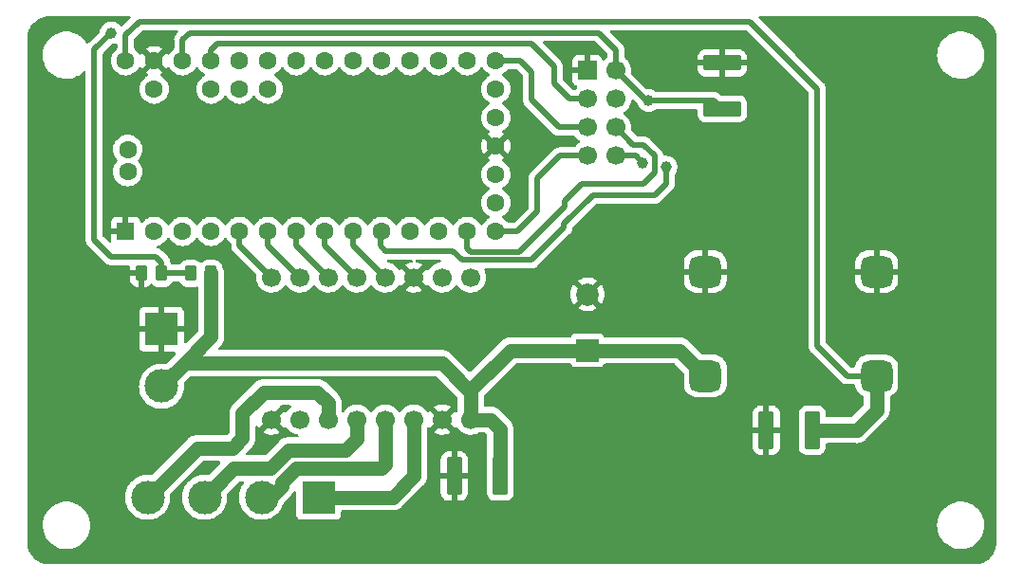
<source format=gtl>
%TF.GenerationSoftware,KiCad,Pcbnew,(6.0.6)*%
%TF.CreationDate,2022-07-07T23:48:31-04:00*%
%TF.ProjectId,Autohelm_Thruster,4175746f-6865-46c6-9d5f-546872757374,rev?*%
%TF.SameCoordinates,Original*%
%TF.FileFunction,Copper,L1,Top*%
%TF.FilePolarity,Positive*%
%FSLAX46Y46*%
G04 Gerber Fmt 4.6, Leading zero omitted, Abs format (unit mm)*
G04 Created by KiCad (PCBNEW (6.0.6)) date 2022-07-07 23:48:31*
%MOMM*%
%LPD*%
G01*
G04 APERTURE LIST*
G04 Aperture macros list*
%AMRoundRect*
0 Rectangle with rounded corners*
0 $1 Rounding radius*
0 $2 $3 $4 $5 $6 $7 $8 $9 X,Y pos of 4 corners*
0 Add a 4 corners polygon primitive as box body*
4,1,4,$2,$3,$4,$5,$6,$7,$8,$9,$2,$3,0*
0 Add four circle primitives for the rounded corners*
1,1,$1+$1,$2,$3*
1,1,$1+$1,$4,$5*
1,1,$1+$1,$6,$7*
1,1,$1+$1,$8,$9*
0 Add four rect primitives between the rounded corners*
20,1,$1+$1,$2,$3,$4,$5,0*
20,1,$1+$1,$4,$5,$6,$7,0*
20,1,$1+$1,$6,$7,$8,$9,0*
20,1,$1+$1,$8,$9,$2,$3,0*%
G04 Aperture macros list end*
%TA.AperFunction,SMDPad,CuDef*%
%ADD10RoundRect,0.250000X-0.262500X-0.450000X0.262500X-0.450000X0.262500X0.450000X-0.262500X0.450000X0*%
%TD*%
%TA.AperFunction,SMDPad,CuDef*%
%ADD11RoundRect,0.249999X0.450001X1.450001X-0.450001X1.450001X-0.450001X-1.450001X0.450001X-1.450001X0*%
%TD*%
%TA.AperFunction,SMDPad,CuDef*%
%ADD12RoundRect,0.700000X0.700000X-0.700000X0.700000X0.700000X-0.700000X0.700000X-0.700000X-0.700000X0*%
%TD*%
%TA.AperFunction,SMDPad,CuDef*%
%ADD13RoundRect,0.249999X1.450001X-0.450001X1.450001X0.450001X-1.450001X0.450001X-1.450001X-0.450001X0*%
%TD*%
%TA.AperFunction,ComponentPad*%
%ADD14R,2.000000X2.000000*%
%TD*%
%TA.AperFunction,ComponentPad*%
%ADD15C,2.000000*%
%TD*%
%TA.AperFunction,ComponentPad*%
%ADD16R,3.000000X3.000000*%
%TD*%
%TA.AperFunction,ComponentPad*%
%ADD17C,3.000000*%
%TD*%
%TA.AperFunction,ComponentPad*%
%ADD18R,1.700000X1.700000*%
%TD*%
%TA.AperFunction,ComponentPad*%
%ADD19C,1.700000*%
%TD*%
%TA.AperFunction,ComponentPad*%
%ADD20R,1.600000X1.600000*%
%TD*%
%TA.AperFunction,ComponentPad*%
%ADD21C,1.600000*%
%TD*%
%TA.AperFunction,ViaPad*%
%ADD22C,1.000000*%
%TD*%
%TA.AperFunction,Conductor*%
%ADD23C,1.300000*%
%TD*%
%TA.AperFunction,Conductor*%
%ADD24C,0.500000*%
%TD*%
G04 APERTURE END LIST*
D10*
%TO.P,R2,1*%
%TO.N,Net-(R2-Pad1)*%
X80087500Y-113500000D03*
%TO.P,R2,2*%
%TO.N,+24V*%
X81912500Y-113500000D03*
%TD*%
D11*
%TO.P,C4,1*%
%TO.N,+24V*%
X107710000Y-131610000D03*
%TO.P,C4,2*%
%TO.N,Earth*%
X103610000Y-131610000D03*
%TD*%
D12*
%TO.P,U1,1,In-*%
%TO.N,Earth*%
X126000000Y-113350000D03*
%TO.P,U1,2,In+*%
%TO.N,+24V*%
X126000000Y-122650000D03*
%TO.P,U1,3,Out-*%
%TO.N,Earth*%
X141300000Y-113350000D03*
%TO.P,U1,4,Out+*%
%TO.N,+5V*%
X141300000Y-122650000D03*
%TD*%
D13*
%TO.P,C1,1*%
%TO.N,+3.3V*%
X127500000Y-98800000D03*
%TO.P,C1,2*%
%TO.N,Earth*%
X127500000Y-94700000D03*
%TD*%
D10*
%TO.P,R1,1*%
%TO.N,Earth*%
X75675000Y-113500000D03*
%TO.P,R1,2*%
%TO.N,Net-(R2-Pad1)*%
X77500000Y-113500000D03*
%TD*%
D11*
%TO.P,C2,1*%
%TO.N,+5V*%
X135550000Y-127500000D03*
%TO.P,C2,2*%
%TO.N,Earth*%
X131450000Y-127500000D03*
%TD*%
D14*
%TO.P,C3,1*%
%TO.N,+24V*%
X115500000Y-120367677D03*
D15*
%TO.P,C3,2*%
%TO.N,Earth*%
X115500000Y-115367677D03*
%TD*%
D16*
%TO.P,Battery_In1,1,Pin_1*%
%TO.N,Earth*%
X77500000Y-118500000D03*
D17*
%TO.P,Battery_In1,2,Pin_2*%
%TO.N,+24V*%
X77500000Y-123580000D03*
%TD*%
D18*
%TO.P,U2,1,GND*%
%TO.N,Earth*%
X115500000Y-95375000D03*
D19*
%TO.P,U2,2,VCC*%
%TO.N,+3.3V*%
X118040000Y-95375000D03*
%TO.P,U2,3,CE*%
%TO.N,Net-(U2-Pad3)*%
X115500000Y-97915000D03*
%TO.P,U2,4,~{CSN}*%
%TO.N,Net-(U2-Pad4)*%
X118040000Y-97915000D03*
%TO.P,U2,5,SCK*%
%TO.N,Net-(U2-Pad5)*%
X115500000Y-100455000D03*
%TO.P,U2,6,MOSI*%
%TO.N,Net-(U2-Pad6)*%
X118040000Y-100455000D03*
%TO.P,U2,7,MISO*%
%TO.N,Net-(U2-Pad7)*%
X115500000Y-102995000D03*
%TO.P,U2,8,IRQ*%
%TO.N,Net-(U2-Pad8)*%
X118040000Y-102995000D03*
%TD*%
D20*
%TO.P,U3,1,GND*%
%TO.N,Earth*%
X74300000Y-109740000D03*
D21*
%TO.P,U3,2,0_RX1_MOSI1_Touch*%
%TO.N,unconnected-(U3-Pad2)*%
X76840000Y-109740000D03*
%TO.P,U3,3,1_TX1_MISO1_Touch*%
%TO.N,Net-(U3-Pad3)*%
X79380000Y-109740000D03*
%TO.P,U3,4,2*%
%TO.N,Net-(U2-Pad4)*%
X81920000Y-109740000D03*
%TO.P,U3,5,3_RX1_PWM_Touch*%
%TO.N,Net-(U3-Pad5)*%
X84460000Y-109740000D03*
%TO.P,U3,6,4_TX1_PWM_Touch*%
%TO.N,Net-(U3-Pad6)*%
X87000000Y-109740000D03*
%TO.P,U3,7,5_TX1_MISO1*%
%TO.N,Net-(U3-Pad7)*%
X89540000Y-109740000D03*
%TO.P,U3,8,6_RX3_CS1_PWM*%
%TO.N,Net-(U3-Pad8)*%
X92080000Y-109740000D03*
%TO.P,U3,9,7_RX3_MOSI0*%
%TO.N,Net-(U3-Pad9)*%
X94620000Y-109740000D03*
%TO.P,U3,10,8_TX3_MISO0*%
%TO.N,Net-(U2-Pad8)*%
X97160000Y-109740000D03*
%TO.P,U3,11,9_RX2_PWM*%
%TO.N,unconnected-(U3-Pad11)*%
X99700000Y-109740000D03*
%TO.P,U3,12,10_TX2_CS0_PWM*%
%TO.N,unconnected-(U3-Pad12)*%
X102240000Y-109740000D03*
%TO.P,U3,13,11_MOSI0*%
%TO.N,Net-(U2-Pad6)*%
X104780000Y-109740000D03*
%TO.P,U3,14,12_MISO0*%
%TO.N,Net-(U2-Pad7)*%
X107320000Y-109740000D03*
%TO.P,U3,15,17_Vin*%
%TO.N,unconnected-(U3-Pad15)*%
X107320000Y-107200000D03*
%TO.P,U3,16,3.3V*%
%TO.N,unconnected-(U3-Pad16)*%
X107320000Y-104660000D03*
%TO.P,U3,17,GND*%
%TO.N,Earth*%
X107320000Y-102120000D03*
%TO.P,U3,18,Program*%
%TO.N,unconnected-(U3-Pad18)*%
X107320000Y-99580000D03*
%TO.P,U3,19,26_A12/DAC*%
%TO.N,unconnected-(U3-Pad19)*%
X107320000Y-97040000D03*
%TO.P,U3,20,13_LED_SCK0*%
%TO.N,Net-(U2-Pad5)*%
X107320000Y-94500000D03*
%TO.P,U3,21,14_A0_SCK0*%
%TO.N,unconnected-(U3-Pad21)*%
X104780000Y-94500000D03*
%TO.P,U3,22,15_A1_Touch*%
%TO.N,unconnected-(U3-Pad22)*%
X102240000Y-94500000D03*
%TO.P,U3,23,16_A2_SCL0_PWM_Touch*%
%TO.N,unconnected-(U3-Pad23)*%
X99700000Y-94500000D03*
%TO.P,U3,24,17_A3_SDA0_PWM_Touch*%
%TO.N,unconnected-(U3-Pad24)*%
X97160000Y-94500000D03*
%TO.P,U3,25,18_A4_SDA0_Touch*%
%TO.N,unconnected-(U3-Pad25)*%
X94620000Y-94500000D03*
%TO.P,U3,26,19_A5_SCL0_Touch*%
%TO.N,unconnected-(U3-Pad26)*%
X92080000Y-94500000D03*
%TO.P,U3,27,20_A6_SCK1_PWM_TX3*%
%TO.N,unconnected-(U3-Pad27)*%
X89540000Y-94500000D03*
%TO.P,U3,28,21_A7_MOSI1_RX1*%
%TO.N,unconnected-(U3-Pad28)*%
X87000000Y-94500000D03*
%TO.P,U3,29,22_A8_SCL1_PWM_Touch*%
%TO.N,Net-(R2-Pad1)*%
X84460000Y-94500000D03*
%TO.P,U3,30,23_A9_SDA1_PWM_Touch*%
%TO.N,Net-(U2-Pad3)*%
X81920000Y-94500000D03*
%TO.P,U3,31,3.3V*%
%TO.N,+3.3V*%
X79380000Y-94500000D03*
%TO.P,U3,32,GND*%
%TO.N,Earth*%
X76840000Y-94500000D03*
%TO.P,U3,33,Vin*%
%TO.N,+5V*%
X74300000Y-94500000D03*
%TO.P,U3,34,VUSB*%
%TO.N,unconnected-(U3-Pad34)*%
X76840000Y-97040000D03*
%TO.P,U3,35,AREF*%
%TO.N,unconnected-(U3-Pad35)*%
X81920000Y-97040000D03*
%TO.P,U3,36,24_A10*%
%TO.N,unconnected-(U3-Pad36)*%
X84460000Y-97040000D03*
%TO.P,U3,37,25_A11*%
%TO.N,unconnected-(U3-Pad37)*%
X87000000Y-97040000D03*
%TO.P,U3,39,D+*%
%TO.N,unconnected-(U3-Pad39)*%
X74477800Y-104406000D03*
%TO.P,U3,40,D-*%
%TO.N,unconnected-(U3-Pad40)*%
X74477800Y-102424800D03*
%TD*%
D19*
%TO.P,U4,1,EN*%
%TO.N,Net-(U3-Pad3)*%
X105090000Y-113850000D03*
%TO.P,U4,2,MS1*%
%TO.N,+3.3V*%
X102550000Y-113850000D03*
%TO.P,U4,3,MS2*%
%TO.N,Earth*%
X100010000Y-113850000D03*
%TO.P,U4,4,TX*%
%TO.N,Net-(U3-Pad9)*%
X97470000Y-113850000D03*
%TO.P,U4,5,RX*%
%TO.N,Net-(U3-Pad8)*%
X94930000Y-113850000D03*
%TO.P,U4,6,CLK*%
%TO.N,Net-(U3-Pad7)*%
X92390000Y-113850000D03*
%TO.P,U4,7,STEP*%
%TO.N,Net-(U3-Pad6)*%
X89850000Y-113850000D03*
%TO.P,U4,8,DIR*%
%TO.N,Net-(U3-Pad5)*%
X87310000Y-113850000D03*
%TO.P,U4,9,VM*%
%TO.N,+24V*%
X105090000Y-126550000D03*
%TO.P,U4,10,GND*%
%TO.N,Earth*%
X102550000Y-126550000D03*
%TO.P,U4,11,A2*%
%TO.N,Net-(Motor_Output1-Pad1)*%
X100010000Y-126550000D03*
%TO.P,U4,12,A1*%
%TO.N,Net-(Motor_Output1-Pad2)*%
X97470000Y-126550000D03*
%TO.P,U4,13,B1*%
%TO.N,Net-(Motor_Output1-Pad3)*%
X94930000Y-126550000D03*
%TO.P,U4,14,B2*%
%TO.N,Net-(Motor_Output1-Pad4)*%
X92390000Y-126550000D03*
%TO.P,U4,15,VIO*%
%TO.N,+3.3V*%
X89850000Y-126550000D03*
%TO.P,U4,16,GND*%
%TO.N,Earth*%
X87310000Y-126550000D03*
%TD*%
D16*
%TO.P,MOTOR OUT,1,Pin_1*%
%TO.N,Net-(Motor_Output1-Pad1)*%
X91500000Y-133500000D03*
D17*
%TO.P,MOTOR OUT,2,Pin_2*%
%TO.N,Net-(Motor_Output1-Pad2)*%
X86420000Y-133500000D03*
%TO.P,MOTOR OUT,3,Pin_3*%
%TO.N,Net-(Motor_Output1-Pad3)*%
X81340000Y-133500000D03*
%TO.P,MOTOR OUT,4,Pin_4*%
%TO.N,Net-(Motor_Output1-Pad4)*%
X76260000Y-133500000D03*
%TD*%
D22*
%TO.N,Net-(R2-Pad1)*%
X73000000Y-92000000D03*
%TO.N,+3.3V*%
X120950000Y-98050000D03*
%TO.N,Net-(U2-Pad8)*%
X122500000Y-104000000D03*
X120400000Y-103600000D03*
%TD*%
D23*
%TO.N,Net-(Motor_Output1-Pad4)*%
X92390000Y-126550000D02*
X92390000Y-125090000D01*
X83800000Y-129100000D02*
X80660000Y-129100000D01*
X84700000Y-126000000D02*
X84700000Y-128200000D01*
X84700000Y-128200000D02*
X83800000Y-129100000D01*
X80660000Y-129100000D02*
X76260000Y-133500000D01*
X91400000Y-124100000D02*
X86600000Y-124100000D01*
X92390000Y-125090000D02*
X91400000Y-124100000D01*
X86600000Y-124100000D02*
X84700000Y-126000000D01*
%TO.N,Net-(Motor_Output1-Pad3)*%
X88800000Y-129300000D02*
X87200000Y-130900000D01*
X87200000Y-130900000D02*
X83940000Y-130900000D01*
X83940000Y-130900000D02*
X81340000Y-133500000D01*
X94930000Y-128270000D02*
X93900000Y-129300000D01*
X93900000Y-129300000D02*
X88800000Y-129300000D01*
X94930000Y-126550000D02*
X94930000Y-128270000D01*
%TO.N,Net-(Motor_Output1-Pad1)*%
X100010000Y-126550000D02*
X100010000Y-131590000D01*
X100010000Y-131590000D02*
X98100000Y-133500000D01*
X98100000Y-133500000D02*
X91500000Y-133500000D01*
%TO.N,Net-(Motor_Output1-Pad2)*%
X97470000Y-126550000D02*
X97470000Y-130530000D01*
X88200000Y-132500000D02*
X87200000Y-133500000D01*
X87200000Y-133500000D02*
X86420000Y-133500000D01*
X97100000Y-130900000D02*
X89500000Y-130900000D01*
X97470000Y-130530000D02*
X97100000Y-130900000D01*
X88200000Y-132200000D02*
X88200000Y-132500000D01*
X89500000Y-130900000D02*
X88200000Y-132200000D01*
D24*
%TO.N,+3.3V*%
X126750000Y-98050000D02*
X127500000Y-98800000D01*
X120950000Y-98050000D02*
X126750000Y-98050000D01*
%TO.N,Net-(R2-Pad1)*%
X77500000Y-113500000D02*
X77500000Y-112500000D01*
X77000000Y-112000000D02*
X73000000Y-112000000D01*
X71500000Y-110000000D02*
X71500000Y-93500000D01*
X71500000Y-93500000D02*
X73000000Y-92000000D01*
X77500000Y-112500000D02*
X77000000Y-112000000D01*
X80087500Y-113500000D02*
X77500000Y-113500000D01*
X73000000Y-112000000D02*
X71500000Y-110500000D01*
X71500000Y-110500000D02*
X71500000Y-110000000D01*
%TO.N,+3.3V*%
X118040000Y-93540000D02*
X118040000Y-95375000D01*
X116500000Y-92000000D02*
X118040000Y-93540000D01*
X120950000Y-98050000D02*
X120715000Y-98050000D01*
X120715000Y-98050000D02*
X118040000Y-95375000D01*
X80000000Y-92000000D02*
X116500000Y-92000000D01*
X79380000Y-94500000D02*
X79380000Y-92620000D01*
X79380000Y-92620000D02*
X80000000Y-92000000D01*
%TO.N,+5V*%
X136000000Y-120000000D02*
X138650000Y-122650000D01*
D23*
X135550000Y-127500000D02*
X139500000Y-127500000D01*
D24*
X74300000Y-92200000D02*
X75500000Y-91000000D01*
X136000000Y-97000000D02*
X136000000Y-120000000D01*
D23*
X139500000Y-127500000D02*
X141300000Y-125700000D01*
D24*
X130000000Y-91000000D02*
X136000000Y-97000000D01*
X74300000Y-94500000D02*
X74300000Y-92200000D01*
X138650000Y-122650000D02*
X141300000Y-122650000D01*
X75500000Y-91000000D02*
X130000000Y-91000000D01*
D23*
X141300000Y-125700000D02*
X141300000Y-122650000D01*
%TO.N,+24V*%
X79580000Y-121500000D02*
X102500000Y-121500000D01*
X106850000Y-126550000D02*
X107710000Y-127410000D01*
X107710000Y-127410000D02*
X107710000Y-131610000D01*
X123717677Y-120367677D02*
X126000000Y-122650000D01*
X105090000Y-123910000D02*
X105090000Y-124090000D01*
X108632323Y-120367677D02*
X115500000Y-120367677D01*
X115500000Y-120367677D02*
X123717677Y-120367677D01*
X79580000Y-121500000D02*
X81912500Y-119167500D01*
X105090000Y-126550000D02*
X106850000Y-126550000D01*
X77500000Y-123580000D02*
X79580000Y-121500000D01*
X81912500Y-119167500D02*
X81912500Y-113500000D01*
X102500000Y-121500000D02*
X105090000Y-124090000D01*
X105090000Y-124090000D02*
X105090000Y-126550000D01*
X108632323Y-120367677D02*
X105090000Y-123910000D01*
D24*
%TO.N,Net-(U2-Pad3)*%
X113915000Y-97915000D02*
X115500000Y-97915000D01*
X81920000Y-93580000D02*
X82500000Y-93000000D01*
X112500000Y-95000000D02*
X112500000Y-96500000D01*
X112500000Y-96500000D02*
X113915000Y-97915000D01*
X81920000Y-94500000D02*
X81920000Y-93580000D01*
X82500000Y-93000000D02*
X110500000Y-93000000D01*
X110500000Y-93000000D02*
X112500000Y-95000000D01*
%TO.N,Net-(U2-Pad5)*%
X110500000Y-95500000D02*
X109500000Y-94500000D01*
X115500000Y-100455000D02*
X112955000Y-100455000D01*
X110500000Y-98000000D02*
X110500000Y-95500000D01*
X109500000Y-94500000D02*
X107320000Y-94500000D01*
X112955000Y-100455000D02*
X110500000Y-98000000D01*
%TO.N,Net-(U2-Pad6)*%
X120500000Y-102000000D02*
X121500000Y-103000000D01*
X121500000Y-103000000D02*
X121500000Y-104500000D01*
X118040000Y-100455000D02*
X119585000Y-102000000D01*
X113500000Y-107000000D02*
X113500000Y-107500000D01*
X109400000Y-111600000D02*
X105100000Y-111600000D01*
X120500000Y-105500000D02*
X115000000Y-105500000D01*
X113500000Y-107500000D02*
X109400000Y-111600000D01*
X104780000Y-111280000D02*
X104780000Y-109740000D01*
X115000000Y-105500000D02*
X113500000Y-107000000D01*
X105100000Y-111600000D02*
X104780000Y-111280000D01*
X119585000Y-102000000D02*
X120500000Y-102000000D01*
X121500000Y-104500000D02*
X120500000Y-105500000D01*
%TO.N,Net-(U2-Pad7)*%
X109260000Y-109740000D02*
X107320000Y-109740000D01*
X113005000Y-102995000D02*
X111000000Y-105000000D01*
X111000000Y-108000000D02*
X109260000Y-109740000D01*
X111000000Y-105000000D02*
X111000000Y-108000000D01*
X115500000Y-102995000D02*
X113005000Y-102995000D01*
%TO.N,Net-(U2-Pad8)*%
X103500000Y-111500000D02*
X97500000Y-111500000D01*
X116000000Y-106500000D02*
X113400000Y-109100000D01*
X97000000Y-109900000D02*
X97160000Y-109740000D01*
X119795000Y-102995000D02*
X120400000Y-103600000D01*
X113400000Y-109100000D02*
X113400000Y-109400000D01*
X113400000Y-109400000D02*
X110500000Y-112300000D01*
X110500000Y-112300000D02*
X104300000Y-112300000D01*
X122500000Y-105500000D02*
X121500000Y-106500000D01*
X104300000Y-112300000D02*
X103500000Y-111500000D01*
X97000000Y-111000000D02*
X97000000Y-109900000D01*
X118040000Y-102995000D02*
X119795000Y-102995000D01*
X122500000Y-104000000D02*
X122500000Y-105500000D01*
X121500000Y-106500000D02*
X116000000Y-106500000D01*
X97500000Y-111500000D02*
X97000000Y-111000000D01*
%TO.N,Net-(U3-Pad9)*%
X94620000Y-111000000D02*
X97470000Y-113850000D01*
X94620000Y-109740000D02*
X94620000Y-111000000D01*
%TO.N,Net-(U3-Pad8)*%
X92080000Y-111000000D02*
X94930000Y-113850000D01*
X92080000Y-109740000D02*
X92080000Y-111000000D01*
%TO.N,Net-(U3-Pad7)*%
X89540000Y-111000000D02*
X92390000Y-113850000D01*
X89540000Y-109740000D02*
X89540000Y-111000000D01*
%TO.N,Net-(U3-Pad6)*%
X87000000Y-111000000D02*
X89850000Y-113850000D01*
X87000000Y-109740000D02*
X87000000Y-111000000D01*
%TO.N,Net-(U3-Pad5)*%
X84460000Y-111000000D02*
X87310000Y-113850000D01*
X84460000Y-109740000D02*
X84460000Y-111000000D01*
%TD*%
%TA.AperFunction,Conductor*%
%TO.N,Earth*%
G36*
X74682750Y-90528502D02*
G01*
X74729243Y-90582158D01*
X74739347Y-90652432D01*
X74709853Y-90717012D01*
X74703724Y-90723595D01*
X74007378Y-91419941D01*
X73945066Y-91453967D01*
X73874251Y-91448902D01*
X73820640Y-91410481D01*
X73722964Y-91290718D01*
X73722961Y-91290715D01*
X73719065Y-91285938D01*
X73714316Y-91282009D01*
X73571425Y-91163799D01*
X73571421Y-91163797D01*
X73566675Y-91159870D01*
X73392701Y-91065802D01*
X73203768Y-91007318D01*
X73197643Y-91006674D01*
X73197642Y-91006674D01*
X73013204Y-90987289D01*
X73013202Y-90987289D01*
X73007075Y-90986645D01*
X72929707Y-90993686D01*
X72816251Y-91004011D01*
X72816248Y-91004012D01*
X72810112Y-91004570D01*
X72804206Y-91006308D01*
X72804202Y-91006309D01*
X72699076Y-91037249D01*
X72620381Y-91060410D01*
X72614923Y-91063263D01*
X72614919Y-91063265D01*
X72548465Y-91098007D01*
X72445110Y-91152040D01*
X72290975Y-91275968D01*
X72287011Y-91280692D01*
X72285906Y-91282009D01*
X72163846Y-91427474D01*
X72160879Y-91432872D01*
X72160875Y-91432877D01*
X72105696Y-91533249D01*
X72068567Y-91600787D01*
X72008765Y-91789306D01*
X72008079Y-91795425D01*
X71997354Y-91891035D01*
X71969883Y-91956502D01*
X71961234Y-91966085D01*
X71011089Y-92916230D01*
X70996681Y-92928613D01*
X70986617Y-92936020D01*
X70919897Y-92960290D01*
X70850648Y-92944635D01*
X70808896Y-92904383D01*
X70807750Y-92905188D01*
X70722319Y-92783632D01*
X70642441Y-92669977D01*
X70503218Y-92520155D01*
X70449661Y-92462521D01*
X70449658Y-92462519D01*
X70446740Y-92459378D01*
X70224268Y-92277287D01*
X69979142Y-92127073D01*
X69961048Y-92119130D01*
X69719830Y-92013243D01*
X69715898Y-92011517D01*
X69689963Y-92004129D01*
X69443534Y-91933932D01*
X69443535Y-91933932D01*
X69439406Y-91932756D01*
X69226335Y-91902432D01*
X69159036Y-91892854D01*
X69159034Y-91892854D01*
X69154784Y-91892249D01*
X69150495Y-91892227D01*
X69150488Y-91892226D01*
X68871583Y-91890765D01*
X68871576Y-91890765D01*
X68867297Y-91890743D01*
X68863053Y-91891302D01*
X68863049Y-91891302D01*
X68737660Y-91907810D01*
X68582266Y-91928268D01*
X68578126Y-91929401D01*
X68578124Y-91929401D01*
X68501311Y-91950415D01*
X68304964Y-92004129D01*
X68301016Y-92005813D01*
X68044476Y-92115237D01*
X68044472Y-92115239D01*
X68040524Y-92116923D01*
X68000871Y-92140655D01*
X67797521Y-92262357D01*
X67797517Y-92262360D01*
X67793839Y-92264561D01*
X67569472Y-92444313D01*
X67371577Y-92652851D01*
X67203814Y-92886317D01*
X67201805Y-92890112D01*
X67201804Y-92890113D01*
X67193822Y-92905188D01*
X67069288Y-93140392D01*
X66970489Y-93410373D01*
X66909245Y-93691264D01*
X66896423Y-93854181D01*
X66887196Y-93971428D01*
X66887195Y-93971428D01*
X66887196Y-93971430D01*
X66886689Y-93977869D01*
X66903238Y-94264883D01*
X66904063Y-94269088D01*
X66904064Y-94269096D01*
X66931197Y-94407394D01*
X66958586Y-94546995D01*
X66959973Y-94551045D01*
X66959974Y-94551050D01*
X67029336Y-94753638D01*
X67051710Y-94818986D01*
X67074555Y-94864408D01*
X67175613Y-95065339D01*
X67180885Y-95075822D01*
X67343721Y-95312750D01*
X67346608Y-95315923D01*
X67346609Y-95315924D01*
X67522619Y-95509357D01*
X67537206Y-95525388D01*
X67540501Y-95528143D01*
X67540502Y-95528144D01*
X67747286Y-95701041D01*
X67757759Y-95709798D01*
X68001298Y-95862571D01*
X68263318Y-95980877D01*
X68332563Y-96001388D01*
X68534857Y-96061311D01*
X68534862Y-96061312D01*
X68538970Y-96062529D01*
X68543204Y-96063177D01*
X68543209Y-96063178D01*
X68791811Y-96101219D01*
X68823153Y-96106015D01*
X68969485Y-96108314D01*
X69106317Y-96110464D01*
X69106323Y-96110464D01*
X69110608Y-96110531D01*
X69114860Y-96110016D01*
X69114868Y-96110016D01*
X69391756Y-96076508D01*
X69391761Y-96076507D01*
X69396017Y-96075992D01*
X69674097Y-96003039D01*
X69939704Y-95893021D01*
X70076611Y-95813019D01*
X70184219Y-95750138D01*
X70184220Y-95750137D01*
X70187922Y-95747974D01*
X70414159Y-95570582D01*
X70417148Y-95567498D01*
X70525016Y-95456187D01*
X70586786Y-95421187D01*
X70657673Y-95425139D01*
X70715170Y-95466788D01*
X70741022Y-95532911D01*
X70741500Y-95543872D01*
X70741500Y-110432930D01*
X70740067Y-110451880D01*
X70736801Y-110473349D01*
X70737394Y-110480641D01*
X70737394Y-110480644D01*
X70741085Y-110526018D01*
X70741500Y-110536233D01*
X70741500Y-110544293D01*
X70741925Y-110547937D01*
X70744789Y-110572507D01*
X70745222Y-110576882D01*
X70750063Y-110636394D01*
X70751140Y-110649637D01*
X70753396Y-110656601D01*
X70754587Y-110662560D01*
X70755971Y-110668415D01*
X70756818Y-110675681D01*
X70781735Y-110744327D01*
X70783152Y-110748455D01*
X70801884Y-110806276D01*
X70805649Y-110817899D01*
X70809445Y-110824154D01*
X70811951Y-110829628D01*
X70814670Y-110835058D01*
X70817167Y-110841937D01*
X70821180Y-110848057D01*
X70821180Y-110848058D01*
X70857186Y-110902976D01*
X70859523Y-110906680D01*
X70897405Y-110969107D01*
X70901121Y-110973315D01*
X70901122Y-110973316D01*
X70904803Y-110977484D01*
X70904776Y-110977508D01*
X70907429Y-110980500D01*
X70910132Y-110983733D01*
X70914144Y-110989852D01*
X70919456Y-110994884D01*
X70970383Y-111043128D01*
X70972825Y-111045506D01*
X72416230Y-112488911D01*
X72428616Y-112503323D01*
X72437149Y-112514918D01*
X72437154Y-112514923D01*
X72441492Y-112520818D01*
X72447070Y-112525557D01*
X72447073Y-112525560D01*
X72481768Y-112555035D01*
X72489284Y-112561965D01*
X72494979Y-112567660D01*
X72497861Y-112569940D01*
X72517251Y-112585281D01*
X72520655Y-112588072D01*
X72545994Y-112609599D01*
X72576285Y-112635333D01*
X72582801Y-112638661D01*
X72587850Y-112642028D01*
X72592979Y-112645195D01*
X72598716Y-112649734D01*
X72664875Y-112680655D01*
X72668769Y-112682558D01*
X72733808Y-112715769D01*
X72740916Y-112717508D01*
X72746559Y-112719607D01*
X72752322Y-112721524D01*
X72758950Y-112724622D01*
X72766112Y-112726112D01*
X72766113Y-112726112D01*
X72830412Y-112739486D01*
X72834696Y-112740456D01*
X72905610Y-112757808D01*
X72911212Y-112758156D01*
X72911215Y-112758156D01*
X72916764Y-112758500D01*
X72916762Y-112758536D01*
X72920755Y-112758775D01*
X72924947Y-112759149D01*
X72932115Y-112760640D01*
X73009520Y-112758546D01*
X73012928Y-112758500D01*
X74539637Y-112758500D01*
X74607758Y-112778502D01*
X74654251Y-112832158D01*
X74664981Y-112897343D01*
X74654828Y-112996440D01*
X74654500Y-113002855D01*
X74654500Y-113227885D01*
X74658975Y-113243124D01*
X74660365Y-113244329D01*
X74668048Y-113246000D01*
X75803000Y-113246000D01*
X75871121Y-113266002D01*
X75917614Y-113319658D01*
X75929000Y-113372000D01*
X75929000Y-114689884D01*
X75933475Y-114705123D01*
X75934865Y-114706328D01*
X75942548Y-114707999D01*
X75984595Y-114707999D01*
X75991114Y-114707662D01*
X76086706Y-114697743D01*
X76100100Y-114694851D01*
X76254284Y-114643412D01*
X76267462Y-114637239D01*
X76405307Y-114551937D01*
X76416708Y-114542901D01*
X76497930Y-114461538D01*
X76560213Y-114427459D01*
X76631033Y-114432462D01*
X76676120Y-114461383D01*
X76759012Y-114544130D01*
X76759017Y-114544134D01*
X76764197Y-114549305D01*
X76770427Y-114553145D01*
X76770428Y-114553146D01*
X76907788Y-114637816D01*
X76914762Y-114642115D01*
X76965639Y-114658990D01*
X77076111Y-114695632D01*
X77076113Y-114695632D01*
X77082639Y-114697797D01*
X77089475Y-114698497D01*
X77089478Y-114698498D01*
X77132531Y-114702909D01*
X77187100Y-114708500D01*
X77812900Y-114708500D01*
X77816146Y-114708163D01*
X77816150Y-114708163D01*
X77911808Y-114698238D01*
X77911812Y-114698237D01*
X77918666Y-114697526D01*
X77925202Y-114695345D01*
X77925204Y-114695345D01*
X78073605Y-114645834D01*
X78086446Y-114641550D01*
X78236848Y-114548478D01*
X78361805Y-114423303D01*
X78426479Y-114318383D01*
X78479250Y-114270891D01*
X78533738Y-114258500D01*
X79053689Y-114258500D01*
X79121810Y-114278502D01*
X79160833Y-114318196D01*
X79226522Y-114424348D01*
X79351697Y-114549305D01*
X79357927Y-114553145D01*
X79357928Y-114553146D01*
X79495288Y-114637816D01*
X79502262Y-114642115D01*
X79553139Y-114658990D01*
X79663611Y-114695632D01*
X79663613Y-114695632D01*
X79670139Y-114697797D01*
X79676975Y-114698497D01*
X79676978Y-114698498D01*
X79720031Y-114702909D01*
X79774600Y-114708500D01*
X80400400Y-114708500D01*
X80403646Y-114708163D01*
X80403650Y-114708163D01*
X80499308Y-114698238D01*
X80499312Y-114698237D01*
X80506166Y-114697526D01*
X80512700Y-114695346D01*
X80512705Y-114695345D01*
X80588124Y-114670183D01*
X80659074Y-114667599D01*
X80720158Y-114703783D01*
X80751982Y-114767247D01*
X80754000Y-114789707D01*
X80754000Y-118635444D01*
X80733998Y-118703565D01*
X80717095Y-118724539D01*
X79723095Y-119718539D01*
X79660783Y-119752565D01*
X79589968Y-119747500D01*
X79533132Y-119704953D01*
X79508321Y-119638433D01*
X79508000Y-119629444D01*
X79508000Y-118772115D01*
X79503525Y-118756876D01*
X79502135Y-118755671D01*
X79494452Y-118754000D01*
X77772115Y-118754000D01*
X77756876Y-118758475D01*
X77755671Y-118759865D01*
X77754000Y-118767548D01*
X77754000Y-120489884D01*
X77758475Y-120505123D01*
X77759865Y-120506328D01*
X77767548Y-120507999D01*
X78629445Y-120507999D01*
X78697566Y-120528001D01*
X78744059Y-120581657D01*
X78754163Y-120651931D01*
X78724669Y-120716511D01*
X78718540Y-120723094D01*
X77886284Y-121555350D01*
X77823972Y-121589376D01*
X77779436Y-121590998D01*
X77651695Y-121572818D01*
X77651693Y-121572818D01*
X77647443Y-121572213D01*
X77502147Y-121571453D01*
X77377877Y-121570802D01*
X77377871Y-121570802D01*
X77373591Y-121570780D01*
X77369347Y-121571339D01*
X77369343Y-121571339D01*
X77250302Y-121587011D01*
X77102078Y-121606525D01*
X77097938Y-121607658D01*
X77097936Y-121607658D01*
X77047090Y-121621568D01*
X76837928Y-121678788D01*
X76833980Y-121680472D01*
X76589982Y-121784546D01*
X76589978Y-121784548D01*
X76586030Y-121786232D01*
X76527195Y-121821444D01*
X76354725Y-121924664D01*
X76354721Y-121924667D01*
X76351043Y-121926868D01*
X76137318Y-122098094D01*
X75948808Y-122296742D01*
X75789002Y-122519136D01*
X75660857Y-122761161D01*
X75659385Y-122765184D01*
X75659383Y-122765188D01*
X75584233Y-122970543D01*
X75566743Y-123018337D01*
X75508404Y-123285907D01*
X75501422Y-123374622D01*
X75489643Y-123524288D01*
X75486917Y-123558918D01*
X75502682Y-123832320D01*
X75503507Y-123836525D01*
X75503508Y-123836533D01*
X75514127Y-123890657D01*
X75555405Y-124101053D01*
X75556792Y-124105103D01*
X75556793Y-124105108D01*
X75642723Y-124356088D01*
X75644112Y-124360144D01*
X75646039Y-124363975D01*
X75749591Y-124569866D01*
X75767160Y-124604799D01*
X75769586Y-124608328D01*
X75769589Y-124608334D01*
X75874455Y-124760913D01*
X75922274Y-124830490D01*
X75925161Y-124833663D01*
X75925162Y-124833664D01*
X76046698Y-124967231D01*
X76106582Y-125033043D01*
X76316675Y-125208707D01*
X76320316Y-125210991D01*
X76545024Y-125351951D01*
X76545028Y-125351953D01*
X76548664Y-125354234D01*
X76653178Y-125401424D01*
X76794345Y-125465164D01*
X76794349Y-125465166D01*
X76798257Y-125466930D01*
X76802377Y-125468150D01*
X76802376Y-125468150D01*
X77056723Y-125543491D01*
X77056727Y-125543492D01*
X77060836Y-125544709D01*
X77065070Y-125545357D01*
X77065075Y-125545358D01*
X77327298Y-125585483D01*
X77327300Y-125585483D01*
X77331540Y-125586132D01*
X77470912Y-125588322D01*
X77601071Y-125590367D01*
X77601077Y-125590367D01*
X77605362Y-125590434D01*
X77877235Y-125557534D01*
X78142127Y-125488041D01*
X78146087Y-125486401D01*
X78146092Y-125486399D01*
X78312995Y-125417265D01*
X78395136Y-125383241D01*
X78529180Y-125304912D01*
X78627879Y-125247237D01*
X78627880Y-125247236D01*
X78631582Y-125245073D01*
X78847089Y-125076094D01*
X78857540Y-125065310D01*
X79034686Y-124882509D01*
X79037669Y-124879431D01*
X79040202Y-124875983D01*
X79040206Y-124875978D01*
X79197257Y-124662178D01*
X79199795Y-124658723D01*
X79227154Y-124608334D01*
X79328418Y-124421830D01*
X79328419Y-124421828D01*
X79330468Y-124418054D01*
X79427269Y-124161877D01*
X79452107Y-124053427D01*
X79487449Y-123899117D01*
X79487450Y-123899113D01*
X79488407Y-123894933D01*
X79500893Y-123755036D01*
X79512531Y-123624627D01*
X79512531Y-123624625D01*
X79512751Y-123622161D01*
X79513193Y-123580000D01*
X79501782Y-123412610D01*
X79494859Y-123311055D01*
X79494858Y-123311049D01*
X79494567Y-123306778D01*
X79493698Y-123302583D01*
X79493115Y-123298326D01*
X79494640Y-123298117D01*
X79499902Y-123233815D01*
X79528405Y-123189961D01*
X80022961Y-122695405D01*
X80085273Y-122661379D01*
X80112056Y-122658500D01*
X101967944Y-122658500D01*
X102036065Y-122678502D01*
X102057039Y-122695405D01*
X103894595Y-124532961D01*
X103928621Y-124595273D01*
X103931500Y-124622056D01*
X103931500Y-125758487D01*
X103911498Y-125826608D01*
X103857842Y-125873101D01*
X103787568Y-125883205D01*
X103722988Y-125853711D01*
X103699708Y-125826926D01*
X103683064Y-125801199D01*
X103672377Y-125791995D01*
X103662812Y-125796398D01*
X102922022Y-126537188D01*
X102914408Y-126551132D01*
X102914539Y-126552965D01*
X102918790Y-126559580D01*
X103660474Y-127301264D01*
X103672484Y-127307823D01*
X103684223Y-127298855D01*
X103718022Y-127251819D01*
X103719277Y-127252721D01*
X103766391Y-127209355D01*
X103836330Y-127197148D01*
X103901767Y-127224691D01*
X103929580Y-127256513D01*
X103987287Y-127350683D01*
X103987291Y-127350688D01*
X103989987Y-127355088D01*
X104136250Y-127523938D01*
X104308126Y-127666632D01*
X104501000Y-127779338D01*
X104709692Y-127859030D01*
X104714760Y-127860061D01*
X104714763Y-127860062D01*
X104819604Y-127881392D01*
X104928597Y-127903567D01*
X104933772Y-127903757D01*
X104933774Y-127903757D01*
X105146673Y-127911564D01*
X105146677Y-127911564D01*
X105151837Y-127911753D01*
X105156957Y-127911097D01*
X105156959Y-127911097D01*
X105368288Y-127884025D01*
X105368289Y-127884025D01*
X105373416Y-127883368D01*
X105378366Y-127881883D01*
X105582429Y-127820661D01*
X105582434Y-127820659D01*
X105587384Y-127819174D01*
X105787070Y-127721349D01*
X105842501Y-127708500D01*
X106317944Y-127708500D01*
X106386065Y-127728502D01*
X106407039Y-127745405D01*
X106514595Y-127852961D01*
X106548621Y-127915273D01*
X106551500Y-127942056D01*
X106551500Y-129866311D01*
X106545093Y-129905977D01*
X106512203Y-130005138D01*
X106501500Y-130109599D01*
X106501501Y-133110400D01*
X106512474Y-133216167D01*
X106514658Y-133222713D01*
X106565730Y-133375792D01*
X106568450Y-133383946D01*
X106661521Y-133534349D01*
X106786697Y-133659306D01*
X106792927Y-133663146D01*
X106930287Y-133747816D01*
X106937261Y-133752115D01*
X106950581Y-133756533D01*
X107098610Y-133805632D01*
X107098612Y-133805632D01*
X107105138Y-133807797D01*
X107111974Y-133808497D01*
X107111977Y-133808498D01*
X107155030Y-133812909D01*
X107209599Y-133818500D01*
X107706141Y-133818500D01*
X108210400Y-133818499D01*
X108316167Y-133807526D01*
X108350953Y-133795920D01*
X108477002Y-133753867D01*
X108477004Y-133753866D01*
X108483946Y-133751550D01*
X108634349Y-133658479D01*
X108759306Y-133533303D01*
X108847535Y-133390169D01*
X108848275Y-133388969D01*
X108848276Y-133388967D01*
X108852115Y-133382739D01*
X108902426Y-133231055D01*
X108905632Y-133221390D01*
X108905632Y-133221388D01*
X108907797Y-133214862D01*
X108909144Y-133201721D01*
X108916639Y-133128560D01*
X108918500Y-133110401D01*
X108918499Y-130109600D01*
X108907526Y-130003833D01*
X108874977Y-129906272D01*
X108868500Y-129866396D01*
X108868500Y-128997098D01*
X130242000Y-128997098D01*
X130242337Y-129003613D01*
X130252256Y-129099205D01*
X130255150Y-129112604D01*
X130306588Y-129266785D01*
X130312762Y-129279964D01*
X130398063Y-129417810D01*
X130407099Y-129429209D01*
X130521828Y-129543738D01*
X130533239Y-129552750D01*
X130671242Y-129637816D01*
X130684423Y-129643963D01*
X130838709Y-129695138D01*
X130852085Y-129698005D01*
X130946437Y-129707672D01*
X130952853Y-129708000D01*
X131177885Y-129708000D01*
X131193124Y-129703525D01*
X131194329Y-129702135D01*
X131196000Y-129694452D01*
X131196000Y-129689885D01*
X131704000Y-129689885D01*
X131708475Y-129705124D01*
X131709865Y-129706329D01*
X131717548Y-129708000D01*
X131947098Y-129708000D01*
X131953613Y-129707663D01*
X132049205Y-129697744D01*
X132062604Y-129694850D01*
X132216785Y-129643412D01*
X132229964Y-129637238D01*
X132367810Y-129551937D01*
X132379209Y-129542901D01*
X132493738Y-129428172D01*
X132502750Y-129416761D01*
X132587816Y-129278758D01*
X132593963Y-129265577D01*
X132645138Y-129111291D01*
X132648005Y-129097915D01*
X132657672Y-129003563D01*
X132658000Y-128997147D01*
X132658000Y-127772115D01*
X132653525Y-127756876D01*
X132652135Y-127755671D01*
X132644452Y-127754000D01*
X131722115Y-127754000D01*
X131706876Y-127758475D01*
X131705671Y-127759865D01*
X131704000Y-127767548D01*
X131704000Y-129689885D01*
X131196000Y-129689885D01*
X131196000Y-127772115D01*
X131191525Y-127756876D01*
X131190135Y-127755671D01*
X131182452Y-127754000D01*
X130260115Y-127754000D01*
X130244876Y-127758475D01*
X130243671Y-127759865D01*
X130242000Y-127767548D01*
X130242000Y-128997098D01*
X108868500Y-128997098D01*
X108868500Y-127453300D01*
X108868770Y-127445059D01*
X108872686Y-127385309D01*
X108873064Y-127379544D01*
X108862524Y-127290500D01*
X108862182Y-127287232D01*
X108856729Y-127227885D01*
X130242000Y-127227885D01*
X130246475Y-127243124D01*
X130247865Y-127244329D01*
X130255548Y-127246000D01*
X131177885Y-127246000D01*
X131193124Y-127241525D01*
X131194329Y-127240135D01*
X131196000Y-127232452D01*
X131196000Y-127227885D01*
X131704000Y-127227885D01*
X131708475Y-127243124D01*
X131709865Y-127244329D01*
X131717548Y-127246000D01*
X132639885Y-127246000D01*
X132655124Y-127241525D01*
X132656329Y-127240135D01*
X132658000Y-127232452D01*
X132658000Y-126002902D01*
X132657663Y-125996387D01*
X132647744Y-125900795D01*
X132644850Y-125887396D01*
X132593412Y-125733215D01*
X132587238Y-125720036D01*
X132501937Y-125582190D01*
X132492901Y-125570791D01*
X132378172Y-125456262D01*
X132366761Y-125447250D01*
X132228758Y-125362184D01*
X132215577Y-125356037D01*
X132061291Y-125304862D01*
X132047915Y-125301995D01*
X131953563Y-125292328D01*
X131947146Y-125292000D01*
X131722115Y-125292000D01*
X131706876Y-125296475D01*
X131705671Y-125297865D01*
X131704000Y-125305548D01*
X131704000Y-127227885D01*
X131196000Y-127227885D01*
X131196000Y-125310115D01*
X131191525Y-125294876D01*
X131190135Y-125293671D01*
X131182452Y-125292000D01*
X130952902Y-125292000D01*
X130946387Y-125292337D01*
X130850795Y-125302256D01*
X130837396Y-125305150D01*
X130683215Y-125356588D01*
X130670036Y-125362762D01*
X130532190Y-125448063D01*
X130520791Y-125457099D01*
X130406262Y-125571828D01*
X130397250Y-125583239D01*
X130312184Y-125721242D01*
X130306037Y-125734423D01*
X130254862Y-125888709D01*
X130251995Y-125902085D01*
X130242328Y-125996437D01*
X130242000Y-126002854D01*
X130242000Y-127227885D01*
X108856729Y-127227885D01*
X108854510Y-127203729D01*
X108854509Y-127203725D01*
X108853981Y-127197976D01*
X108852414Y-127192419D01*
X108851971Y-127190030D01*
X108849240Y-127176295D01*
X108848716Y-127173830D01*
X108848038Y-127168103D01*
X108821441Y-127082445D01*
X108820518Y-127079326D01*
X108797754Y-126998611D01*
X108797753Y-126998609D01*
X108796186Y-126993052D01*
X108793632Y-126987873D01*
X108792733Y-126985531D01*
X108787574Y-126972600D01*
X108786614Y-126970283D01*
X108784900Y-126964762D01*
X108782211Y-126959650D01*
X108782208Y-126959644D01*
X108743144Y-126885395D01*
X108741646Y-126882456D01*
X108704569Y-126807270D01*
X108704567Y-126807266D01*
X108702015Y-126802092D01*
X108698562Y-126797468D01*
X108697242Y-126795314D01*
X108689814Y-126783541D01*
X108688452Y-126781443D01*
X108685763Y-126776333D01*
X108630258Y-126705924D01*
X108628270Y-126703333D01*
X108578081Y-126636123D01*
X108578080Y-126636122D01*
X108574622Y-126631491D01*
X108513418Y-126574916D01*
X108509851Y-126571485D01*
X107699809Y-125761443D01*
X107694172Y-125755425D01*
X107683721Y-125743508D01*
X107650875Y-125706054D01*
X107628482Y-125688401D01*
X107580469Y-125650550D01*
X107577906Y-125648474D01*
X107546144Y-125622058D01*
X107508993Y-125591160D01*
X107503948Y-125588335D01*
X107501942Y-125586956D01*
X107490312Y-125579184D01*
X107488206Y-125577816D01*
X107483667Y-125574238D01*
X107404270Y-125532465D01*
X107401464Y-125530941D01*
X107323223Y-125487124D01*
X107317749Y-125485266D01*
X107315402Y-125484221D01*
X107302627Y-125478732D01*
X107300344Y-125477786D01*
X107295238Y-125475100D01*
X107289724Y-125473388D01*
X107289722Y-125473387D01*
X107209572Y-125448499D01*
X107206436Y-125447480D01*
X107176743Y-125437401D01*
X107121605Y-125418684D01*
X107115885Y-125417855D01*
X107113429Y-125417265D01*
X107099878Y-125414199D01*
X107097425Y-125413677D01*
X107091898Y-125411961D01*
X107086161Y-125411282D01*
X107086156Y-125411281D01*
X107016996Y-125403096D01*
X107002860Y-125401423D01*
X106999601Y-125400994D01*
X106968657Y-125396507D01*
X106916604Y-125388959D01*
X106916600Y-125388959D01*
X106910891Y-125388131D01*
X106827623Y-125391403D01*
X106822676Y-125391500D01*
X106374500Y-125391500D01*
X106306379Y-125371498D01*
X106259886Y-125317842D01*
X106248500Y-125265500D01*
X106248500Y-124442056D01*
X106268502Y-124373935D01*
X106285405Y-124352961D01*
X109075284Y-121563082D01*
X109137596Y-121529056D01*
X109164379Y-121526177D01*
X113928991Y-121526177D01*
X113997112Y-121546179D01*
X114043605Y-121599835D01*
X114045903Y-121605371D01*
X114046232Y-121605973D01*
X114049385Y-121614382D01*
X114136739Y-121730938D01*
X114253295Y-121818292D01*
X114389684Y-121869422D01*
X114451866Y-121876177D01*
X116548134Y-121876177D01*
X116610316Y-121869422D01*
X116746705Y-121818292D01*
X116863261Y-121730938D01*
X116950615Y-121614382D01*
X116953767Y-121605973D01*
X116958077Y-121598102D01*
X116959741Y-121599013D01*
X116995663Y-121551187D01*
X117062224Y-121526484D01*
X117071009Y-121526177D01*
X123185621Y-121526177D01*
X123253742Y-121546179D01*
X123274716Y-121563082D01*
X124054595Y-122342961D01*
X124088621Y-122405273D01*
X124091500Y-122432056D01*
X124091500Y-123410060D01*
X124102564Y-123546088D01*
X124156213Y-123755036D01*
X124246016Y-123951182D01*
X124369133Y-124128325D01*
X124521675Y-124280867D01*
X124698818Y-124403984D01*
X124894964Y-124493787D01*
X124900397Y-124495182D01*
X125098708Y-124546100D01*
X125098710Y-124546100D01*
X125103912Y-124547436D01*
X125178176Y-124553476D01*
X125237390Y-124558293D01*
X125237400Y-124558293D01*
X125239940Y-124558500D01*
X126760060Y-124558500D01*
X126762600Y-124558293D01*
X126762610Y-124558293D01*
X126821824Y-124553476D01*
X126896088Y-124547436D01*
X126901290Y-124546100D01*
X126901292Y-124546100D01*
X127099603Y-124495182D01*
X127105036Y-124493787D01*
X127301182Y-124403984D01*
X127478325Y-124280867D01*
X127630867Y-124128325D01*
X127753984Y-123951182D01*
X127843787Y-123755036D01*
X127897436Y-123546088D01*
X127908500Y-123410060D01*
X127908500Y-121889940D01*
X127908016Y-121883979D01*
X127900244Y-121788439D01*
X127897436Y-121753912D01*
X127859450Y-121605965D01*
X127845182Y-121550397D01*
X127843787Y-121544964D01*
X127753984Y-121348818D01*
X127630867Y-121171675D01*
X127478325Y-121019133D01*
X127301182Y-120896016D01*
X127105036Y-120806213D01*
X127099603Y-120804818D01*
X126901292Y-120753900D01*
X126901290Y-120753900D01*
X126896088Y-120752564D01*
X126821824Y-120746524D01*
X126762610Y-120741707D01*
X126762600Y-120741707D01*
X126760060Y-120741500D01*
X125782056Y-120741500D01*
X125713935Y-120721498D01*
X125692961Y-120704595D01*
X124567487Y-119579121D01*
X124561850Y-119573103D01*
X124522357Y-119528070D01*
X124518552Y-119523731D01*
X124492325Y-119503055D01*
X124448146Y-119468227D01*
X124445583Y-119466151D01*
X124413063Y-119439105D01*
X124376670Y-119408837D01*
X124371625Y-119406012D01*
X124369619Y-119404633D01*
X124357989Y-119396861D01*
X124355883Y-119395493D01*
X124351344Y-119391915D01*
X124271947Y-119350142D01*
X124269141Y-119348618D01*
X124190900Y-119304801D01*
X124185426Y-119302943D01*
X124183079Y-119301898D01*
X124170304Y-119296409D01*
X124168021Y-119295463D01*
X124162915Y-119292777D01*
X124157401Y-119291065D01*
X124157399Y-119291064D01*
X124077249Y-119266176D01*
X124074113Y-119265157D01*
X124044731Y-119255183D01*
X123989282Y-119236361D01*
X123983562Y-119235532D01*
X123981106Y-119234942D01*
X123967555Y-119231876D01*
X123965102Y-119231354D01*
X123959575Y-119229638D01*
X123953838Y-119228959D01*
X123953833Y-119228958D01*
X123884673Y-119220773D01*
X123870537Y-119219100D01*
X123867278Y-119218671D01*
X123843003Y-119215151D01*
X123784281Y-119206636D01*
X123784277Y-119206636D01*
X123778568Y-119205808D01*
X123695300Y-119209080D01*
X123690353Y-119209177D01*
X117071009Y-119209177D01*
X117002888Y-119189175D01*
X116956395Y-119135519D01*
X116954097Y-119129983D01*
X116953768Y-119129381D01*
X116950615Y-119120972D01*
X116863261Y-119004416D01*
X116746705Y-118917062D01*
X116610316Y-118865932D01*
X116548134Y-118859177D01*
X114451866Y-118859177D01*
X114389684Y-118865932D01*
X114253295Y-118917062D01*
X114136739Y-119004416D01*
X114049385Y-119120972D01*
X114046233Y-119129381D01*
X114041923Y-119137252D01*
X114040259Y-119136341D01*
X114004337Y-119184167D01*
X113937776Y-119208870D01*
X113928991Y-119209177D01*
X108675620Y-119209177D01*
X108667379Y-119208907D01*
X108632731Y-119206636D01*
X108601867Y-119204613D01*
X108512829Y-119215152D01*
X108509561Y-119215494D01*
X108420299Y-119223696D01*
X108414742Y-119225263D01*
X108412342Y-119225708D01*
X108398591Y-119228444D01*
X108396165Y-119228960D01*
X108390425Y-119229639D01*
X108304779Y-119256232D01*
X108301647Y-119257160D01*
X108258705Y-119269270D01*
X108220934Y-119279923D01*
X108220932Y-119279924D01*
X108215375Y-119281491D01*
X108210196Y-119284045D01*
X108207854Y-119284944D01*
X108194915Y-119290106D01*
X108192603Y-119291064D01*
X108187085Y-119292777D01*
X108164231Y-119304801D01*
X108107741Y-119334521D01*
X108104804Y-119336018D01*
X108029591Y-119373109D01*
X108029587Y-119373111D01*
X108024415Y-119375662D01*
X108019789Y-119379116D01*
X108017678Y-119380410D01*
X108005790Y-119387911D01*
X108003770Y-119389223D01*
X107998655Y-119391914D01*
X107994119Y-119395490D01*
X107928245Y-119447422D01*
X107925626Y-119449431D01*
X107853814Y-119503055D01*
X107830691Y-119528070D01*
X107797240Y-119564257D01*
X107793810Y-119567824D01*
X105089095Y-122272539D01*
X105026783Y-122306565D01*
X104955968Y-122301500D01*
X104910905Y-122272539D01*
X103349810Y-120711444D01*
X103344173Y-120705426D01*
X103304680Y-120660393D01*
X103300875Y-120656054D01*
X103256827Y-120621329D01*
X103230469Y-120600550D01*
X103227906Y-120598474D01*
X103164218Y-120545506D01*
X103158993Y-120541160D01*
X103153948Y-120538335D01*
X103151942Y-120536956D01*
X103140312Y-120529184D01*
X103138206Y-120527816D01*
X103133667Y-120524238D01*
X103054270Y-120482465D01*
X103051464Y-120480941D01*
X102973223Y-120437124D01*
X102967749Y-120435266D01*
X102965402Y-120434221D01*
X102952627Y-120428732D01*
X102950344Y-120427786D01*
X102945238Y-120425100D01*
X102939724Y-120423388D01*
X102939722Y-120423387D01*
X102859572Y-120398499D01*
X102856436Y-120397480D01*
X102827054Y-120387506D01*
X102771605Y-120368684D01*
X102765885Y-120367855D01*
X102763429Y-120367265D01*
X102749878Y-120364199D01*
X102747425Y-120363677D01*
X102741898Y-120361961D01*
X102736161Y-120361282D01*
X102736156Y-120361281D01*
X102666996Y-120353096D01*
X102652860Y-120351423D01*
X102649601Y-120350994D01*
X102629353Y-120348058D01*
X102566604Y-120338959D01*
X102566600Y-120338959D01*
X102560891Y-120338131D01*
X102477623Y-120341403D01*
X102472676Y-120341500D01*
X82681056Y-120341500D01*
X82612935Y-120321498D01*
X82566442Y-120267842D01*
X82556338Y-120197568D01*
X82585832Y-120132988D01*
X82591961Y-120126405D01*
X82701056Y-120017310D01*
X82707074Y-120011673D01*
X82752107Y-119972180D01*
X82756446Y-119968375D01*
X82811950Y-119897969D01*
X82814026Y-119895406D01*
X82833027Y-119872560D01*
X82871340Y-119826493D01*
X82874165Y-119821448D01*
X82875544Y-119819442D01*
X82883316Y-119807812D01*
X82884684Y-119805706D01*
X82888262Y-119801167D01*
X82930035Y-119721770D01*
X82931559Y-119718964D01*
X82975376Y-119640723D01*
X82977234Y-119635249D01*
X82978279Y-119632902D01*
X82983768Y-119620127D01*
X82984714Y-119617844D01*
X82987400Y-119612738D01*
X82989113Y-119607222D01*
X83014001Y-119527072D01*
X83015020Y-119523936D01*
X83033930Y-119468227D01*
X83043816Y-119439105D01*
X83044645Y-119433385D01*
X83045235Y-119430929D01*
X83048301Y-119417378D01*
X83048823Y-119414925D01*
X83050539Y-119409398D01*
X83052609Y-119391914D01*
X83061076Y-119320366D01*
X83061507Y-119317094D01*
X83073541Y-119234104D01*
X83073541Y-119234100D01*
X83074369Y-119228391D01*
X83071097Y-119145122D01*
X83071000Y-119140176D01*
X83071000Y-116600347D01*
X114632160Y-116600347D01*
X114637887Y-116607997D01*
X114809042Y-116712882D01*
X114817837Y-116717364D01*
X115027988Y-116804411D01*
X115037373Y-116807460D01*
X115258554Y-116860562D01*
X115268301Y-116862105D01*
X115495070Y-116879952D01*
X115504930Y-116879952D01*
X115731699Y-116862105D01*
X115741446Y-116860562D01*
X115962627Y-116807460D01*
X115972012Y-116804411D01*
X116182163Y-116717364D01*
X116190958Y-116712882D01*
X116358445Y-116610245D01*
X116367907Y-116599787D01*
X116364124Y-116591011D01*
X115512812Y-115739699D01*
X115498868Y-115732085D01*
X115497035Y-115732216D01*
X115490420Y-115736467D01*
X114638920Y-116587967D01*
X114632160Y-116600347D01*
X83071000Y-116600347D01*
X83071000Y-115372607D01*
X113987725Y-115372607D01*
X114005572Y-115599376D01*
X114007115Y-115609123D01*
X114060217Y-115830304D01*
X114063266Y-115839689D01*
X114150313Y-116049840D01*
X114154795Y-116058635D01*
X114257432Y-116226122D01*
X114267890Y-116235584D01*
X114276666Y-116231801D01*
X115127978Y-115380489D01*
X115134356Y-115368809D01*
X115864408Y-115368809D01*
X115864539Y-115370642D01*
X115868790Y-115377257D01*
X116720290Y-116228757D01*
X116732670Y-116235517D01*
X116740320Y-116229790D01*
X116845205Y-116058635D01*
X116849687Y-116049840D01*
X116936734Y-115839689D01*
X116939783Y-115830304D01*
X116992885Y-115609123D01*
X116994428Y-115599376D01*
X117012275Y-115372607D01*
X117012275Y-115362747D01*
X116994428Y-115135978D01*
X116992885Y-115126231D01*
X116939783Y-114905050D01*
X116936734Y-114895665D01*
X116849687Y-114685514D01*
X116845205Y-114676719D01*
X116742568Y-114509232D01*
X116732110Y-114499770D01*
X116723334Y-114503553D01*
X115872022Y-115354865D01*
X115864408Y-115368809D01*
X115134356Y-115368809D01*
X115135592Y-115366545D01*
X115135461Y-115364712D01*
X115131210Y-115358097D01*
X114279710Y-114506597D01*
X114267330Y-114499837D01*
X114259680Y-114505564D01*
X114154795Y-114676719D01*
X114150313Y-114685514D01*
X114063266Y-114895665D01*
X114060217Y-114905050D01*
X114007115Y-115126231D01*
X114005572Y-115135978D01*
X113987725Y-115362747D01*
X113987725Y-115372607D01*
X83071000Y-115372607D01*
X83071000Y-113445987D01*
X83056481Y-113287976D01*
X83050284Y-113266002D01*
X83000254Y-113088611D01*
X83000253Y-113088609D01*
X82998686Y-113083052D01*
X82937085Y-112958138D01*
X82924765Y-112915415D01*
X82923237Y-112900691D01*
X82922526Y-112893834D01*
X82866550Y-112726054D01*
X82773478Y-112575652D01*
X82648303Y-112450695D01*
X82638081Y-112444394D01*
X82503968Y-112361725D01*
X82503966Y-112361724D01*
X82497738Y-112357885D01*
X82396539Y-112324319D01*
X82336389Y-112304368D01*
X82336387Y-112304368D01*
X82329861Y-112302203D01*
X82323025Y-112301503D01*
X82323022Y-112301502D01*
X82279969Y-112297091D01*
X82225400Y-112291500D01*
X81599600Y-112291500D01*
X81596354Y-112291837D01*
X81596350Y-112291837D01*
X81500692Y-112301762D01*
X81500688Y-112301763D01*
X81493834Y-112302474D01*
X81487298Y-112304655D01*
X81487296Y-112304655D01*
X81388471Y-112337626D01*
X81326054Y-112358450D01*
X81175652Y-112451522D01*
X81112367Y-112514918D01*
X81089216Y-112538109D01*
X81026934Y-112572188D01*
X80956114Y-112567185D01*
X80911025Y-112538264D01*
X80828483Y-112455866D01*
X80823303Y-112450695D01*
X80813081Y-112444394D01*
X80678968Y-112361725D01*
X80678966Y-112361724D01*
X80672738Y-112357885D01*
X80571539Y-112324319D01*
X80511389Y-112304368D01*
X80511387Y-112304368D01*
X80504861Y-112302203D01*
X80498025Y-112301503D01*
X80498022Y-112301502D01*
X80454969Y-112297091D01*
X80400400Y-112291500D01*
X79774600Y-112291500D01*
X79771354Y-112291837D01*
X79771350Y-112291837D01*
X79675692Y-112301762D01*
X79675688Y-112301763D01*
X79668834Y-112302474D01*
X79662298Y-112304655D01*
X79662296Y-112304655D01*
X79563471Y-112337626D01*
X79501054Y-112358450D01*
X79350652Y-112451522D01*
X79225695Y-112576697D01*
X79221855Y-112582927D01*
X79221854Y-112582928D01*
X79208303Y-112604912D01*
X79178767Y-112652829D01*
X79161022Y-112681616D01*
X79108250Y-112729109D01*
X79053762Y-112741500D01*
X78533811Y-112741500D01*
X78465690Y-112721498D01*
X78426667Y-112681804D01*
X78412509Y-112658925D01*
X78360978Y-112575652D01*
X78355796Y-112570479D01*
X78355792Y-112570474D01*
X78291882Y-112506676D01*
X78257802Y-112444394D01*
X78255747Y-112432095D01*
X78255211Y-112427498D01*
X78254778Y-112423121D01*
X78249784Y-112361725D01*
X78248860Y-112350364D01*
X78246605Y-112343403D01*
X78245418Y-112337463D01*
X78244029Y-112331588D01*
X78243182Y-112324319D01*
X78218264Y-112255670D01*
X78216847Y-112251542D01*
X78196607Y-112189064D01*
X78196606Y-112189062D01*
X78194351Y-112182101D01*
X78190555Y-112175846D01*
X78188049Y-112170372D01*
X78185330Y-112164942D01*
X78182833Y-112158063D01*
X78171923Y-112141423D01*
X78142814Y-112097024D01*
X78140467Y-112093305D01*
X78102595Y-112030893D01*
X78095197Y-112022516D01*
X78095224Y-112022492D01*
X78092571Y-112019500D01*
X78089868Y-112016267D01*
X78085856Y-112010148D01*
X78029617Y-111956872D01*
X78027175Y-111954494D01*
X77583770Y-111511089D01*
X77571384Y-111496677D01*
X77562851Y-111485082D01*
X77562846Y-111485077D01*
X77558508Y-111479182D01*
X77552930Y-111474443D01*
X77552927Y-111474440D01*
X77518232Y-111444965D01*
X77510716Y-111438035D01*
X77505021Y-111432340D01*
X77498880Y-111427482D01*
X77482749Y-111414719D01*
X77479345Y-111411928D01*
X77429297Y-111369409D01*
X77429295Y-111369408D01*
X77423715Y-111364667D01*
X77417199Y-111361339D01*
X77412150Y-111357972D01*
X77407021Y-111354805D01*
X77401284Y-111350266D01*
X77335125Y-111319345D01*
X77331225Y-111317439D01*
X77318490Y-111310936D01*
X77266192Y-111284231D01*
X77259084Y-111282492D01*
X77253441Y-111280393D01*
X77247678Y-111278476D01*
X77241050Y-111275378D01*
X77169583Y-111260513D01*
X77165300Y-111259543D01*
X77151180Y-111256088D01*
X77089765Y-111220469D01*
X77057357Y-111157300D01*
X77064245Y-111086639D01*
X77108243Y-111030918D01*
X77148516Y-111011992D01*
X77283933Y-110975707D01*
X77283935Y-110975706D01*
X77289243Y-110974284D01*
X77306762Y-110966115D01*
X77491762Y-110879849D01*
X77491767Y-110879846D01*
X77496749Y-110877523D01*
X77627897Y-110785692D01*
X77679789Y-110749357D01*
X77679792Y-110749355D01*
X77684300Y-110746198D01*
X77846198Y-110584300D01*
X77850442Y-110578240D01*
X77906276Y-110498500D01*
X77977523Y-110396749D01*
X77979846Y-110391767D01*
X77979849Y-110391762D01*
X77995805Y-110357543D01*
X78042722Y-110304258D01*
X78110999Y-110284797D01*
X78178959Y-110305339D01*
X78224195Y-110357543D01*
X78240151Y-110391762D01*
X78240154Y-110391767D01*
X78242477Y-110396749D01*
X78313724Y-110498500D01*
X78369559Y-110578240D01*
X78373802Y-110584300D01*
X78535700Y-110746198D01*
X78540208Y-110749355D01*
X78540211Y-110749357D01*
X78592103Y-110785692D01*
X78723251Y-110877523D01*
X78728233Y-110879846D01*
X78728238Y-110879849D01*
X78913238Y-110966115D01*
X78930757Y-110974284D01*
X78936065Y-110975706D01*
X78936067Y-110975707D01*
X79146598Y-111032119D01*
X79146600Y-111032119D01*
X79151913Y-111033543D01*
X79380000Y-111053498D01*
X79608087Y-111033543D01*
X79613400Y-111032119D01*
X79613402Y-111032119D01*
X79823933Y-110975707D01*
X79823935Y-110975706D01*
X79829243Y-110974284D01*
X79846762Y-110966115D01*
X80031762Y-110879849D01*
X80031767Y-110879846D01*
X80036749Y-110877523D01*
X80167897Y-110785692D01*
X80219789Y-110749357D01*
X80219792Y-110749355D01*
X80224300Y-110746198D01*
X80386198Y-110584300D01*
X80390442Y-110578240D01*
X80446276Y-110498500D01*
X80517523Y-110396749D01*
X80519846Y-110391767D01*
X80519849Y-110391762D01*
X80535805Y-110357543D01*
X80582722Y-110304258D01*
X80650999Y-110284797D01*
X80718959Y-110305339D01*
X80764195Y-110357543D01*
X80780151Y-110391762D01*
X80780154Y-110391767D01*
X80782477Y-110396749D01*
X80853724Y-110498500D01*
X80909559Y-110578240D01*
X80913802Y-110584300D01*
X81075700Y-110746198D01*
X81080208Y-110749355D01*
X81080211Y-110749357D01*
X81132103Y-110785692D01*
X81263251Y-110877523D01*
X81268233Y-110879846D01*
X81268238Y-110879849D01*
X81453238Y-110966115D01*
X81470757Y-110974284D01*
X81476065Y-110975706D01*
X81476067Y-110975707D01*
X81686598Y-111032119D01*
X81686600Y-111032119D01*
X81691913Y-111033543D01*
X81920000Y-111053498D01*
X82148087Y-111033543D01*
X82153400Y-111032119D01*
X82153402Y-111032119D01*
X82363933Y-110975707D01*
X82363935Y-110975706D01*
X82369243Y-110974284D01*
X82386762Y-110966115D01*
X82571762Y-110879849D01*
X82571767Y-110879846D01*
X82576749Y-110877523D01*
X82707897Y-110785692D01*
X82759789Y-110749357D01*
X82759792Y-110749355D01*
X82764300Y-110746198D01*
X82926198Y-110584300D01*
X82930442Y-110578240D01*
X82986276Y-110498500D01*
X83057523Y-110396749D01*
X83059846Y-110391767D01*
X83059849Y-110391762D01*
X83075805Y-110357543D01*
X83122722Y-110304258D01*
X83190999Y-110284797D01*
X83258959Y-110305339D01*
X83304195Y-110357543D01*
X83320151Y-110391762D01*
X83320154Y-110391767D01*
X83322477Y-110396749D01*
X83393724Y-110498500D01*
X83449559Y-110578240D01*
X83453802Y-110584300D01*
X83615700Y-110746198D01*
X83647771Y-110768655D01*
X83692099Y-110824110D01*
X83701500Y-110871867D01*
X83701500Y-110932930D01*
X83700067Y-110951880D01*
X83696801Y-110973349D01*
X83697394Y-110980641D01*
X83697394Y-110980644D01*
X83701085Y-111026018D01*
X83701500Y-111036233D01*
X83701500Y-111044293D01*
X83701925Y-111047937D01*
X83704789Y-111072507D01*
X83705222Y-111076882D01*
X83711140Y-111149637D01*
X83713396Y-111156601D01*
X83714587Y-111162560D01*
X83715971Y-111168415D01*
X83716818Y-111175681D01*
X83741735Y-111244327D01*
X83743152Y-111248455D01*
X83753499Y-111280393D01*
X83765649Y-111317899D01*
X83769445Y-111324154D01*
X83771951Y-111329628D01*
X83774670Y-111335058D01*
X83777167Y-111341937D01*
X83781180Y-111348057D01*
X83781180Y-111348058D01*
X83817186Y-111402976D01*
X83819523Y-111406680D01*
X83857405Y-111469107D01*
X83861121Y-111473315D01*
X83861122Y-111473316D01*
X83864803Y-111477484D01*
X83864776Y-111477508D01*
X83867429Y-111480500D01*
X83870132Y-111483733D01*
X83874144Y-111489852D01*
X83879456Y-111494884D01*
X83930383Y-111543128D01*
X83932825Y-111545506D01*
X85929449Y-113542130D01*
X85963475Y-113604442D01*
X85965641Y-113644613D01*
X85947251Y-113816695D01*
X85947548Y-113821848D01*
X85947548Y-113821851D01*
X85953838Y-113930943D01*
X85960110Y-114039715D01*
X85961247Y-114044761D01*
X85961248Y-114044767D01*
X85979355Y-114125109D01*
X86009222Y-114257639D01*
X86047461Y-114351811D01*
X86079016Y-114429521D01*
X86093266Y-114464616D01*
X86141239Y-114542901D01*
X86207291Y-114650688D01*
X86209987Y-114655088D01*
X86356250Y-114823938D01*
X86528126Y-114966632D01*
X86721000Y-115079338D01*
X86929692Y-115159030D01*
X86934760Y-115160061D01*
X86934763Y-115160062D01*
X87039604Y-115181392D01*
X87148597Y-115203567D01*
X87153772Y-115203757D01*
X87153774Y-115203757D01*
X87366673Y-115211564D01*
X87366677Y-115211564D01*
X87371837Y-115211753D01*
X87376957Y-115211097D01*
X87376959Y-115211097D01*
X87588288Y-115184025D01*
X87588289Y-115184025D01*
X87593416Y-115183368D01*
X87598366Y-115181883D01*
X87802429Y-115120661D01*
X87802434Y-115120659D01*
X87807384Y-115119174D01*
X88007994Y-115020896D01*
X88189860Y-114891173D01*
X88348096Y-114733489D01*
X88366295Y-114708163D01*
X88478453Y-114552077D01*
X88479776Y-114553028D01*
X88526645Y-114509857D01*
X88596580Y-114497625D01*
X88662026Y-114525144D01*
X88689875Y-114556994D01*
X88749987Y-114655088D01*
X88896250Y-114823938D01*
X89068126Y-114966632D01*
X89261000Y-115079338D01*
X89469692Y-115159030D01*
X89474760Y-115160061D01*
X89474763Y-115160062D01*
X89579604Y-115181392D01*
X89688597Y-115203567D01*
X89693772Y-115203757D01*
X89693774Y-115203757D01*
X89906673Y-115211564D01*
X89906677Y-115211564D01*
X89911837Y-115211753D01*
X89916957Y-115211097D01*
X89916959Y-115211097D01*
X90128288Y-115184025D01*
X90128289Y-115184025D01*
X90133416Y-115183368D01*
X90138366Y-115181883D01*
X90342429Y-115120661D01*
X90342434Y-115120659D01*
X90347384Y-115119174D01*
X90547994Y-115020896D01*
X90729860Y-114891173D01*
X90888096Y-114733489D01*
X90906295Y-114708163D01*
X91018453Y-114552077D01*
X91019776Y-114553028D01*
X91066645Y-114509857D01*
X91136580Y-114497625D01*
X91202026Y-114525144D01*
X91229875Y-114556994D01*
X91289987Y-114655088D01*
X91436250Y-114823938D01*
X91608126Y-114966632D01*
X91801000Y-115079338D01*
X92009692Y-115159030D01*
X92014760Y-115160061D01*
X92014763Y-115160062D01*
X92119604Y-115181392D01*
X92228597Y-115203567D01*
X92233772Y-115203757D01*
X92233774Y-115203757D01*
X92446673Y-115211564D01*
X92446677Y-115211564D01*
X92451837Y-115211753D01*
X92456957Y-115211097D01*
X92456959Y-115211097D01*
X92668288Y-115184025D01*
X92668289Y-115184025D01*
X92673416Y-115183368D01*
X92678366Y-115181883D01*
X92882429Y-115120661D01*
X92882434Y-115120659D01*
X92887384Y-115119174D01*
X93087994Y-115020896D01*
X93269860Y-114891173D01*
X93428096Y-114733489D01*
X93446295Y-114708163D01*
X93558453Y-114552077D01*
X93559776Y-114553028D01*
X93606645Y-114509857D01*
X93676580Y-114497625D01*
X93742026Y-114525144D01*
X93769875Y-114556994D01*
X93829987Y-114655088D01*
X93976250Y-114823938D01*
X94148126Y-114966632D01*
X94341000Y-115079338D01*
X94549692Y-115159030D01*
X94554760Y-115160061D01*
X94554763Y-115160062D01*
X94659604Y-115181392D01*
X94768597Y-115203567D01*
X94773772Y-115203757D01*
X94773774Y-115203757D01*
X94986673Y-115211564D01*
X94986677Y-115211564D01*
X94991837Y-115211753D01*
X94996957Y-115211097D01*
X94996959Y-115211097D01*
X95208288Y-115184025D01*
X95208289Y-115184025D01*
X95213416Y-115183368D01*
X95218366Y-115181883D01*
X95422429Y-115120661D01*
X95422434Y-115120659D01*
X95427384Y-115119174D01*
X95627994Y-115020896D01*
X95809860Y-114891173D01*
X95968096Y-114733489D01*
X95986295Y-114708163D01*
X96098453Y-114552077D01*
X96099776Y-114553028D01*
X96146645Y-114509857D01*
X96216580Y-114497625D01*
X96282026Y-114525144D01*
X96309875Y-114556994D01*
X96369987Y-114655088D01*
X96516250Y-114823938D01*
X96688126Y-114966632D01*
X96881000Y-115079338D01*
X97089692Y-115159030D01*
X97094760Y-115160061D01*
X97094763Y-115160062D01*
X97199604Y-115181392D01*
X97308597Y-115203567D01*
X97313772Y-115203757D01*
X97313774Y-115203757D01*
X97526673Y-115211564D01*
X97526677Y-115211564D01*
X97531837Y-115211753D01*
X97536957Y-115211097D01*
X97536959Y-115211097D01*
X97748288Y-115184025D01*
X97748289Y-115184025D01*
X97753416Y-115183368D01*
X97758366Y-115181883D01*
X97962429Y-115120661D01*
X97962434Y-115120659D01*
X97967384Y-115119174D01*
X98167994Y-115020896D01*
X98232544Y-114974853D01*
X99249977Y-114974853D01*
X99255258Y-114981907D01*
X99416756Y-115076279D01*
X99426042Y-115080729D01*
X99625001Y-115156703D01*
X99634899Y-115159579D01*
X99843595Y-115202038D01*
X99853823Y-115203257D01*
X100066650Y-115211062D01*
X100076936Y-115210595D01*
X100288185Y-115183534D01*
X100298262Y-115181392D01*
X100502255Y-115120191D01*
X100511842Y-115116433D01*
X100703098Y-115022738D01*
X100711944Y-115017465D01*
X100759247Y-114983723D01*
X100767648Y-114973023D01*
X100760660Y-114959870D01*
X100022812Y-114222022D01*
X100008868Y-114214408D01*
X100007035Y-114214539D01*
X100000420Y-114218790D01*
X99256737Y-114962473D01*
X99249977Y-114974853D01*
X98232544Y-114974853D01*
X98349860Y-114891173D01*
X98508096Y-114733489D01*
X98526295Y-114708163D01*
X98638453Y-114552077D01*
X98639640Y-114552930D01*
X98686960Y-114509362D01*
X98756897Y-114497145D01*
X98822338Y-114524678D01*
X98850166Y-114556512D01*
X98876459Y-114599419D01*
X98886916Y-114608880D01*
X98895694Y-114605096D01*
X99637978Y-113862812D01*
X99645592Y-113848868D01*
X99645461Y-113847035D01*
X99641210Y-113840420D01*
X98899849Y-113099059D01*
X98888313Y-113092759D01*
X98876031Y-113102382D01*
X98843499Y-113150072D01*
X98788587Y-113195075D01*
X98718063Y-113203246D01*
X98654316Y-113171992D01*
X98633618Y-113147508D01*
X98552822Y-113022617D01*
X98552820Y-113022614D01*
X98550014Y-113018277D01*
X98399670Y-112853051D01*
X98395619Y-112849852D01*
X98395615Y-112849848D01*
X98228414Y-112717800D01*
X98228410Y-112717798D01*
X98224359Y-112714598D01*
X98028789Y-112606638D01*
X98023920Y-112604914D01*
X98023916Y-112604912D01*
X97823087Y-112533795D01*
X97823083Y-112533794D01*
X97818212Y-112532069D01*
X97813119Y-112531162D01*
X97813116Y-112531161D01*
X97686160Y-112508547D01*
X97622602Y-112476909D01*
X97586239Y-112415932D01*
X97588616Y-112344975D01*
X97628977Y-112286567D01*
X97694509Y-112259252D01*
X97708256Y-112258500D01*
X99775742Y-112258500D01*
X99843863Y-112278502D01*
X99890356Y-112332158D01*
X99900460Y-112402432D01*
X99870966Y-112467012D01*
X99811240Y-112505396D01*
X99794801Y-112509050D01*
X99699321Y-112523661D01*
X99689293Y-112526050D01*
X99486868Y-112592212D01*
X99477359Y-112596209D01*
X99288466Y-112694540D01*
X99279734Y-112700039D01*
X99259677Y-112715099D01*
X99251223Y-112726427D01*
X99257968Y-112738758D01*
X99997188Y-113477978D01*
X100011132Y-113485592D01*
X100012965Y-113485461D01*
X100019580Y-113481210D01*
X100763389Y-112737401D01*
X100770410Y-112724544D01*
X100763611Y-112715213D01*
X100759554Y-112712518D01*
X100573117Y-112609599D01*
X100563705Y-112605369D01*
X100362959Y-112534280D01*
X100352989Y-112531646D01*
X100223307Y-112508547D01*
X100159750Y-112476909D01*
X100123387Y-112415932D01*
X100125763Y-112344975D01*
X100166124Y-112286567D01*
X100231656Y-112259252D01*
X100245403Y-112258500D01*
X102312437Y-112258500D01*
X102380558Y-112278502D01*
X102427051Y-112332158D01*
X102437155Y-112402432D01*
X102407661Y-112467012D01*
X102347935Y-112505396D01*
X102331496Y-112509050D01*
X102234091Y-112523955D01*
X102021756Y-112593357D01*
X101950230Y-112630591D01*
X101852301Y-112681570D01*
X101823607Y-112696507D01*
X101819474Y-112699610D01*
X101819471Y-112699612D01*
X101691554Y-112795655D01*
X101644965Y-112830635D01*
X101586687Y-112891619D01*
X101494537Y-112988049D01*
X101490629Y-112992138D01*
X101487715Y-112996410D01*
X101487714Y-112996411D01*
X101445650Y-113058075D01*
X101416871Y-113100264D01*
X101382898Y-113150066D01*
X101327987Y-113195069D01*
X101257462Y-113203240D01*
X101193715Y-113171986D01*
X101173017Y-113147501D01*
X101143062Y-113101197D01*
X101132377Y-113091995D01*
X101122812Y-113096398D01*
X100382022Y-113837188D01*
X100374408Y-113851132D01*
X100374539Y-113852965D01*
X100378790Y-113859580D01*
X101120474Y-114601264D01*
X101132484Y-114607823D01*
X101144223Y-114598855D01*
X101178022Y-114551819D01*
X101179277Y-114552721D01*
X101226391Y-114509355D01*
X101296330Y-114497148D01*
X101361767Y-114524691D01*
X101389580Y-114556513D01*
X101447287Y-114650683D01*
X101447291Y-114650688D01*
X101449987Y-114655088D01*
X101596250Y-114823938D01*
X101768126Y-114966632D01*
X101961000Y-115079338D01*
X102169692Y-115159030D01*
X102174760Y-115160061D01*
X102174763Y-115160062D01*
X102279604Y-115181392D01*
X102388597Y-115203567D01*
X102393772Y-115203757D01*
X102393774Y-115203757D01*
X102606673Y-115211564D01*
X102606677Y-115211564D01*
X102611837Y-115211753D01*
X102616957Y-115211097D01*
X102616959Y-115211097D01*
X102828288Y-115184025D01*
X102828289Y-115184025D01*
X102833416Y-115183368D01*
X102838366Y-115181883D01*
X103042429Y-115120661D01*
X103042434Y-115120659D01*
X103047384Y-115119174D01*
X103247994Y-115020896D01*
X103429860Y-114891173D01*
X103588096Y-114733489D01*
X103606295Y-114708163D01*
X103718453Y-114552077D01*
X103719776Y-114553028D01*
X103766645Y-114509857D01*
X103836580Y-114497625D01*
X103902026Y-114525144D01*
X103929875Y-114556994D01*
X103989987Y-114655088D01*
X104136250Y-114823938D01*
X104308126Y-114966632D01*
X104501000Y-115079338D01*
X104709692Y-115159030D01*
X104714760Y-115160061D01*
X104714763Y-115160062D01*
X104819604Y-115181392D01*
X104928597Y-115203567D01*
X104933772Y-115203757D01*
X104933774Y-115203757D01*
X105146673Y-115211564D01*
X105146677Y-115211564D01*
X105151837Y-115211753D01*
X105156957Y-115211097D01*
X105156959Y-115211097D01*
X105368288Y-115184025D01*
X105368289Y-115184025D01*
X105373416Y-115183368D01*
X105378366Y-115181883D01*
X105582429Y-115120661D01*
X105582434Y-115120659D01*
X105587384Y-115119174D01*
X105787994Y-115020896D01*
X105969860Y-114891173D01*
X106128096Y-114733489D01*
X106146295Y-114708163D01*
X106255435Y-114556277D01*
X106258453Y-114552077D01*
X106271995Y-114524678D01*
X106355136Y-114356453D01*
X106355137Y-114356451D01*
X106357430Y-114351811D01*
X106422370Y-114138069D01*
X106422699Y-114135567D01*
X114632093Y-114135567D01*
X114635876Y-114144343D01*
X115487188Y-114995655D01*
X115501132Y-115003269D01*
X115502965Y-115003138D01*
X115509580Y-114998887D01*
X116361080Y-114147387D01*
X116367840Y-114135007D01*
X116362113Y-114127357D01*
X116329675Y-114107479D01*
X124092001Y-114107479D01*
X124092209Y-114112589D01*
X124102624Y-114240655D01*
X124104394Y-114251208D01*
X124155291Y-114449436D01*
X124159019Y-114459964D01*
X124244118Y-114645834D01*
X124249653Y-114655539D01*
X124366316Y-114823395D01*
X124373489Y-114831974D01*
X124518026Y-114976511D01*
X124526605Y-114983684D01*
X124694461Y-115100347D01*
X124704166Y-115105882D01*
X124890036Y-115190981D01*
X124900564Y-115194709D01*
X125098790Y-115245605D01*
X125109346Y-115247376D01*
X125237412Y-115257793D01*
X125242518Y-115258000D01*
X125727885Y-115258000D01*
X125743124Y-115253525D01*
X125744329Y-115252135D01*
X125746000Y-115244452D01*
X125746000Y-115239884D01*
X126254000Y-115239884D01*
X126258475Y-115255123D01*
X126259865Y-115256328D01*
X126267548Y-115257999D01*
X126757479Y-115257999D01*
X126762589Y-115257791D01*
X126890655Y-115247376D01*
X126901208Y-115245606D01*
X127099436Y-115194709D01*
X127109964Y-115190981D01*
X127295834Y-115105882D01*
X127305539Y-115100347D01*
X127473395Y-114983684D01*
X127481974Y-114976511D01*
X127626511Y-114831974D01*
X127633684Y-114823395D01*
X127750347Y-114655539D01*
X127755882Y-114645834D01*
X127840981Y-114459964D01*
X127844709Y-114449436D01*
X127895605Y-114251210D01*
X127897376Y-114240654D01*
X127907793Y-114112588D01*
X127908000Y-114107482D01*
X127908000Y-113622115D01*
X127903525Y-113606876D01*
X127902135Y-113605671D01*
X127894452Y-113604000D01*
X126272115Y-113604000D01*
X126256876Y-113608475D01*
X126255671Y-113609865D01*
X126254000Y-113617548D01*
X126254000Y-115239884D01*
X125746000Y-115239884D01*
X125746000Y-113622115D01*
X125741525Y-113606876D01*
X125740135Y-113605671D01*
X125732452Y-113604000D01*
X124110116Y-113604000D01*
X124094877Y-113608475D01*
X124093672Y-113609865D01*
X124092001Y-113617548D01*
X124092001Y-114107479D01*
X116329675Y-114107479D01*
X116190958Y-114022472D01*
X116182163Y-114017990D01*
X115972012Y-113930943D01*
X115962627Y-113927894D01*
X115741446Y-113874792D01*
X115731699Y-113873249D01*
X115504930Y-113855402D01*
X115495070Y-113855402D01*
X115268301Y-113873249D01*
X115258554Y-113874792D01*
X115037373Y-113927894D01*
X115027988Y-113930943D01*
X114817837Y-114017990D01*
X114809042Y-114022472D01*
X114641555Y-114125109D01*
X114632093Y-114135567D01*
X106422699Y-114135567D01*
X106451529Y-113916590D01*
X106453156Y-113850000D01*
X106434852Y-113627361D01*
X106380431Y-113410702D01*
X106358997Y-113361406D01*
X106308816Y-113246000D01*
X106303921Y-113234742D01*
X106295100Y-113164296D01*
X106325767Y-113100264D01*
X106362027Y-113077885D01*
X124092000Y-113077885D01*
X124096475Y-113093124D01*
X124097865Y-113094329D01*
X124105548Y-113096000D01*
X125727885Y-113096000D01*
X125743124Y-113091525D01*
X125744329Y-113090135D01*
X125746000Y-113082452D01*
X125746000Y-113077885D01*
X126254000Y-113077885D01*
X126258475Y-113093124D01*
X126259865Y-113094329D01*
X126267548Y-113096000D01*
X127889884Y-113096000D01*
X127905123Y-113091525D01*
X127906328Y-113090135D01*
X127907999Y-113082452D01*
X127907999Y-112592521D01*
X127907791Y-112587411D01*
X127897376Y-112459345D01*
X127895606Y-112448792D01*
X127844709Y-112250564D01*
X127840981Y-112240036D01*
X127755882Y-112054166D01*
X127750347Y-112044461D01*
X127633684Y-111876605D01*
X127626511Y-111868026D01*
X127481974Y-111723489D01*
X127473395Y-111716316D01*
X127305539Y-111599653D01*
X127295834Y-111594118D01*
X127109964Y-111509019D01*
X127099436Y-111505291D01*
X126901210Y-111454395D01*
X126890654Y-111452624D01*
X126762588Y-111442207D01*
X126757482Y-111442000D01*
X126272115Y-111442000D01*
X126256876Y-111446475D01*
X126255671Y-111447865D01*
X126254000Y-111455548D01*
X126254000Y-113077885D01*
X125746000Y-113077885D01*
X125746000Y-111460116D01*
X125741525Y-111444877D01*
X125740135Y-111443672D01*
X125732452Y-111442001D01*
X125242521Y-111442001D01*
X125237411Y-111442209D01*
X125109345Y-111452624D01*
X125098792Y-111454394D01*
X124900564Y-111505291D01*
X124890036Y-111509019D01*
X124704166Y-111594118D01*
X124694461Y-111599653D01*
X124526605Y-111716316D01*
X124518026Y-111723489D01*
X124373489Y-111868026D01*
X124366316Y-111876605D01*
X124249653Y-112044461D01*
X124244118Y-112054166D01*
X124159019Y-112240036D01*
X124155291Y-112250564D01*
X124104395Y-112448790D01*
X124102624Y-112459346D01*
X124092207Y-112587412D01*
X124092000Y-112592518D01*
X124092000Y-113077885D01*
X106362027Y-113077885D01*
X106386183Y-113062976D01*
X106419470Y-113058500D01*
X110432930Y-113058500D01*
X110451880Y-113059933D01*
X110466115Y-113062099D01*
X110466119Y-113062099D01*
X110473349Y-113063199D01*
X110480641Y-113062606D01*
X110480644Y-113062606D01*
X110526018Y-113058915D01*
X110536233Y-113058500D01*
X110544293Y-113058500D01*
X110557583Y-113056951D01*
X110572507Y-113055211D01*
X110576882Y-113054778D01*
X110642339Y-113049454D01*
X110642342Y-113049453D01*
X110649637Y-113048860D01*
X110656601Y-113046604D01*
X110662560Y-113045413D01*
X110668415Y-113044029D01*
X110675681Y-113043182D01*
X110744327Y-113018265D01*
X110748455Y-113016848D01*
X110810936Y-112996607D01*
X110810938Y-112996606D01*
X110817899Y-112994351D01*
X110824154Y-112990555D01*
X110829628Y-112988049D01*
X110835058Y-112985330D01*
X110841937Y-112982833D01*
X110848058Y-112978820D01*
X110902976Y-112942814D01*
X110906680Y-112940477D01*
X110969107Y-112902595D01*
X110977484Y-112895197D01*
X110977508Y-112895224D01*
X110980500Y-112892571D01*
X110983733Y-112889868D01*
X110989852Y-112885856D01*
X111043128Y-112829617D01*
X111045506Y-112827175D01*
X113888911Y-109983770D01*
X113903323Y-109971384D01*
X113914918Y-109962851D01*
X113914923Y-109962846D01*
X113920818Y-109958508D01*
X113925557Y-109952930D01*
X113925560Y-109952927D01*
X113955035Y-109918232D01*
X113961965Y-109910716D01*
X113967660Y-109905021D01*
X113985281Y-109882749D01*
X113988072Y-109879345D01*
X114030591Y-109829297D01*
X114030592Y-109829295D01*
X114035333Y-109823715D01*
X114038661Y-109817199D01*
X114042028Y-109812150D01*
X114045195Y-109807021D01*
X114049734Y-109801284D01*
X114080655Y-109735125D01*
X114082561Y-109731225D01*
X114115769Y-109666192D01*
X114117508Y-109659084D01*
X114119607Y-109653441D01*
X114121524Y-109647678D01*
X114124622Y-109641050D01*
X114139487Y-109569583D01*
X114140457Y-109565299D01*
X114156473Y-109499845D01*
X114157808Y-109494390D01*
X114158500Y-109483236D01*
X114158536Y-109483238D01*
X114158775Y-109479245D01*
X114159149Y-109475053D01*
X114160640Y-109467885D01*
X114160442Y-109460568D01*
X114161093Y-109453275D01*
X114164340Y-109453565D01*
X114178880Y-109398901D01*
X114197494Y-109375187D01*
X116277276Y-107295405D01*
X116339588Y-107261379D01*
X116366371Y-107258500D01*
X121432930Y-107258500D01*
X121451880Y-107259933D01*
X121466115Y-107262099D01*
X121466119Y-107262099D01*
X121473349Y-107263199D01*
X121480641Y-107262606D01*
X121480644Y-107262606D01*
X121526018Y-107258915D01*
X121536233Y-107258500D01*
X121544293Y-107258500D01*
X121557583Y-107256951D01*
X121572507Y-107255211D01*
X121576882Y-107254778D01*
X121642339Y-107249454D01*
X121642342Y-107249453D01*
X121649637Y-107248860D01*
X121656601Y-107246604D01*
X121662560Y-107245413D01*
X121668415Y-107244029D01*
X121675681Y-107243182D01*
X121744327Y-107218265D01*
X121748455Y-107216848D01*
X121810936Y-107196607D01*
X121810938Y-107196606D01*
X121817899Y-107194351D01*
X121824154Y-107190555D01*
X121829628Y-107188049D01*
X121835058Y-107185330D01*
X121841937Y-107182833D01*
X121902976Y-107142814D01*
X121906680Y-107140477D01*
X121969107Y-107102595D01*
X121977484Y-107095197D01*
X121977508Y-107095224D01*
X121980500Y-107092571D01*
X121983733Y-107089868D01*
X121989852Y-107085856D01*
X122043128Y-107029617D01*
X122045506Y-107027175D01*
X122988911Y-106083770D01*
X123003323Y-106071384D01*
X123014918Y-106062851D01*
X123014923Y-106062846D01*
X123020818Y-106058508D01*
X123025557Y-106052930D01*
X123025560Y-106052927D01*
X123055035Y-106018232D01*
X123061965Y-106010716D01*
X123067661Y-106005020D01*
X123069924Y-106002159D01*
X123069929Y-106002154D01*
X123085293Y-105982734D01*
X123088082Y-105979333D01*
X123130592Y-105929296D01*
X123130594Y-105929294D01*
X123135333Y-105923715D01*
X123138662Y-105917195D01*
X123142028Y-105912148D01*
X123145193Y-105907024D01*
X123149735Y-105901283D01*
X123153007Y-105894284D01*
X123180634Y-105835170D01*
X123182565Y-105831218D01*
X123212442Y-105772708D01*
X123212443Y-105772706D01*
X123215769Y-105766192D01*
X123217508Y-105759086D01*
X123219609Y-105753436D01*
X123221524Y-105747679D01*
X123224622Y-105741050D01*
X123239491Y-105669565D01*
X123240461Y-105665282D01*
X123257808Y-105594390D01*
X123258500Y-105583236D01*
X123258535Y-105583238D01*
X123258775Y-105579266D01*
X123259152Y-105575045D01*
X123260641Y-105567885D01*
X123258546Y-105490458D01*
X123258500Y-105487050D01*
X123258500Y-104711610D01*
X123278502Y-104643489D01*
X123289119Y-104629279D01*
X123292187Y-104625725D01*
X123328078Y-104584145D01*
X123425769Y-104412179D01*
X123488197Y-104224513D01*
X123512985Y-104028295D01*
X123513380Y-104000000D01*
X123494080Y-103803167D01*
X123479308Y-103754238D01*
X123453918Y-103670144D01*
X123436916Y-103613831D01*
X123344066Y-103439204D01*
X123251988Y-103326305D01*
X123222960Y-103290713D01*
X123222957Y-103290710D01*
X123219065Y-103285938D01*
X123203422Y-103272997D01*
X123071425Y-103163799D01*
X123071421Y-103163797D01*
X123066675Y-103159870D01*
X122892701Y-103065802D01*
X122703768Y-103007318D01*
X122697643Y-103006674D01*
X122697642Y-103006674D01*
X122513204Y-102987289D01*
X122513202Y-102987289D01*
X122507075Y-102986645D01*
X122478815Y-102989217D01*
X122388452Y-102997440D01*
X122318799Y-102983694D01*
X122267635Y-102934473D01*
X122251448Y-102882176D01*
X122249454Y-102857662D01*
X122249453Y-102857659D01*
X122248860Y-102850364D01*
X122246604Y-102843400D01*
X122245417Y-102837461D01*
X122244030Y-102831590D01*
X122243182Y-102824319D01*
X122240686Y-102817443D01*
X122240684Y-102817434D01*
X122218275Y-102755702D01*
X122216865Y-102751598D01*
X122194352Y-102682101D01*
X122190556Y-102675846D01*
X122188057Y-102670387D01*
X122185329Y-102664939D01*
X122182833Y-102658063D01*
X122142805Y-102597010D01*
X122140481Y-102593327D01*
X122105500Y-102535680D01*
X122105499Y-102535679D01*
X122102595Y-102530893D01*
X122095198Y-102522517D01*
X122095225Y-102522493D01*
X122092570Y-102519499D01*
X122089868Y-102516268D01*
X122085856Y-102510148D01*
X122029617Y-102456872D01*
X122027175Y-102454494D01*
X121083770Y-101511089D01*
X121071384Y-101496677D01*
X121062851Y-101485082D01*
X121062846Y-101485077D01*
X121058508Y-101479182D01*
X121052930Y-101474443D01*
X121052927Y-101474440D01*
X121018232Y-101444965D01*
X121010716Y-101438035D01*
X121005021Y-101432340D01*
X120992582Y-101422499D01*
X120982749Y-101414719D01*
X120979345Y-101411928D01*
X120929297Y-101369409D01*
X120929295Y-101369408D01*
X120923715Y-101364667D01*
X120917199Y-101361339D01*
X120912150Y-101357972D01*
X120907021Y-101354805D01*
X120901284Y-101350266D01*
X120835125Y-101319345D01*
X120831225Y-101317439D01*
X120766192Y-101284231D01*
X120759084Y-101282492D01*
X120753441Y-101280393D01*
X120747678Y-101278476D01*
X120741050Y-101275378D01*
X120669583Y-101260513D01*
X120665299Y-101259543D01*
X120594390Y-101242192D01*
X120588788Y-101241844D01*
X120588785Y-101241844D01*
X120583236Y-101241500D01*
X120583238Y-101241464D01*
X120579245Y-101241225D01*
X120575053Y-101240851D01*
X120567885Y-101239360D01*
X120501675Y-101241151D01*
X120490479Y-101241454D01*
X120487072Y-101241500D01*
X119951371Y-101241500D01*
X119883250Y-101221498D01*
X119862276Y-101204595D01*
X119419609Y-100761928D01*
X119385583Y-100699616D01*
X119383782Y-100656389D01*
X119401529Y-100521590D01*
X119403156Y-100455000D01*
X119384852Y-100232361D01*
X119330431Y-100015702D01*
X119241354Y-99810840D01*
X119188747Y-99729522D01*
X119122822Y-99627617D01*
X119122820Y-99627614D01*
X119120014Y-99623277D01*
X118969670Y-99458051D01*
X118965619Y-99454852D01*
X118965615Y-99454848D01*
X118798414Y-99322800D01*
X118798410Y-99322798D01*
X118794359Y-99319598D01*
X118753053Y-99296796D01*
X118703084Y-99246364D01*
X118688312Y-99176921D01*
X118713428Y-99110516D01*
X118740780Y-99083909D01*
X118805372Y-99037836D01*
X118919860Y-98956173D01*
X119078096Y-98798489D01*
X119107228Y-98757948D01*
X119205435Y-98621277D01*
X119208453Y-98617077D01*
X119215024Y-98603783D01*
X119305136Y-98421453D01*
X119305137Y-98421451D01*
X119307430Y-98416811D01*
X119359845Y-98244294D01*
X119370865Y-98208023D01*
X119370865Y-98208021D01*
X119372370Y-98203069D01*
X119373327Y-98195805D01*
X119388233Y-98082580D01*
X119416956Y-98017652D01*
X119476221Y-97978561D01*
X119547212Y-97977716D01*
X119602250Y-98009931D01*
X119985809Y-98393490D01*
X120008780Y-98424990D01*
X120085260Y-98573802D01*
X120098187Y-98598956D01*
X120221035Y-98753953D01*
X120371650Y-98882136D01*
X120544294Y-98978624D01*
X120732392Y-99039740D01*
X120928777Y-99063158D01*
X120934912Y-99062686D01*
X120934914Y-99062686D01*
X121119830Y-99048457D01*
X121119834Y-99048456D01*
X121125972Y-99047984D01*
X121316463Y-98994798D01*
X121321967Y-98992018D01*
X121321969Y-98992017D01*
X121487495Y-98908404D01*
X121487497Y-98908403D01*
X121492996Y-98905625D01*
X121583121Y-98835211D01*
X121649116Y-98809033D01*
X121660695Y-98808500D01*
X125165501Y-98808500D01*
X125233622Y-98828502D01*
X125280115Y-98882158D01*
X125291501Y-98934500D01*
X125291501Y-99300400D01*
X125302474Y-99406167D01*
X125304658Y-99412713D01*
X125355730Y-99565792D01*
X125358450Y-99573946D01*
X125451521Y-99724349D01*
X125576697Y-99849306D01*
X125727261Y-99942115D01*
X125800497Y-99966406D01*
X125888610Y-99995632D01*
X125888612Y-99995632D01*
X125895138Y-99997797D01*
X125901974Y-99998497D01*
X125901977Y-99998498D01*
X125945030Y-100002909D01*
X125999599Y-100008500D01*
X127488430Y-100008500D01*
X129000400Y-100008499D01*
X129106167Y-99997526D01*
X129140953Y-99985920D01*
X129267002Y-99943867D01*
X129267004Y-99943866D01*
X129273946Y-99941550D01*
X129424349Y-99848479D01*
X129549306Y-99723303D01*
X129629379Y-99593401D01*
X129638275Y-99578969D01*
X129638276Y-99578967D01*
X129642115Y-99572739D01*
X129680155Y-99458051D01*
X129695632Y-99411390D01*
X129695632Y-99411388D01*
X129697797Y-99404862D01*
X129708500Y-99300401D01*
X129708499Y-98299600D01*
X129697526Y-98193833D01*
X129647635Y-98044293D01*
X129643867Y-98032998D01*
X129643866Y-98032996D01*
X129641550Y-98026054D01*
X129548479Y-97875651D01*
X129423303Y-97750694D01*
X129272739Y-97657885D01*
X129114317Y-97605339D01*
X129111390Y-97604368D01*
X129111388Y-97604368D01*
X129104862Y-97602203D01*
X129098026Y-97601503D01*
X129098023Y-97601502D01*
X129054970Y-97597091D01*
X129000401Y-97591500D01*
X128908252Y-97591500D01*
X127418087Y-97591501D01*
X127349966Y-97571499D01*
X127316607Y-97540186D01*
X127312850Y-97535081D01*
X127312846Y-97535077D01*
X127308508Y-97529182D01*
X127302930Y-97524443D01*
X127302927Y-97524440D01*
X127268232Y-97494965D01*
X127260716Y-97488035D01*
X127255021Y-97482340D01*
X127248880Y-97477482D01*
X127232749Y-97464719D01*
X127229345Y-97461928D01*
X127179297Y-97419409D01*
X127179295Y-97419408D01*
X127173715Y-97414667D01*
X127167199Y-97411339D01*
X127162150Y-97407972D01*
X127157021Y-97404805D01*
X127151284Y-97400266D01*
X127085125Y-97369345D01*
X127081225Y-97367439D01*
X127016192Y-97334231D01*
X127009084Y-97332492D01*
X127003441Y-97330393D01*
X126997678Y-97328476D01*
X126991050Y-97325378D01*
X126919583Y-97310513D01*
X126915299Y-97309543D01*
X126844390Y-97292192D01*
X126838788Y-97291844D01*
X126838785Y-97291844D01*
X126833236Y-97291500D01*
X126833238Y-97291464D01*
X126829245Y-97291225D01*
X126825053Y-97290851D01*
X126817885Y-97289360D01*
X126751675Y-97291151D01*
X126740479Y-97291454D01*
X126737072Y-97291500D01*
X121660712Y-97291500D01*
X121592591Y-97271498D01*
X121580397Y-97262585D01*
X121522414Y-97214618D01*
X121516675Y-97209870D01*
X121342701Y-97115802D01*
X121153768Y-97057318D01*
X121147643Y-97056674D01*
X121147642Y-97056674D01*
X120963204Y-97037289D01*
X120963202Y-97037289D01*
X120957075Y-97036645D01*
X120848349Y-97046540D01*
X120778697Y-97032795D01*
X120747835Y-97010154D01*
X119419609Y-95681928D01*
X119385583Y-95619616D01*
X119383782Y-95576389D01*
X119401529Y-95441590D01*
X119403156Y-95375000D01*
X119388530Y-95197098D01*
X125292000Y-95197098D01*
X125292337Y-95203613D01*
X125302256Y-95299205D01*
X125305150Y-95312604D01*
X125356588Y-95466785D01*
X125362762Y-95479964D01*
X125448063Y-95617810D01*
X125457099Y-95629209D01*
X125571828Y-95743738D01*
X125583239Y-95752750D01*
X125721242Y-95837816D01*
X125734423Y-95843963D01*
X125888709Y-95895138D01*
X125902085Y-95898005D01*
X125996437Y-95907672D01*
X126002853Y-95908000D01*
X127227885Y-95908000D01*
X127243124Y-95903525D01*
X127244329Y-95902135D01*
X127246000Y-95894452D01*
X127246000Y-95889885D01*
X127754000Y-95889885D01*
X127758475Y-95905124D01*
X127759865Y-95906329D01*
X127767548Y-95908000D01*
X128997098Y-95908000D01*
X129003613Y-95907663D01*
X129099205Y-95897744D01*
X129112604Y-95894850D01*
X129266785Y-95843412D01*
X129279964Y-95837238D01*
X129417810Y-95751937D01*
X129429209Y-95742901D01*
X129543738Y-95628172D01*
X129552750Y-95616761D01*
X129637816Y-95478758D01*
X129643963Y-95465577D01*
X129695138Y-95311291D01*
X129698005Y-95297915D01*
X129707672Y-95203563D01*
X129708000Y-95197147D01*
X129708000Y-94972115D01*
X129703525Y-94956876D01*
X129702135Y-94955671D01*
X129694452Y-94954000D01*
X127772115Y-94954000D01*
X127756876Y-94958475D01*
X127755671Y-94959865D01*
X127754000Y-94967548D01*
X127754000Y-95889885D01*
X127246000Y-95889885D01*
X127246000Y-94972115D01*
X127241525Y-94956876D01*
X127240135Y-94955671D01*
X127232452Y-94954000D01*
X125310115Y-94954000D01*
X125294876Y-94958475D01*
X125293671Y-94959865D01*
X125292000Y-94967548D01*
X125292000Y-95197098D01*
X119388530Y-95197098D01*
X119384852Y-95152361D01*
X119330431Y-94935702D01*
X119241354Y-94730840D01*
X119120014Y-94543277D01*
X119015015Y-94427885D01*
X125292000Y-94427885D01*
X125296475Y-94443124D01*
X125297865Y-94444329D01*
X125305548Y-94446000D01*
X127227885Y-94446000D01*
X127243124Y-94441525D01*
X127244329Y-94440135D01*
X127246000Y-94432452D01*
X127246000Y-94427885D01*
X127754000Y-94427885D01*
X127758475Y-94443124D01*
X127759865Y-94444329D01*
X127767548Y-94446000D01*
X129689885Y-94446000D01*
X129705124Y-94441525D01*
X129706329Y-94440135D01*
X129708000Y-94432452D01*
X129708000Y-94202902D01*
X129707663Y-94196387D01*
X129697744Y-94100795D01*
X129694850Y-94087396D01*
X129643412Y-93933215D01*
X129637238Y-93920036D01*
X129551937Y-93782190D01*
X129542901Y-93770791D01*
X129428172Y-93656262D01*
X129416761Y-93647250D01*
X129278758Y-93562184D01*
X129265577Y-93556037D01*
X129111291Y-93504862D01*
X129097915Y-93501995D01*
X129003563Y-93492328D01*
X128997146Y-93492000D01*
X127772115Y-93492000D01*
X127756876Y-93496475D01*
X127755671Y-93497865D01*
X127754000Y-93505548D01*
X127754000Y-94427885D01*
X127246000Y-94427885D01*
X127246000Y-93510115D01*
X127241525Y-93494876D01*
X127240135Y-93493671D01*
X127232452Y-93492000D01*
X126002902Y-93492000D01*
X125996387Y-93492337D01*
X125900795Y-93502256D01*
X125887396Y-93505150D01*
X125733215Y-93556588D01*
X125720036Y-93562762D01*
X125582190Y-93648063D01*
X125570791Y-93657099D01*
X125456262Y-93771828D01*
X125447250Y-93783239D01*
X125362184Y-93921242D01*
X125356037Y-93934423D01*
X125304862Y-94088709D01*
X125301995Y-94102085D01*
X125292328Y-94196437D01*
X125292000Y-94202854D01*
X125292000Y-94427885D01*
X119015015Y-94427885D01*
X118969670Y-94378051D01*
X118914902Y-94334797D01*
X118846407Y-94280703D01*
X118805345Y-94222785D01*
X118798500Y-94181821D01*
X118798500Y-93607070D01*
X118799933Y-93588120D01*
X118802099Y-93573885D01*
X118802099Y-93573881D01*
X118803199Y-93566651D01*
X118802381Y-93556588D01*
X118798915Y-93513982D01*
X118798500Y-93503767D01*
X118798500Y-93495707D01*
X118795209Y-93467480D01*
X118794778Y-93463121D01*
X118793773Y-93450765D01*
X118788860Y-93390364D01*
X118786605Y-93383403D01*
X118785418Y-93377463D01*
X118784029Y-93371588D01*
X118783182Y-93364319D01*
X118758264Y-93295670D01*
X118756847Y-93291542D01*
X118736607Y-93229064D01*
X118736606Y-93229062D01*
X118734351Y-93222101D01*
X118730555Y-93215846D01*
X118728049Y-93210372D01*
X118725330Y-93204942D01*
X118722833Y-93198063D01*
X118718820Y-93191942D01*
X118682814Y-93137024D01*
X118680467Y-93133305D01*
X118642595Y-93070893D01*
X118635197Y-93062516D01*
X118635224Y-93062492D01*
X118632571Y-93059500D01*
X118629868Y-93056267D01*
X118625856Y-93050148D01*
X118569617Y-92996872D01*
X118567175Y-92994494D01*
X117546276Y-91973595D01*
X117512250Y-91911283D01*
X117517315Y-91840468D01*
X117559862Y-91783632D01*
X117626382Y-91758821D01*
X117635371Y-91758500D01*
X129633629Y-91758500D01*
X129701750Y-91778502D01*
X129722724Y-91795405D01*
X135204595Y-97277276D01*
X135238621Y-97339588D01*
X135241500Y-97366371D01*
X135241500Y-119932930D01*
X135240067Y-119951880D01*
X135236801Y-119973349D01*
X135237394Y-119980641D01*
X135237394Y-119980644D01*
X135241085Y-120026018D01*
X135241500Y-120036233D01*
X135241500Y-120044293D01*
X135241925Y-120047937D01*
X135244789Y-120072507D01*
X135245222Y-120076882D01*
X135249786Y-120132988D01*
X135251140Y-120149637D01*
X135253396Y-120156601D01*
X135254587Y-120162560D01*
X135255971Y-120168415D01*
X135256818Y-120175681D01*
X135281735Y-120244327D01*
X135283152Y-120248455D01*
X135305649Y-120317899D01*
X135309445Y-120324154D01*
X135311951Y-120329628D01*
X135314670Y-120335058D01*
X135317167Y-120341937D01*
X135321180Y-120348057D01*
X135321180Y-120348058D01*
X135357186Y-120402976D01*
X135359523Y-120406680D01*
X135397405Y-120469107D01*
X135401121Y-120473315D01*
X135401122Y-120473316D01*
X135404803Y-120477484D01*
X135404776Y-120477508D01*
X135407429Y-120480500D01*
X135410132Y-120483733D01*
X135414144Y-120489852D01*
X135460425Y-120533695D01*
X135470383Y-120543128D01*
X135472825Y-120545506D01*
X138066230Y-123138911D01*
X138078616Y-123153323D01*
X138087149Y-123164918D01*
X138087154Y-123164923D01*
X138091492Y-123170818D01*
X138097070Y-123175557D01*
X138097073Y-123175560D01*
X138131768Y-123205035D01*
X138139284Y-123211965D01*
X138144979Y-123217660D01*
X138147861Y-123219940D01*
X138167251Y-123235281D01*
X138170655Y-123238072D01*
X138220703Y-123280591D01*
X138226285Y-123285333D01*
X138232801Y-123288661D01*
X138237850Y-123292028D01*
X138242979Y-123295195D01*
X138248716Y-123299734D01*
X138314875Y-123330655D01*
X138318769Y-123332558D01*
X138383808Y-123365769D01*
X138390916Y-123367508D01*
X138396559Y-123369607D01*
X138402322Y-123371524D01*
X138408950Y-123374622D01*
X138416112Y-123376112D01*
X138416113Y-123376112D01*
X138480412Y-123389486D01*
X138484696Y-123390456D01*
X138555610Y-123407808D01*
X138561212Y-123408156D01*
X138561215Y-123408156D01*
X138566764Y-123408500D01*
X138566762Y-123408536D01*
X138570755Y-123408775D01*
X138574947Y-123409149D01*
X138582115Y-123410640D01*
X138659520Y-123408546D01*
X138662928Y-123408500D01*
X139275206Y-123408500D01*
X139343327Y-123428502D01*
X139389820Y-123482158D01*
X139400791Y-123524288D01*
X139402128Y-123540732D01*
X139402129Y-123540736D01*
X139402564Y-123546088D01*
X139456213Y-123755036D01*
X139546016Y-123951182D01*
X139669133Y-124128325D01*
X139821675Y-124280867D01*
X139998818Y-124403984D01*
X140003921Y-124406321D01*
X140003924Y-124406322D01*
X140067952Y-124435637D01*
X140121563Y-124482181D01*
X140141500Y-124550200D01*
X140141500Y-125167944D01*
X140121498Y-125236065D01*
X140104595Y-125257039D01*
X139057039Y-126304595D01*
X138994727Y-126338621D01*
X138967944Y-126341500D01*
X136884499Y-126341500D01*
X136816378Y-126321498D01*
X136769885Y-126267842D01*
X136758499Y-126215500D01*
X136758499Y-125999600D01*
X136747526Y-125893833D01*
X136701349Y-125755425D01*
X136693867Y-125732998D01*
X136693866Y-125732996D01*
X136691550Y-125726054D01*
X136598479Y-125575651D01*
X136473303Y-125450694D01*
X136390433Y-125399612D01*
X136328969Y-125361725D01*
X136328967Y-125361724D01*
X136322739Y-125357885D01*
X136220925Y-125324115D01*
X136161390Y-125304368D01*
X136161388Y-125304368D01*
X136154862Y-125302203D01*
X136148026Y-125301503D01*
X136148023Y-125301502D01*
X136104970Y-125297091D01*
X136050401Y-125291500D01*
X135553859Y-125291500D01*
X135049600Y-125291501D01*
X134943833Y-125302474D01*
X134935812Y-125305150D01*
X134782998Y-125356133D01*
X134782996Y-125356134D01*
X134776054Y-125358450D01*
X134625651Y-125451521D01*
X134500694Y-125576697D01*
X134472733Y-125622058D01*
X134412339Y-125720036D01*
X134407885Y-125727261D01*
X134395751Y-125763844D01*
X134366765Y-125851236D01*
X134352203Y-125895138D01*
X134341500Y-125999599D01*
X134341501Y-129000400D01*
X134352474Y-129106167D01*
X134354658Y-129112713D01*
X134405730Y-129265792D01*
X134408450Y-129273946D01*
X134501521Y-129424349D01*
X134626697Y-129549306D01*
X134654205Y-129566262D01*
X134770287Y-129637816D01*
X134777261Y-129642115D01*
X134854826Y-129667842D01*
X134938610Y-129695632D01*
X134938612Y-129695632D01*
X134945138Y-129697797D01*
X134951974Y-129698497D01*
X134951977Y-129698498D01*
X134995030Y-129702909D01*
X135049599Y-129708500D01*
X135546141Y-129708500D01*
X136050400Y-129708499D01*
X136156167Y-129697526D01*
X136203219Y-129681828D01*
X136317002Y-129643867D01*
X136317004Y-129643866D01*
X136323946Y-129641550D01*
X136474349Y-129548479D01*
X136599306Y-129423303D01*
X136687535Y-129280169D01*
X136688275Y-129278969D01*
X136688276Y-129278967D01*
X136692115Y-129272739D01*
X136747797Y-129104862D01*
X136750890Y-129074680D01*
X136754015Y-129044173D01*
X136758500Y-129000401D01*
X136758500Y-128784500D01*
X136778502Y-128716379D01*
X136832158Y-128669886D01*
X136884500Y-128658500D01*
X139456703Y-128658500D01*
X139464945Y-128658770D01*
X139530456Y-128663064D01*
X139619494Y-128652525D01*
X139622762Y-128652183D01*
X139712024Y-128643981D01*
X139717581Y-128642414D01*
X139719981Y-128641969D01*
X139733732Y-128639233D01*
X139736158Y-128638717D01*
X139741898Y-128638038D01*
X139827544Y-128611445D01*
X139830676Y-128610517D01*
X139873618Y-128598407D01*
X139911389Y-128587754D01*
X139911391Y-128587753D01*
X139916948Y-128586186D01*
X139922127Y-128583632D01*
X139924469Y-128582733D01*
X139937400Y-128577574D01*
X139939717Y-128576614D01*
X139945238Y-128574900D01*
X139950350Y-128572211D01*
X139950356Y-128572208D01*
X140024605Y-128533144D01*
X140027544Y-128531646D01*
X140037996Y-128526492D01*
X140052302Y-128519437D01*
X140102730Y-128494569D01*
X140102734Y-128494567D01*
X140107908Y-128492015D01*
X140112532Y-128488562D01*
X140114686Y-128487242D01*
X140126475Y-128479803D01*
X140128554Y-128478453D01*
X140133667Y-128475763D01*
X140204081Y-128420252D01*
X140206651Y-128418281D01*
X140273881Y-128368079D01*
X140273888Y-128368072D01*
X140278509Y-128364622D01*
X140335083Y-128303420D01*
X140338512Y-128299854D01*
X142088557Y-126549810D01*
X142094575Y-126544173D01*
X142139600Y-126504687D01*
X142139604Y-126504683D01*
X142143946Y-126500875D01*
X142199441Y-126430480D01*
X142201517Y-126427917D01*
X142255144Y-126363437D01*
X142258840Y-126358993D01*
X142261665Y-126353949D01*
X142263044Y-126351942D01*
X142270816Y-126340312D01*
X142272184Y-126338206D01*
X142275762Y-126333667D01*
X142317535Y-126254270D01*
X142319059Y-126251464D01*
X142362876Y-126173223D01*
X142364734Y-126167749D01*
X142365779Y-126165402D01*
X142371268Y-126152627D01*
X142372214Y-126150344D01*
X142374900Y-126145238D01*
X142385624Y-126110702D01*
X142401501Y-126059572D01*
X142402520Y-126056436D01*
X142421813Y-125999599D01*
X142431316Y-125971605D01*
X142432145Y-125965885D01*
X142432735Y-125963429D01*
X142435801Y-125949878D01*
X142436323Y-125947425D01*
X142438039Y-125941898D01*
X142439046Y-125933396D01*
X142448576Y-125852866D01*
X142449007Y-125849594D01*
X142449310Y-125847508D01*
X142455853Y-125802382D01*
X142461041Y-125766604D01*
X142461041Y-125766600D01*
X142461869Y-125760891D01*
X142458597Y-125677622D01*
X142458500Y-125672676D01*
X142458500Y-124550200D01*
X142478502Y-124482079D01*
X142532048Y-124435637D01*
X142596076Y-124406322D01*
X142596079Y-124406321D01*
X142601182Y-124403984D01*
X142778325Y-124280867D01*
X142930867Y-124128325D01*
X143053984Y-123951182D01*
X143143787Y-123755036D01*
X143197436Y-123546088D01*
X143208500Y-123410060D01*
X143208500Y-121889940D01*
X143208016Y-121883979D01*
X143200244Y-121788439D01*
X143197436Y-121753912D01*
X143159450Y-121605965D01*
X143145182Y-121550397D01*
X143143787Y-121544964D01*
X143053984Y-121348818D01*
X142930867Y-121171675D01*
X142778325Y-121019133D01*
X142601182Y-120896016D01*
X142405036Y-120806213D01*
X142399603Y-120804818D01*
X142201292Y-120753900D01*
X142201290Y-120753900D01*
X142196088Y-120752564D01*
X142121824Y-120746524D01*
X142062610Y-120741707D01*
X142062600Y-120741707D01*
X142060060Y-120741500D01*
X140539940Y-120741500D01*
X140537400Y-120741707D01*
X140537390Y-120741707D01*
X140478176Y-120746524D01*
X140403912Y-120752564D01*
X140398710Y-120753900D01*
X140398708Y-120753900D01*
X140200397Y-120804818D01*
X140194964Y-120806213D01*
X139998818Y-120896016D01*
X139821675Y-121019133D01*
X139669133Y-121171675D01*
X139546016Y-121348818D01*
X139456213Y-121544964D01*
X139454818Y-121550397D01*
X139440551Y-121605965D01*
X139402564Y-121753912D01*
X139402129Y-121759264D01*
X139402128Y-121759268D01*
X139400791Y-121775712D01*
X139375334Y-121841988D01*
X139318086Y-121883979D01*
X139275206Y-121891500D01*
X139016371Y-121891500D01*
X138948250Y-121871498D01*
X138927276Y-121854595D01*
X136795405Y-119722724D01*
X136761379Y-119660412D01*
X136758500Y-119633629D01*
X136758500Y-114107479D01*
X139392001Y-114107479D01*
X139392209Y-114112589D01*
X139402624Y-114240655D01*
X139404394Y-114251208D01*
X139455291Y-114449436D01*
X139459019Y-114459964D01*
X139544118Y-114645834D01*
X139549653Y-114655539D01*
X139666316Y-114823395D01*
X139673489Y-114831974D01*
X139818026Y-114976511D01*
X139826605Y-114983684D01*
X139994461Y-115100347D01*
X140004166Y-115105882D01*
X140190036Y-115190981D01*
X140200564Y-115194709D01*
X140398790Y-115245605D01*
X140409346Y-115247376D01*
X140537412Y-115257793D01*
X140542518Y-115258000D01*
X141027885Y-115258000D01*
X141043124Y-115253525D01*
X141044329Y-115252135D01*
X141046000Y-115244452D01*
X141046000Y-115239884D01*
X141554000Y-115239884D01*
X141558475Y-115255123D01*
X141559865Y-115256328D01*
X141567548Y-115257999D01*
X142057479Y-115257999D01*
X142062589Y-115257791D01*
X142190655Y-115247376D01*
X142201208Y-115245606D01*
X142399436Y-115194709D01*
X142409964Y-115190981D01*
X142595834Y-115105882D01*
X142605539Y-115100347D01*
X142773395Y-114983684D01*
X142781974Y-114976511D01*
X142926511Y-114831974D01*
X142933684Y-114823395D01*
X143050347Y-114655539D01*
X143055882Y-114645834D01*
X143140981Y-114459964D01*
X143144709Y-114449436D01*
X143195605Y-114251210D01*
X143197376Y-114240654D01*
X143207793Y-114112588D01*
X143208000Y-114107482D01*
X143208000Y-113622115D01*
X143203525Y-113606876D01*
X143202135Y-113605671D01*
X143194452Y-113604000D01*
X141572115Y-113604000D01*
X141556876Y-113608475D01*
X141555671Y-113609865D01*
X141554000Y-113617548D01*
X141554000Y-115239884D01*
X141046000Y-115239884D01*
X141046000Y-113622115D01*
X141041525Y-113606876D01*
X141040135Y-113605671D01*
X141032452Y-113604000D01*
X139410116Y-113604000D01*
X139394877Y-113608475D01*
X139393672Y-113609865D01*
X139392001Y-113617548D01*
X139392001Y-114107479D01*
X136758500Y-114107479D01*
X136758500Y-113077885D01*
X139392000Y-113077885D01*
X139396475Y-113093124D01*
X139397865Y-113094329D01*
X139405548Y-113096000D01*
X141027885Y-113096000D01*
X141043124Y-113091525D01*
X141044329Y-113090135D01*
X141046000Y-113082452D01*
X141046000Y-113077885D01*
X141554000Y-113077885D01*
X141558475Y-113093124D01*
X141559865Y-113094329D01*
X141567548Y-113096000D01*
X143189884Y-113096000D01*
X143205123Y-113091525D01*
X143206328Y-113090135D01*
X143207999Y-113082452D01*
X143207999Y-112592521D01*
X143207791Y-112587411D01*
X143197376Y-112459345D01*
X143195606Y-112448792D01*
X143144709Y-112250564D01*
X143140981Y-112240036D01*
X143055882Y-112054166D01*
X143050347Y-112044461D01*
X142933684Y-111876605D01*
X142926511Y-111868026D01*
X142781974Y-111723489D01*
X142773395Y-111716316D01*
X142605539Y-111599653D01*
X142595834Y-111594118D01*
X142409964Y-111509019D01*
X142399436Y-111505291D01*
X142201210Y-111454395D01*
X142190654Y-111452624D01*
X142062588Y-111442207D01*
X142057482Y-111442000D01*
X141572115Y-111442000D01*
X141556876Y-111446475D01*
X141555671Y-111447865D01*
X141554000Y-111455548D01*
X141554000Y-113077885D01*
X141046000Y-113077885D01*
X141046000Y-111460116D01*
X141041525Y-111444877D01*
X141040135Y-111443672D01*
X141032452Y-111442001D01*
X140542521Y-111442001D01*
X140537411Y-111442209D01*
X140409345Y-111452624D01*
X140398792Y-111454394D01*
X140200564Y-111505291D01*
X140190036Y-111509019D01*
X140004166Y-111594118D01*
X139994461Y-111599653D01*
X139826605Y-111716316D01*
X139818026Y-111723489D01*
X139673489Y-111868026D01*
X139666316Y-111876605D01*
X139549653Y-112044461D01*
X139544118Y-112054166D01*
X139459019Y-112240036D01*
X139455291Y-112250564D01*
X139404395Y-112448790D01*
X139402624Y-112459346D01*
X139392207Y-112587412D01*
X139392000Y-112592518D01*
X139392000Y-113077885D01*
X136758500Y-113077885D01*
X136758500Y-97067063D01*
X136759933Y-97048114D01*
X136761167Y-97040000D01*
X136763198Y-97026651D01*
X136761857Y-97010154D01*
X136758915Y-96973991D01*
X136758500Y-96963777D01*
X136758500Y-96955707D01*
X136758078Y-96952087D01*
X136758077Y-96952069D01*
X136755208Y-96927461D01*
X136754775Y-96923086D01*
X136753140Y-96902976D01*
X136748860Y-96850363D01*
X136746604Y-96843399D01*
X136745413Y-96837440D01*
X136744029Y-96831585D01*
X136743182Y-96824319D01*
X136718265Y-96755673D01*
X136716848Y-96751545D01*
X136696607Y-96689064D01*
X136696606Y-96689062D01*
X136694351Y-96682101D01*
X136690555Y-96675846D01*
X136688049Y-96670372D01*
X136685330Y-96664942D01*
X136682833Y-96658063D01*
X136642809Y-96597016D01*
X136640472Y-96593312D01*
X136636105Y-96586114D01*
X136618980Y-96557894D01*
X136605509Y-96535693D01*
X136605505Y-96535688D01*
X136602595Y-96530892D01*
X136595197Y-96522516D01*
X136595223Y-96522493D01*
X136592574Y-96519503D01*
X136589866Y-96516264D01*
X136585856Y-96510148D01*
X136580549Y-96505121D01*
X136580546Y-96505117D01*
X136529617Y-96456872D01*
X136527175Y-96454494D01*
X134050550Y-93977869D01*
X146686689Y-93977869D01*
X146703238Y-94264883D01*
X146704063Y-94269088D01*
X146704064Y-94269096D01*
X146731197Y-94407394D01*
X146758586Y-94546995D01*
X146759973Y-94551045D01*
X146759974Y-94551050D01*
X146829336Y-94753638D01*
X146851710Y-94818986D01*
X146874555Y-94864408D01*
X146975613Y-95065339D01*
X146980885Y-95075822D01*
X147143721Y-95312750D01*
X147146608Y-95315923D01*
X147146609Y-95315924D01*
X147322619Y-95509357D01*
X147337206Y-95525388D01*
X147340501Y-95528143D01*
X147340502Y-95528144D01*
X147547286Y-95701041D01*
X147557759Y-95709798D01*
X147801298Y-95862571D01*
X148063318Y-95980877D01*
X148132563Y-96001388D01*
X148334857Y-96061311D01*
X148334862Y-96061312D01*
X148338970Y-96062529D01*
X148343204Y-96063177D01*
X148343209Y-96063178D01*
X148591811Y-96101219D01*
X148623153Y-96106015D01*
X148769485Y-96108314D01*
X148906317Y-96110464D01*
X148906323Y-96110464D01*
X148910608Y-96110531D01*
X148914860Y-96110016D01*
X148914868Y-96110016D01*
X149191756Y-96076508D01*
X149191761Y-96076507D01*
X149196017Y-96075992D01*
X149474097Y-96003039D01*
X149739704Y-95893021D01*
X149876611Y-95813019D01*
X149984219Y-95750138D01*
X149984220Y-95750137D01*
X149987922Y-95747974D01*
X150214159Y-95570582D01*
X150217563Y-95567070D01*
X150403691Y-95375000D01*
X150414227Y-95364128D01*
X150416760Y-95360680D01*
X150416764Y-95360675D01*
X150581887Y-95135886D01*
X150584425Y-95132431D01*
X150603637Y-95097047D01*
X150719554Y-94883555D01*
X150719555Y-94883553D01*
X150721604Y-94879779D01*
X150796301Y-94682101D01*
X150821707Y-94614866D01*
X150821708Y-94614862D01*
X150823225Y-94610848D01*
X150854133Y-94475895D01*
X150886449Y-94334797D01*
X150886450Y-94334793D01*
X150887407Y-94330613D01*
X150891620Y-94283415D01*
X150912743Y-94046726D01*
X150912743Y-94046724D01*
X150912963Y-94044260D01*
X150913427Y-94000000D01*
X150910373Y-93955203D01*
X150894165Y-93717452D01*
X150894164Y-93717446D01*
X150893873Y-93713175D01*
X150889336Y-93691264D01*
X150852622Y-93513982D01*
X150835574Y-93431658D01*
X150739607Y-93160657D01*
X150658221Y-93002974D01*
X150609715Y-92908995D01*
X150609715Y-92908994D01*
X150607750Y-92905188D01*
X150602190Y-92897276D01*
X150506679Y-92761379D01*
X150442441Y-92669977D01*
X150303218Y-92520155D01*
X150249661Y-92462521D01*
X150249658Y-92462519D01*
X150246740Y-92459378D01*
X150024268Y-92277287D01*
X149779142Y-92127073D01*
X149761048Y-92119130D01*
X149519830Y-92013243D01*
X149515898Y-92011517D01*
X149489963Y-92004129D01*
X149243534Y-91933932D01*
X149243535Y-91933932D01*
X149239406Y-91932756D01*
X149026335Y-91902432D01*
X148959036Y-91892854D01*
X148959034Y-91892854D01*
X148954784Y-91892249D01*
X148950495Y-91892227D01*
X148950488Y-91892226D01*
X148671583Y-91890765D01*
X148671576Y-91890765D01*
X148667297Y-91890743D01*
X148663053Y-91891302D01*
X148663049Y-91891302D01*
X148537660Y-91907810D01*
X148382266Y-91928268D01*
X148378126Y-91929401D01*
X148378124Y-91929401D01*
X148301311Y-91950415D01*
X148104964Y-92004129D01*
X148101016Y-92005813D01*
X147844476Y-92115237D01*
X147844472Y-92115239D01*
X147840524Y-92116923D01*
X147800871Y-92140655D01*
X147597521Y-92262357D01*
X147597517Y-92262360D01*
X147593839Y-92264561D01*
X147369472Y-92444313D01*
X147171577Y-92652851D01*
X147003814Y-92886317D01*
X147001805Y-92890112D01*
X147001804Y-92890113D01*
X146993822Y-92905188D01*
X146869288Y-93140392D01*
X146770489Y-93410373D01*
X146709245Y-93691264D01*
X146696423Y-93854181D01*
X146687196Y-93971428D01*
X146687195Y-93971428D01*
X146687196Y-93971430D01*
X146686689Y-93977869D01*
X134050550Y-93977869D01*
X130796276Y-90723595D01*
X130762250Y-90661283D01*
X130767315Y-90590468D01*
X130809862Y-90533632D01*
X130876382Y-90508821D01*
X130885371Y-90508500D01*
X149950633Y-90508500D01*
X149970018Y-90510000D01*
X149984851Y-90512310D01*
X149984855Y-90512310D01*
X149993724Y-90513691D01*
X150010012Y-90511561D01*
X150034589Y-90510767D01*
X150061441Y-90512527D01*
X150251701Y-90524998D01*
X150268041Y-90527149D01*
X150300634Y-90533632D01*
X150507343Y-90574749D01*
X150523257Y-90579013D01*
X150557002Y-90590468D01*
X150754292Y-90657439D01*
X150769519Y-90663746D01*
X150988342Y-90771657D01*
X151002616Y-90779898D01*
X151205478Y-90915447D01*
X151218553Y-90925480D01*
X151401993Y-91086352D01*
X151413648Y-91098007D01*
X151574520Y-91281447D01*
X151584553Y-91294522D01*
X151720102Y-91497384D01*
X151728343Y-91511658D01*
X151836254Y-91730481D01*
X151842561Y-91745708D01*
X151857361Y-91789306D01*
X151906455Y-91933932D01*
X151920986Y-91976740D01*
X151925251Y-91992657D01*
X151946955Y-92101768D01*
X151972851Y-92231959D01*
X151975002Y-92248299D01*
X151988763Y-92458236D01*
X151987733Y-92481350D01*
X151987690Y-92484854D01*
X151986309Y-92493724D01*
X151987473Y-92502626D01*
X151987473Y-92502628D01*
X151990436Y-92525283D01*
X151991500Y-92541621D01*
X151991500Y-137450633D01*
X151990000Y-137470018D01*
X151987690Y-137484851D01*
X151987690Y-137484855D01*
X151986309Y-137493724D01*
X151988136Y-137507694D01*
X151988439Y-137510010D01*
X151989233Y-137534590D01*
X151975002Y-137751701D01*
X151972851Y-137768041D01*
X151926108Y-138003039D01*
X151925252Y-138007340D01*
X151920987Y-138023257D01*
X151903455Y-138074904D01*
X151842561Y-138254292D01*
X151836254Y-138269519D01*
X151728343Y-138488342D01*
X151720102Y-138502616D01*
X151584553Y-138705478D01*
X151574520Y-138718553D01*
X151413648Y-138901993D01*
X151401993Y-138913648D01*
X151218553Y-139074520D01*
X151205478Y-139084553D01*
X151002616Y-139220102D01*
X150988342Y-139228343D01*
X150769519Y-139336254D01*
X150754292Y-139342561D01*
X150638776Y-139381774D01*
X150523257Y-139420987D01*
X150507343Y-139425251D01*
X150387690Y-139449052D01*
X150268041Y-139472851D01*
X150251701Y-139475002D01*
X150110437Y-139484262D01*
X150041763Y-139488763D01*
X150018650Y-139487733D01*
X150015146Y-139487690D01*
X150006276Y-139486309D01*
X149997374Y-139487473D01*
X149997372Y-139487473D01*
X149983915Y-139489233D01*
X149974714Y-139490436D01*
X149958379Y-139491500D01*
X67549367Y-139491500D01*
X67529982Y-139490000D01*
X67515149Y-139487690D01*
X67515145Y-139487690D01*
X67506276Y-139486309D01*
X67489988Y-139488439D01*
X67465411Y-139489233D01*
X67420801Y-139486309D01*
X67248299Y-139475002D01*
X67231959Y-139472851D01*
X67112310Y-139449052D01*
X66992657Y-139425251D01*
X66976743Y-139420987D01*
X66861224Y-139381774D01*
X66745708Y-139342561D01*
X66730481Y-139336254D01*
X66511658Y-139228343D01*
X66497384Y-139220102D01*
X66294522Y-139084553D01*
X66281447Y-139074520D01*
X66098007Y-138913648D01*
X66086352Y-138901993D01*
X65925480Y-138718553D01*
X65915447Y-138705478D01*
X65779898Y-138502616D01*
X65771657Y-138488342D01*
X65663746Y-138269519D01*
X65657439Y-138254292D01*
X65596545Y-138074904D01*
X65579013Y-138023257D01*
X65574748Y-138007340D01*
X65573893Y-138003039D01*
X65527149Y-137768041D01*
X65524998Y-137751701D01*
X65511476Y-137545407D01*
X65512650Y-137522232D01*
X65512334Y-137522204D01*
X65512770Y-137517344D01*
X65513576Y-137512552D01*
X65513729Y-137500000D01*
X65509773Y-137472376D01*
X65508500Y-137454514D01*
X65508500Y-135977869D01*
X66886689Y-135977869D01*
X66903238Y-136264883D01*
X66904063Y-136269088D01*
X66904064Y-136269096D01*
X66936010Y-136431921D01*
X66958586Y-136546995D01*
X66959973Y-136551045D01*
X66959974Y-136551050D01*
X67035557Y-136771807D01*
X67051710Y-136818986D01*
X67053637Y-136822817D01*
X67141310Y-136997135D01*
X67180885Y-137075822D01*
X67343721Y-137312750D01*
X67537206Y-137525388D01*
X67540501Y-137528143D01*
X67540502Y-137528144D01*
X67591258Y-137570582D01*
X67757759Y-137709798D01*
X68001298Y-137862571D01*
X68263318Y-137980877D01*
X68267437Y-137982097D01*
X68534857Y-138061311D01*
X68534862Y-138061312D01*
X68538970Y-138062529D01*
X68543204Y-138063177D01*
X68543209Y-138063178D01*
X68791811Y-138101219D01*
X68823153Y-138106015D01*
X68969485Y-138108314D01*
X69106317Y-138110464D01*
X69106323Y-138110464D01*
X69110608Y-138110531D01*
X69114860Y-138110016D01*
X69114868Y-138110016D01*
X69391756Y-138076508D01*
X69391761Y-138076507D01*
X69396017Y-138075992D01*
X69674097Y-138003039D01*
X69939704Y-137893021D01*
X70073383Y-137814905D01*
X70184219Y-137750138D01*
X70184220Y-137750137D01*
X70187922Y-137747974D01*
X70414159Y-137570582D01*
X70438556Y-137545407D01*
X70611244Y-137367206D01*
X70614227Y-137364128D01*
X70616760Y-137360680D01*
X70616764Y-137360675D01*
X70781887Y-137135886D01*
X70784425Y-137132431D01*
X70921604Y-136879779D01*
X71023225Y-136610848D01*
X71087407Y-136330613D01*
X71101675Y-136170748D01*
X71112743Y-136046726D01*
X71112743Y-136046724D01*
X71112963Y-136044260D01*
X71113427Y-136000000D01*
X71111918Y-135977869D01*
X146686689Y-135977869D01*
X146703238Y-136264883D01*
X146704063Y-136269088D01*
X146704064Y-136269096D01*
X146736010Y-136431921D01*
X146758586Y-136546995D01*
X146759973Y-136551045D01*
X146759974Y-136551050D01*
X146835557Y-136771807D01*
X146851710Y-136818986D01*
X146853637Y-136822817D01*
X146941310Y-136997135D01*
X146980885Y-137075822D01*
X147143721Y-137312750D01*
X147337206Y-137525388D01*
X147340501Y-137528143D01*
X147340502Y-137528144D01*
X147391258Y-137570582D01*
X147557759Y-137709798D01*
X147801298Y-137862571D01*
X148063318Y-137980877D01*
X148067437Y-137982097D01*
X148334857Y-138061311D01*
X148334862Y-138061312D01*
X148338970Y-138062529D01*
X148343204Y-138063177D01*
X148343209Y-138063178D01*
X148591811Y-138101219D01*
X148623153Y-138106015D01*
X148769485Y-138108314D01*
X148906317Y-138110464D01*
X148906323Y-138110464D01*
X148910608Y-138110531D01*
X148914860Y-138110016D01*
X148914868Y-138110016D01*
X149191756Y-138076508D01*
X149191761Y-138076507D01*
X149196017Y-138075992D01*
X149474097Y-138003039D01*
X149739704Y-137893021D01*
X149873383Y-137814905D01*
X149984219Y-137750138D01*
X149984220Y-137750137D01*
X149987922Y-137747974D01*
X150214159Y-137570582D01*
X150238556Y-137545407D01*
X150411244Y-137367206D01*
X150414227Y-137364128D01*
X150416760Y-137360680D01*
X150416764Y-137360675D01*
X150581887Y-137135886D01*
X150584425Y-137132431D01*
X150721604Y-136879779D01*
X150823225Y-136610848D01*
X150887407Y-136330613D01*
X150901675Y-136170748D01*
X150912743Y-136046726D01*
X150912743Y-136046724D01*
X150912963Y-136044260D01*
X150913427Y-136000000D01*
X150893873Y-135713175D01*
X150889336Y-135691264D01*
X150842166Y-135463491D01*
X150835574Y-135431658D01*
X150739607Y-135160657D01*
X150632450Y-134953043D01*
X150609715Y-134908995D01*
X150609715Y-134908994D01*
X150607750Y-134905188D01*
X150594488Y-134886317D01*
X150499026Y-134750490D01*
X150442441Y-134669977D01*
X150246740Y-134459378D01*
X150024268Y-134277287D01*
X149779142Y-134127073D01*
X149761048Y-134119130D01*
X149519830Y-134013243D01*
X149515898Y-134011517D01*
X149489963Y-134004129D01*
X149377652Y-133972137D01*
X149239406Y-133932756D01*
X149026704Y-133902485D01*
X148959036Y-133892854D01*
X148959034Y-133892854D01*
X148954784Y-133892249D01*
X148950495Y-133892227D01*
X148950488Y-133892226D01*
X148671583Y-133890765D01*
X148671576Y-133890765D01*
X148667297Y-133890743D01*
X148663053Y-133891302D01*
X148663049Y-133891302D01*
X148537660Y-133907810D01*
X148382266Y-133928268D01*
X148378126Y-133929401D01*
X148378124Y-133929401D01*
X148301311Y-133950415D01*
X148104964Y-134004129D01*
X148101016Y-134005813D01*
X147844476Y-134115237D01*
X147844472Y-134115239D01*
X147840524Y-134116923D01*
X147715960Y-134191473D01*
X147597521Y-134262357D01*
X147597517Y-134262360D01*
X147593839Y-134264561D01*
X147369472Y-134444313D01*
X147328734Y-134487242D01*
X147181904Y-134641969D01*
X147171577Y-134652851D01*
X147003814Y-134886317D01*
X146869288Y-135140392D01*
X146860393Y-135164698D01*
X146787730Y-135363261D01*
X146770489Y-135410373D01*
X146709245Y-135691264D01*
X146708909Y-135695534D01*
X146687196Y-135971428D01*
X146687195Y-135971428D01*
X146687196Y-135971430D01*
X146686689Y-135977869D01*
X71111918Y-135977869D01*
X71093873Y-135713175D01*
X71089336Y-135691264D01*
X71042166Y-135463491D01*
X71035574Y-135431658D01*
X70939607Y-135160657D01*
X70832450Y-134953043D01*
X70809715Y-134908995D01*
X70809715Y-134908994D01*
X70807750Y-134905188D01*
X70794488Y-134886317D01*
X70699026Y-134750490D01*
X70642441Y-134669977D01*
X70446740Y-134459378D01*
X70224268Y-134277287D01*
X69979142Y-134127073D01*
X69961048Y-134119130D01*
X69719830Y-134013243D01*
X69715898Y-134011517D01*
X69689963Y-134004129D01*
X69577652Y-133972137D01*
X69439406Y-133932756D01*
X69226704Y-133902485D01*
X69159036Y-133892854D01*
X69159034Y-133892854D01*
X69154784Y-133892249D01*
X69150495Y-133892227D01*
X69150488Y-133892226D01*
X68871583Y-133890765D01*
X68871576Y-133890765D01*
X68867297Y-133890743D01*
X68863053Y-133891302D01*
X68863049Y-133891302D01*
X68737660Y-133907810D01*
X68582266Y-133928268D01*
X68578126Y-133929401D01*
X68578124Y-133929401D01*
X68501311Y-133950415D01*
X68304964Y-134004129D01*
X68301016Y-134005813D01*
X68044476Y-134115237D01*
X68044472Y-134115239D01*
X68040524Y-134116923D01*
X67915960Y-134191473D01*
X67797521Y-134262357D01*
X67797517Y-134262360D01*
X67793839Y-134264561D01*
X67569472Y-134444313D01*
X67528734Y-134487242D01*
X67381904Y-134641969D01*
X67371577Y-134652851D01*
X67203814Y-134886317D01*
X67069288Y-135140392D01*
X67060393Y-135164698D01*
X66987730Y-135363261D01*
X66970489Y-135410373D01*
X66909245Y-135691264D01*
X66908909Y-135695534D01*
X66887196Y-135971428D01*
X66887195Y-135971428D01*
X66887196Y-135971430D01*
X66886689Y-135977869D01*
X65508500Y-135977869D01*
X65508500Y-133478918D01*
X74246917Y-133478918D01*
X74262682Y-133752320D01*
X74263507Y-133756525D01*
X74263508Y-133756533D01*
X74293917Y-133911526D01*
X74315405Y-134021053D01*
X74316792Y-134025103D01*
X74316793Y-134025108D01*
X74399695Y-134267243D01*
X74404112Y-134280144D01*
X74465636Y-134402472D01*
X74506076Y-134482877D01*
X74527160Y-134524799D01*
X74529586Y-134528328D01*
X74529589Y-134528334D01*
X74658830Y-134716379D01*
X74682274Y-134750490D01*
X74685161Y-134753663D01*
X74685162Y-134753664D01*
X74826502Y-134908995D01*
X74866582Y-134953043D01*
X75076675Y-135128707D01*
X75080316Y-135130991D01*
X75305024Y-135271951D01*
X75305028Y-135271953D01*
X75308664Y-135274234D01*
X75376544Y-135304883D01*
X75554345Y-135385164D01*
X75554349Y-135385166D01*
X75558257Y-135386930D01*
X75562377Y-135388150D01*
X75562376Y-135388150D01*
X75816723Y-135463491D01*
X75816727Y-135463492D01*
X75820836Y-135464709D01*
X75825070Y-135465357D01*
X75825075Y-135465358D01*
X76087298Y-135505483D01*
X76087300Y-135505483D01*
X76091540Y-135506132D01*
X76230912Y-135508322D01*
X76361071Y-135510367D01*
X76361077Y-135510367D01*
X76365362Y-135510434D01*
X76637235Y-135477534D01*
X76902127Y-135408041D01*
X76906087Y-135406401D01*
X76906092Y-135406399D01*
X77028631Y-135355641D01*
X77155136Y-135303241D01*
X77391582Y-135165073D01*
X77607089Y-134996094D01*
X77648809Y-134953043D01*
X77794686Y-134802509D01*
X77797669Y-134799431D01*
X77800202Y-134795983D01*
X77800206Y-134795978D01*
X77957257Y-134582178D01*
X77959795Y-134578723D01*
X77961871Y-134574900D01*
X78088418Y-134341830D01*
X78088419Y-134341828D01*
X78090468Y-134338054D01*
X78170191Y-134127073D01*
X78185751Y-134085895D01*
X78185753Y-134085889D01*
X78187269Y-134081877D01*
X78214237Y-133964129D01*
X78247449Y-133819117D01*
X78247450Y-133819113D01*
X78248407Y-133814933D01*
X78248982Y-133808498D01*
X78272531Y-133544627D01*
X78272531Y-133544625D01*
X78272751Y-133542161D01*
X78273193Y-133500000D01*
X78265624Y-133388969D01*
X78254859Y-133231055D01*
X78254858Y-133231049D01*
X78254567Y-133226778D01*
X78253698Y-133222583D01*
X78253115Y-133218326D01*
X78254640Y-133218117D01*
X78259902Y-133153815D01*
X78288405Y-133109961D01*
X81102961Y-130295405D01*
X81165273Y-130261379D01*
X81192056Y-130258500D01*
X82638944Y-130258500D01*
X82707065Y-130278502D01*
X82753558Y-130332158D01*
X82763662Y-130402432D01*
X82734168Y-130467012D01*
X82728039Y-130473595D01*
X81726284Y-131475350D01*
X81663972Y-131509376D01*
X81619436Y-131510998D01*
X81491695Y-131492818D01*
X81491693Y-131492818D01*
X81487443Y-131492213D01*
X81342147Y-131491453D01*
X81217877Y-131490802D01*
X81217871Y-131490802D01*
X81213591Y-131490780D01*
X81209347Y-131491339D01*
X81209343Y-131491339D01*
X81090302Y-131507011D01*
X80942078Y-131526525D01*
X80677928Y-131598788D01*
X80673980Y-131600472D01*
X80429982Y-131704546D01*
X80429978Y-131704548D01*
X80426030Y-131706232D01*
X80364819Y-131742866D01*
X80194725Y-131844664D01*
X80194721Y-131844667D01*
X80191043Y-131846868D01*
X79977318Y-132018094D01*
X79928768Y-132069255D01*
X79802388Y-132202432D01*
X79788808Y-132216742D01*
X79629002Y-132439136D01*
X79500857Y-132681161D01*
X79499385Y-132685184D01*
X79499383Y-132685188D01*
X79412623Y-132922269D01*
X79406743Y-132938337D01*
X79348404Y-133205907D01*
X79326917Y-133478918D01*
X79342682Y-133752320D01*
X79343507Y-133756525D01*
X79343508Y-133756533D01*
X79373917Y-133911526D01*
X79395405Y-134021053D01*
X79396792Y-134025103D01*
X79396793Y-134025108D01*
X79479695Y-134267243D01*
X79484112Y-134280144D01*
X79545636Y-134402472D01*
X79586076Y-134482877D01*
X79607160Y-134524799D01*
X79609586Y-134528328D01*
X79609589Y-134528334D01*
X79738830Y-134716379D01*
X79762274Y-134750490D01*
X79765161Y-134753663D01*
X79765162Y-134753664D01*
X79906502Y-134908995D01*
X79946582Y-134953043D01*
X80156675Y-135128707D01*
X80160316Y-135130991D01*
X80385024Y-135271951D01*
X80385028Y-135271953D01*
X80388664Y-135274234D01*
X80456544Y-135304883D01*
X80634345Y-135385164D01*
X80634349Y-135385166D01*
X80638257Y-135386930D01*
X80642377Y-135388150D01*
X80642376Y-135388150D01*
X80896723Y-135463491D01*
X80896727Y-135463492D01*
X80900836Y-135464709D01*
X80905070Y-135465357D01*
X80905075Y-135465358D01*
X81167298Y-135505483D01*
X81167300Y-135505483D01*
X81171540Y-135506132D01*
X81310912Y-135508322D01*
X81441071Y-135510367D01*
X81441077Y-135510367D01*
X81445362Y-135510434D01*
X81717235Y-135477534D01*
X81982127Y-135408041D01*
X81986087Y-135406401D01*
X81986092Y-135406399D01*
X82108631Y-135355641D01*
X82235136Y-135303241D01*
X82471582Y-135165073D01*
X82687089Y-134996094D01*
X82728809Y-134953043D01*
X82874686Y-134802509D01*
X82877669Y-134799431D01*
X82880202Y-134795983D01*
X82880206Y-134795978D01*
X83037257Y-134582178D01*
X83039795Y-134578723D01*
X83041871Y-134574900D01*
X83168418Y-134341830D01*
X83168419Y-134341828D01*
X83170468Y-134338054D01*
X83250191Y-134127073D01*
X83265751Y-134085895D01*
X83265753Y-134085889D01*
X83267269Y-134081877D01*
X83294237Y-133964129D01*
X83327449Y-133819117D01*
X83327450Y-133819113D01*
X83328407Y-133814933D01*
X83328982Y-133808498D01*
X83352531Y-133544627D01*
X83352531Y-133544625D01*
X83352751Y-133542161D01*
X83353193Y-133500000D01*
X83345624Y-133388969D01*
X83334859Y-133231055D01*
X83334858Y-133231049D01*
X83334567Y-133226778D01*
X83333698Y-133222583D01*
X83333115Y-133218326D01*
X83334640Y-133218117D01*
X83339902Y-133153815D01*
X83368405Y-133109961D01*
X84382961Y-132095405D01*
X84445273Y-132061379D01*
X84472056Y-132058500D01*
X84736819Y-132058500D01*
X84804940Y-132078502D01*
X84851433Y-132132158D01*
X84861537Y-132202432D01*
X84839142Y-132258026D01*
X84793533Y-132321498D01*
X84709002Y-132439136D01*
X84580857Y-132681161D01*
X84579385Y-132685184D01*
X84579383Y-132685188D01*
X84492623Y-132922269D01*
X84486743Y-132938337D01*
X84428404Y-133205907D01*
X84406917Y-133478918D01*
X84422682Y-133752320D01*
X84423507Y-133756525D01*
X84423508Y-133756533D01*
X84453917Y-133911526D01*
X84475405Y-134021053D01*
X84476792Y-134025103D01*
X84476793Y-134025108D01*
X84559695Y-134267243D01*
X84564112Y-134280144D01*
X84625636Y-134402472D01*
X84666076Y-134482877D01*
X84687160Y-134524799D01*
X84689586Y-134528328D01*
X84689589Y-134528334D01*
X84818830Y-134716379D01*
X84842274Y-134750490D01*
X84845161Y-134753663D01*
X84845162Y-134753664D01*
X84986502Y-134908995D01*
X85026582Y-134953043D01*
X85236675Y-135128707D01*
X85240316Y-135130991D01*
X85465024Y-135271951D01*
X85465028Y-135271953D01*
X85468664Y-135274234D01*
X85536544Y-135304883D01*
X85714345Y-135385164D01*
X85714349Y-135385166D01*
X85718257Y-135386930D01*
X85722377Y-135388150D01*
X85722376Y-135388150D01*
X85976723Y-135463491D01*
X85976727Y-135463492D01*
X85980836Y-135464709D01*
X85985070Y-135465357D01*
X85985075Y-135465358D01*
X86247298Y-135505483D01*
X86247300Y-135505483D01*
X86251540Y-135506132D01*
X86390912Y-135508322D01*
X86521071Y-135510367D01*
X86521077Y-135510367D01*
X86525362Y-135510434D01*
X86797235Y-135477534D01*
X87062127Y-135408041D01*
X87066087Y-135406401D01*
X87066092Y-135406399D01*
X87188631Y-135355641D01*
X87315136Y-135303241D01*
X87551582Y-135165073D01*
X87767089Y-134996094D01*
X87808809Y-134953043D01*
X87954686Y-134802509D01*
X87957669Y-134799431D01*
X87960202Y-134795983D01*
X87960206Y-134795978D01*
X88117257Y-134582178D01*
X88119795Y-134578723D01*
X88121871Y-134574900D01*
X88248418Y-134341830D01*
X88248419Y-134341828D01*
X88250468Y-134338054D01*
X88347269Y-134081877D01*
X88366145Y-133999461D01*
X88399870Y-133938496D01*
X88988556Y-133349810D01*
X88994574Y-133344173D01*
X89039607Y-133304680D01*
X89043946Y-133300875D01*
X89047517Y-133296346D01*
X89047522Y-133296340D01*
X89099426Y-133230499D01*
X89101503Y-133227934D01*
X89155143Y-133163440D01*
X89155146Y-133163436D01*
X89158841Y-133158993D01*
X89161668Y-133153946D01*
X89163071Y-133151904D01*
X89170828Y-133140295D01*
X89172187Y-133138203D01*
X89175762Y-133133667D01*
X89217487Y-133054362D01*
X89219060Y-133051466D01*
X89255565Y-132986280D01*
X89306301Y-132936618D01*
X89375833Y-132922269D01*
X89442084Y-132947790D01*
X89484020Y-133005078D01*
X89491500Y-133047845D01*
X89491500Y-135048134D01*
X89498255Y-135110316D01*
X89549385Y-135246705D01*
X89636739Y-135363261D01*
X89753295Y-135450615D01*
X89889684Y-135501745D01*
X89951866Y-135508500D01*
X93048134Y-135508500D01*
X93110316Y-135501745D01*
X93246705Y-135450615D01*
X93363261Y-135363261D01*
X93450615Y-135246705D01*
X93501745Y-135110316D01*
X93508500Y-135048134D01*
X93508500Y-134784500D01*
X93528502Y-134716379D01*
X93582158Y-134669886D01*
X93634500Y-134658500D01*
X98056703Y-134658500D01*
X98064945Y-134658770D01*
X98130456Y-134663064D01*
X98219494Y-134652525D01*
X98222762Y-134652183D01*
X98312024Y-134643981D01*
X98317581Y-134642414D01*
X98319981Y-134641969D01*
X98333732Y-134639233D01*
X98336158Y-134638717D01*
X98341898Y-134638038D01*
X98427544Y-134611445D01*
X98430676Y-134610517D01*
X98473618Y-134598407D01*
X98511389Y-134587754D01*
X98511391Y-134587753D01*
X98516948Y-134586186D01*
X98522127Y-134583632D01*
X98524469Y-134582733D01*
X98537400Y-134577574D01*
X98539717Y-134576614D01*
X98545238Y-134574900D01*
X98550350Y-134572211D01*
X98550356Y-134572208D01*
X98624605Y-134533144D01*
X98627544Y-134531646D01*
X98634261Y-134528334D01*
X98652302Y-134519437D01*
X98702730Y-134494569D01*
X98702734Y-134494567D01*
X98707908Y-134492015D01*
X98712532Y-134488562D01*
X98714686Y-134487242D01*
X98726475Y-134479803D01*
X98728554Y-134478453D01*
X98733667Y-134475763D01*
X98804081Y-134420252D01*
X98806651Y-134418281D01*
X98873881Y-134368079D01*
X98873888Y-134368072D01*
X98878509Y-134364622D01*
X98935084Y-134303419D01*
X98938513Y-134299853D01*
X100131268Y-133107098D01*
X102402000Y-133107098D01*
X102402337Y-133113613D01*
X102412256Y-133209205D01*
X102415150Y-133222604D01*
X102466588Y-133376785D01*
X102472762Y-133389964D01*
X102558063Y-133527810D01*
X102567099Y-133539209D01*
X102681828Y-133653738D01*
X102693239Y-133662750D01*
X102831242Y-133747816D01*
X102844423Y-133753963D01*
X102998709Y-133805138D01*
X103012085Y-133808005D01*
X103106437Y-133817672D01*
X103112853Y-133818000D01*
X103337885Y-133818000D01*
X103353124Y-133813525D01*
X103354329Y-133812135D01*
X103356000Y-133804452D01*
X103356000Y-133799885D01*
X103864000Y-133799885D01*
X103868475Y-133815124D01*
X103869865Y-133816329D01*
X103877548Y-133818000D01*
X104107098Y-133818000D01*
X104113613Y-133817663D01*
X104209205Y-133807744D01*
X104222604Y-133804850D01*
X104376785Y-133753412D01*
X104389964Y-133747238D01*
X104527810Y-133661937D01*
X104539209Y-133652901D01*
X104653738Y-133538172D01*
X104662750Y-133526761D01*
X104747816Y-133388758D01*
X104753963Y-133375577D01*
X104805138Y-133221291D01*
X104808005Y-133207915D01*
X104817672Y-133113563D01*
X104818000Y-133107147D01*
X104818000Y-131882115D01*
X104813525Y-131866876D01*
X104812135Y-131865671D01*
X104804452Y-131864000D01*
X103882115Y-131864000D01*
X103866876Y-131868475D01*
X103865671Y-131869865D01*
X103864000Y-131877548D01*
X103864000Y-133799885D01*
X103356000Y-133799885D01*
X103356000Y-131882115D01*
X103351525Y-131866876D01*
X103350135Y-131865671D01*
X103342452Y-131864000D01*
X102420115Y-131864000D01*
X102404876Y-131868475D01*
X102403671Y-131869865D01*
X102402000Y-131877548D01*
X102402000Y-133107098D01*
X100131268Y-133107098D01*
X100798556Y-132439810D01*
X100804574Y-132434173D01*
X100849607Y-132394680D01*
X100853946Y-132390875D01*
X100895140Y-132338621D01*
X100909450Y-132320469D01*
X100911526Y-132317906D01*
X100961327Y-132258026D01*
X100968840Y-132248993D01*
X100971665Y-132243948D01*
X100973044Y-132241942D01*
X100980816Y-132230312D01*
X100982184Y-132228206D01*
X100985762Y-132223667D01*
X101027535Y-132144270D01*
X101029059Y-132141464D01*
X101072876Y-132063223D01*
X101074734Y-132057749D01*
X101075779Y-132055402D01*
X101081268Y-132042627D01*
X101082214Y-132040344D01*
X101084900Y-132035238D01*
X101089259Y-132021200D01*
X101111501Y-131949572D01*
X101112520Y-131946436D01*
X101134095Y-131882877D01*
X101141316Y-131861605D01*
X101142145Y-131855885D01*
X101142735Y-131853429D01*
X101145801Y-131839878D01*
X101146323Y-131837425D01*
X101148039Y-131831898D01*
X101158577Y-131742860D01*
X101159007Y-131739594D01*
X101171041Y-131656604D01*
X101171041Y-131656600D01*
X101171869Y-131650891D01*
X101168597Y-131567621D01*
X101168500Y-131562675D01*
X101168500Y-131337885D01*
X102402000Y-131337885D01*
X102406475Y-131353124D01*
X102407865Y-131354329D01*
X102415548Y-131356000D01*
X103337885Y-131356000D01*
X103353124Y-131351525D01*
X103354329Y-131350135D01*
X103356000Y-131342452D01*
X103356000Y-131337885D01*
X103864000Y-131337885D01*
X103868475Y-131353124D01*
X103869865Y-131354329D01*
X103877548Y-131356000D01*
X104799885Y-131356000D01*
X104815124Y-131351525D01*
X104816329Y-131350135D01*
X104818000Y-131342452D01*
X104818000Y-130112902D01*
X104817663Y-130106387D01*
X104807744Y-130010795D01*
X104804850Y-129997396D01*
X104753412Y-129843215D01*
X104747238Y-129830036D01*
X104661937Y-129692190D01*
X104652901Y-129680791D01*
X104538172Y-129566262D01*
X104526761Y-129557250D01*
X104388758Y-129472184D01*
X104375577Y-129466037D01*
X104221291Y-129414862D01*
X104207915Y-129411995D01*
X104113563Y-129402328D01*
X104107146Y-129402000D01*
X103882115Y-129402000D01*
X103866876Y-129406475D01*
X103865671Y-129407865D01*
X103864000Y-129415548D01*
X103864000Y-131337885D01*
X103356000Y-131337885D01*
X103356000Y-129420115D01*
X103351525Y-129404876D01*
X103350135Y-129403671D01*
X103342452Y-129402000D01*
X103112902Y-129402000D01*
X103106387Y-129402337D01*
X103010795Y-129412256D01*
X102997396Y-129415150D01*
X102843215Y-129466588D01*
X102830036Y-129472762D01*
X102692190Y-129558063D01*
X102680791Y-129567099D01*
X102566262Y-129681828D01*
X102557250Y-129693239D01*
X102472184Y-129831242D01*
X102466037Y-129844423D01*
X102414862Y-129998709D01*
X102411995Y-130012085D01*
X102402328Y-130106437D01*
X102402000Y-130112854D01*
X102402000Y-131337885D01*
X101168500Y-131337885D01*
X101168500Y-127674853D01*
X101789977Y-127674853D01*
X101795258Y-127681907D01*
X101956756Y-127776279D01*
X101966042Y-127780729D01*
X102165001Y-127856703D01*
X102174899Y-127859579D01*
X102383595Y-127902038D01*
X102393823Y-127903257D01*
X102606650Y-127911062D01*
X102616936Y-127910595D01*
X102828185Y-127883534D01*
X102838262Y-127881392D01*
X103042255Y-127820191D01*
X103051842Y-127816433D01*
X103243098Y-127722738D01*
X103251944Y-127717465D01*
X103299247Y-127683723D01*
X103307648Y-127673023D01*
X103300660Y-127659870D01*
X102562812Y-126922022D01*
X102548868Y-126914408D01*
X102547035Y-126914539D01*
X102540420Y-126918790D01*
X101796737Y-127662473D01*
X101789977Y-127674853D01*
X101168500Y-127674853D01*
X101168500Y-127341549D01*
X101188502Y-127273428D01*
X101242158Y-127226935D01*
X101312432Y-127216831D01*
X101377012Y-127246325D01*
X101401932Y-127275714D01*
X101416458Y-127299418D01*
X101426916Y-127308880D01*
X101435694Y-127305096D01*
X102177978Y-126562812D01*
X102185592Y-126548868D01*
X102185461Y-126547035D01*
X102181210Y-126540420D01*
X101439849Y-125799059D01*
X101428313Y-125792759D01*
X101416031Y-125802382D01*
X101383499Y-125850072D01*
X101328587Y-125895075D01*
X101258063Y-125903246D01*
X101194316Y-125871992D01*
X101173618Y-125847508D01*
X101092822Y-125722617D01*
X101092820Y-125722614D01*
X101090014Y-125718277D01*
X100939670Y-125553051D01*
X100935619Y-125549852D01*
X100935615Y-125549848D01*
X100779338Y-125426427D01*
X101791223Y-125426427D01*
X101797968Y-125438758D01*
X102537188Y-126177978D01*
X102551132Y-126185592D01*
X102552965Y-126185461D01*
X102559580Y-126181210D01*
X103303389Y-125437401D01*
X103310410Y-125424544D01*
X103303611Y-125415213D01*
X103299554Y-125412518D01*
X103113117Y-125309599D01*
X103103705Y-125305369D01*
X102902959Y-125234280D01*
X102892989Y-125231646D01*
X102683327Y-125194301D01*
X102673073Y-125193331D01*
X102460116Y-125190728D01*
X102449832Y-125191448D01*
X102239321Y-125223661D01*
X102229293Y-125226050D01*
X102026868Y-125292212D01*
X102017359Y-125296209D01*
X101828466Y-125394540D01*
X101819734Y-125400039D01*
X101799677Y-125415099D01*
X101791223Y-125426427D01*
X100779338Y-125426427D01*
X100768414Y-125417800D01*
X100768410Y-125417798D01*
X100764359Y-125414598D01*
X100758351Y-125411281D01*
X100670458Y-125362762D01*
X100568789Y-125306638D01*
X100563920Y-125304914D01*
X100563916Y-125304912D01*
X100363087Y-125233795D01*
X100363083Y-125233794D01*
X100358212Y-125232069D01*
X100353119Y-125231162D01*
X100353116Y-125231161D01*
X100143373Y-125193800D01*
X100143367Y-125193799D01*
X100138284Y-125192894D01*
X100064452Y-125191992D01*
X99920081Y-125190228D01*
X99920079Y-125190228D01*
X99914911Y-125190165D01*
X99694091Y-125223955D01*
X99481756Y-125293357D01*
X99449564Y-125310115D01*
X99289405Y-125393489D01*
X99283607Y-125396507D01*
X99279474Y-125399610D01*
X99279471Y-125399612D01*
X99159156Y-125489947D01*
X99104965Y-125530635D01*
X99067474Y-125569867D01*
X98991338Y-125649539D01*
X98950629Y-125692138D01*
X98843201Y-125849621D01*
X98788293Y-125894621D01*
X98717768Y-125902792D01*
X98654021Y-125871538D01*
X98633324Y-125847054D01*
X98552822Y-125722617D01*
X98552820Y-125722614D01*
X98550014Y-125718277D01*
X98399670Y-125553051D01*
X98395619Y-125549852D01*
X98395615Y-125549848D01*
X98228414Y-125417800D01*
X98228410Y-125417798D01*
X98224359Y-125414598D01*
X98218351Y-125411281D01*
X98130458Y-125362762D01*
X98028789Y-125306638D01*
X98023920Y-125304914D01*
X98023916Y-125304912D01*
X97823087Y-125233795D01*
X97823083Y-125233794D01*
X97818212Y-125232069D01*
X97813119Y-125231162D01*
X97813116Y-125231161D01*
X97603373Y-125193800D01*
X97603367Y-125193799D01*
X97598284Y-125192894D01*
X97524452Y-125191992D01*
X97380081Y-125190228D01*
X97380079Y-125190228D01*
X97374911Y-125190165D01*
X97154091Y-125223955D01*
X96941756Y-125293357D01*
X96909564Y-125310115D01*
X96749405Y-125393489D01*
X96743607Y-125396507D01*
X96739474Y-125399610D01*
X96739471Y-125399612D01*
X96619156Y-125489947D01*
X96564965Y-125530635D01*
X96527474Y-125569867D01*
X96451338Y-125649539D01*
X96410629Y-125692138D01*
X96303201Y-125849621D01*
X96248293Y-125894621D01*
X96177768Y-125902792D01*
X96114021Y-125871538D01*
X96093324Y-125847054D01*
X96012822Y-125722617D01*
X96012820Y-125722614D01*
X96010014Y-125718277D01*
X95859670Y-125553051D01*
X95855619Y-125549852D01*
X95855615Y-125549848D01*
X95688414Y-125417800D01*
X95688410Y-125417798D01*
X95684359Y-125414598D01*
X95678351Y-125411281D01*
X95590458Y-125362762D01*
X95488789Y-125306638D01*
X95483920Y-125304914D01*
X95483916Y-125304912D01*
X95283087Y-125233795D01*
X95283083Y-125233794D01*
X95278212Y-125232069D01*
X95273119Y-125231162D01*
X95273116Y-125231161D01*
X95063373Y-125193800D01*
X95063367Y-125193799D01*
X95058284Y-125192894D01*
X94984452Y-125191992D01*
X94840081Y-125190228D01*
X94840079Y-125190228D01*
X94834911Y-125190165D01*
X94614091Y-125223955D01*
X94401756Y-125293357D01*
X94369564Y-125310115D01*
X94209405Y-125393489D01*
X94203607Y-125396507D01*
X94199474Y-125399610D01*
X94199471Y-125399612D01*
X94079156Y-125489947D01*
X94024965Y-125530635D01*
X93987474Y-125569867D01*
X93911338Y-125649539D01*
X93870629Y-125692138D01*
X93867720Y-125696403D01*
X93867714Y-125696411D01*
X93778588Y-125827065D01*
X93723677Y-125872068D01*
X93653152Y-125880239D01*
X93589405Y-125848985D01*
X93552675Y-125788228D01*
X93548500Y-125756061D01*
X93548500Y-125133296D01*
X93548770Y-125125055D01*
X93552686Y-125065310D01*
X93553064Y-125059544D01*
X93542525Y-124970506D01*
X93542182Y-124967231D01*
X93533981Y-124877976D01*
X93532414Y-124872419D01*
X93531969Y-124870019D01*
X93529237Y-124856286D01*
X93528717Y-124853841D01*
X93528038Y-124848102D01*
X93501445Y-124762455D01*
X93500515Y-124759315D01*
X93477754Y-124678612D01*
X93476186Y-124673052D01*
X93473629Y-124667866D01*
X93472734Y-124665535D01*
X93467545Y-124652528D01*
X93466614Y-124650280D01*
X93464900Y-124644761D01*
X93443875Y-124604799D01*
X93423136Y-124565380D01*
X93421638Y-124562440D01*
X93384573Y-124487278D01*
X93384570Y-124487273D01*
X93382015Y-124482092D01*
X93378557Y-124477461D01*
X93377237Y-124475307D01*
X93369766Y-124463467D01*
X93368454Y-124461447D01*
X93365763Y-124456332D01*
X93310255Y-124385922D01*
X93308246Y-124383303D01*
X93258083Y-124316126D01*
X93254622Y-124311491D01*
X93193419Y-124254916D01*
X93189853Y-124251487D01*
X92249810Y-123311444D01*
X92244173Y-123305426D01*
X92200875Y-123256054D01*
X92172665Y-123233815D01*
X92130469Y-123200550D01*
X92127906Y-123198474D01*
X92094653Y-123170818D01*
X92058993Y-123141160D01*
X92053948Y-123138335D01*
X92051942Y-123136956D01*
X92040312Y-123129184D01*
X92038206Y-123127816D01*
X92033667Y-123124238D01*
X91954270Y-123082465D01*
X91951464Y-123080941D01*
X91873223Y-123037124D01*
X91867749Y-123035266D01*
X91865402Y-123034221D01*
X91852627Y-123028732D01*
X91850344Y-123027786D01*
X91845238Y-123025100D01*
X91839724Y-123023388D01*
X91839722Y-123023387D01*
X91759572Y-122998499D01*
X91756436Y-122997480D01*
X91727054Y-122987506D01*
X91671605Y-122968684D01*
X91665885Y-122967855D01*
X91663429Y-122967265D01*
X91649878Y-122964199D01*
X91647425Y-122963677D01*
X91641898Y-122961961D01*
X91636161Y-122961282D01*
X91636156Y-122961281D01*
X91566996Y-122953096D01*
X91552860Y-122951423D01*
X91549601Y-122950994D01*
X91525326Y-122947474D01*
X91466604Y-122938959D01*
X91466600Y-122938959D01*
X91460891Y-122938131D01*
X91377623Y-122941403D01*
X91372676Y-122941500D01*
X86643297Y-122941500D01*
X86635056Y-122941230D01*
X86600408Y-122938959D01*
X86569544Y-122936936D01*
X86480506Y-122947475D01*
X86477238Y-122947817D01*
X86387976Y-122956019D01*
X86382419Y-122957586D01*
X86380019Y-122958031D01*
X86366268Y-122960767D01*
X86363842Y-122961283D01*
X86358102Y-122961962D01*
X86272456Y-122988555D01*
X86269324Y-122989483D01*
X86226382Y-123001593D01*
X86188611Y-123012246D01*
X86188609Y-123012247D01*
X86183052Y-123013814D01*
X86177873Y-123016368D01*
X86175531Y-123017267D01*
X86162600Y-123022426D01*
X86160283Y-123023386D01*
X86154762Y-123025100D01*
X86149650Y-123027789D01*
X86149644Y-123027792D01*
X86075395Y-123066856D01*
X86072456Y-123068354D01*
X85997270Y-123105431D01*
X85997266Y-123105433D01*
X85992092Y-123107985D01*
X85987468Y-123111438D01*
X85985314Y-123112758D01*
X85973525Y-123120197D01*
X85971446Y-123121547D01*
X85966333Y-123124237D01*
X85895919Y-123179748D01*
X85893349Y-123181719D01*
X85826119Y-123231921D01*
X85826112Y-123231928D01*
X85821491Y-123235378D01*
X85775314Y-123285333D01*
X85764917Y-123296580D01*
X85761487Y-123300147D01*
X83911444Y-125150190D01*
X83905426Y-125155827D01*
X83856054Y-125199125D01*
X83852482Y-125203656D01*
X83800550Y-125269531D01*
X83798474Y-125272094D01*
X83793145Y-125278502D01*
X83741160Y-125341007D01*
X83738335Y-125346052D01*
X83736956Y-125348058D01*
X83729184Y-125359688D01*
X83727816Y-125361794D01*
X83724238Y-125366333D01*
X83682465Y-125445730D01*
X83680941Y-125448536D01*
X83637124Y-125526777D01*
X83635266Y-125532251D01*
X83634221Y-125534598D01*
X83628732Y-125547373D01*
X83627786Y-125549656D01*
X83625100Y-125554762D01*
X83623388Y-125560276D01*
X83623387Y-125560278D01*
X83598499Y-125640428D01*
X83597480Y-125643564D01*
X83595452Y-125649539D01*
X83568684Y-125728395D01*
X83567855Y-125734115D01*
X83567265Y-125736571D01*
X83564199Y-125750122D01*
X83563677Y-125752575D01*
X83561961Y-125758102D01*
X83561282Y-125763839D01*
X83561281Y-125763844D01*
X83551424Y-125847134D01*
X83550993Y-125850406D01*
X83543687Y-125900795D01*
X83538131Y-125939109D01*
X83538358Y-125944877D01*
X83541403Y-126022377D01*
X83541500Y-126027324D01*
X83541500Y-127667944D01*
X83521498Y-127736065D01*
X83504595Y-127757039D01*
X83357039Y-127904595D01*
X83294727Y-127938621D01*
X83267944Y-127941500D01*
X80703300Y-127941500D01*
X80695062Y-127941230D01*
X80629544Y-127936936D01*
X80540500Y-127947476D01*
X80537232Y-127947818D01*
X80453729Y-127955490D01*
X80453725Y-127955491D01*
X80447976Y-127956019D01*
X80442419Y-127957586D01*
X80440030Y-127958029D01*
X80426295Y-127960760D01*
X80423830Y-127961284D01*
X80418103Y-127961962D01*
X80332445Y-127988559D01*
X80329348Y-127989475D01*
X80300655Y-127997568D01*
X80248611Y-128012246D01*
X80248609Y-128012247D01*
X80243052Y-128013814D01*
X80237873Y-128016368D01*
X80235531Y-128017267D01*
X80222600Y-128022426D01*
X80220283Y-128023386D01*
X80214762Y-128025100D01*
X80209650Y-128027789D01*
X80209644Y-128027792D01*
X80135395Y-128066856D01*
X80132456Y-128068354D01*
X80057270Y-128105431D01*
X80057266Y-128105433D01*
X80052092Y-128107985D01*
X80047468Y-128111438D01*
X80045314Y-128112758D01*
X80033541Y-128120186D01*
X80031443Y-128121548D01*
X80026333Y-128124237D01*
X79955924Y-128179742D01*
X79953333Y-128181730D01*
X79886116Y-128231924D01*
X79881491Y-128235378D01*
X79851690Y-128267617D01*
X79824929Y-128296567D01*
X79821499Y-128300134D01*
X76646283Y-131475350D01*
X76583971Y-131509376D01*
X76539435Y-131510998D01*
X76411695Y-131492818D01*
X76411693Y-131492818D01*
X76407443Y-131492213D01*
X76263589Y-131491460D01*
X76137877Y-131490802D01*
X76137871Y-131490802D01*
X76133591Y-131490780D01*
X76129347Y-131491339D01*
X76129343Y-131491339D01*
X76010302Y-131507011D01*
X75862078Y-131526525D01*
X75597928Y-131598788D01*
X75593980Y-131600472D01*
X75349982Y-131704546D01*
X75349978Y-131704548D01*
X75346030Y-131706232D01*
X75284819Y-131742866D01*
X75114725Y-131844664D01*
X75114721Y-131844667D01*
X75111043Y-131846868D01*
X74897318Y-132018094D01*
X74848768Y-132069255D01*
X74722388Y-132202432D01*
X74708808Y-132216742D01*
X74549002Y-132439136D01*
X74420857Y-132681161D01*
X74419385Y-132685184D01*
X74419383Y-132685188D01*
X74332623Y-132922269D01*
X74326743Y-132938337D01*
X74268404Y-133205907D01*
X74246917Y-133478918D01*
X65508500Y-133478918D01*
X65508500Y-120044669D01*
X75492001Y-120044669D01*
X75492371Y-120051490D01*
X75497895Y-120102352D01*
X75501521Y-120117604D01*
X75546676Y-120238054D01*
X75555214Y-120253649D01*
X75631715Y-120355724D01*
X75644276Y-120368285D01*
X75746351Y-120444786D01*
X75761946Y-120453324D01*
X75882394Y-120498478D01*
X75897649Y-120502105D01*
X75948514Y-120507631D01*
X75955328Y-120508000D01*
X77227885Y-120508000D01*
X77243124Y-120503525D01*
X77244329Y-120502135D01*
X77246000Y-120494452D01*
X77246000Y-118772115D01*
X77241525Y-118756876D01*
X77240135Y-118755671D01*
X77232452Y-118754000D01*
X75510116Y-118754000D01*
X75494877Y-118758475D01*
X75493672Y-118759865D01*
X75492001Y-118767548D01*
X75492001Y-120044669D01*
X65508500Y-120044669D01*
X65508500Y-118227885D01*
X75492000Y-118227885D01*
X75496475Y-118243124D01*
X75497865Y-118244329D01*
X75505548Y-118246000D01*
X77227885Y-118246000D01*
X77243124Y-118241525D01*
X77244329Y-118240135D01*
X77246000Y-118232452D01*
X77246000Y-118227885D01*
X77754000Y-118227885D01*
X77758475Y-118243124D01*
X77759865Y-118244329D01*
X77767548Y-118246000D01*
X79489884Y-118246000D01*
X79505123Y-118241525D01*
X79506328Y-118240135D01*
X79507999Y-118232452D01*
X79507999Y-116955331D01*
X79507629Y-116948510D01*
X79502105Y-116897648D01*
X79498479Y-116882396D01*
X79453324Y-116761946D01*
X79444786Y-116746351D01*
X79368285Y-116644276D01*
X79355724Y-116631715D01*
X79253649Y-116555214D01*
X79238054Y-116546676D01*
X79117606Y-116501522D01*
X79102351Y-116497895D01*
X79051486Y-116492369D01*
X79044672Y-116492000D01*
X77772115Y-116492000D01*
X77756876Y-116496475D01*
X77755671Y-116497865D01*
X77754000Y-116505548D01*
X77754000Y-118227885D01*
X77246000Y-118227885D01*
X77246000Y-116510116D01*
X77241525Y-116494877D01*
X77240135Y-116493672D01*
X77232452Y-116492001D01*
X75955331Y-116492001D01*
X75948510Y-116492371D01*
X75897648Y-116497895D01*
X75882396Y-116501521D01*
X75761946Y-116546676D01*
X75746351Y-116555214D01*
X75644276Y-116631715D01*
X75631715Y-116644276D01*
X75555214Y-116746351D01*
X75546676Y-116761946D01*
X75501522Y-116882394D01*
X75497895Y-116897649D01*
X75492369Y-116948514D01*
X75492000Y-116955328D01*
X75492000Y-118227885D01*
X65508500Y-118227885D01*
X65508500Y-113997095D01*
X74654501Y-113997095D01*
X74654838Y-114003614D01*
X74664757Y-114099206D01*
X74667649Y-114112600D01*
X74719088Y-114266784D01*
X74725261Y-114279962D01*
X74810563Y-114417807D01*
X74819599Y-114429208D01*
X74934329Y-114543739D01*
X74945740Y-114552751D01*
X75083743Y-114637816D01*
X75096924Y-114643963D01*
X75251210Y-114695138D01*
X75264586Y-114698005D01*
X75358938Y-114707672D01*
X75365354Y-114708000D01*
X75402885Y-114708000D01*
X75418124Y-114703525D01*
X75419329Y-114702135D01*
X75421000Y-114694452D01*
X75421000Y-113772115D01*
X75416525Y-113756876D01*
X75415135Y-113755671D01*
X75407452Y-113754000D01*
X74672616Y-113754000D01*
X74657377Y-113758475D01*
X74656172Y-113759865D01*
X74654501Y-113767548D01*
X74654501Y-113997095D01*
X65508500Y-113997095D01*
X65508500Y-92553250D01*
X65510246Y-92532345D01*
X65512770Y-92517344D01*
X65512770Y-92517341D01*
X65513576Y-92512552D01*
X65513729Y-92500000D01*
X65512003Y-92487947D01*
X65511001Y-92461845D01*
X65524998Y-92248299D01*
X65527149Y-92231959D01*
X65553045Y-92101768D01*
X65574749Y-91992657D01*
X65579014Y-91976740D01*
X65593546Y-91933932D01*
X65642639Y-91789306D01*
X65657439Y-91745708D01*
X65663746Y-91730481D01*
X65771657Y-91511658D01*
X65779898Y-91497384D01*
X65915447Y-91294522D01*
X65925480Y-91281447D01*
X66086352Y-91098007D01*
X66098007Y-91086352D01*
X66281447Y-90925480D01*
X66294522Y-90915447D01*
X66497384Y-90779898D01*
X66511658Y-90771657D01*
X66730481Y-90663746D01*
X66745708Y-90657439D01*
X66942998Y-90590468D01*
X66976743Y-90579013D01*
X66992657Y-90574749D01*
X67199366Y-90533632D01*
X67231959Y-90527149D01*
X67248299Y-90524998D01*
X67389563Y-90515738D01*
X67458237Y-90511237D01*
X67481350Y-90512267D01*
X67484854Y-90512310D01*
X67493724Y-90513691D01*
X67502626Y-90512527D01*
X67502628Y-90512527D01*
X67519449Y-90510327D01*
X67525286Y-90509564D01*
X67541621Y-90508500D01*
X74614629Y-90508500D01*
X74682750Y-90528502D01*
G37*
%TD.AperFunction*%
%TA.AperFunction,Conductor*%
G36*
X88997867Y-125278502D02*
G01*
X89044360Y-125332158D01*
X89054464Y-125402432D01*
X89024970Y-125467012D01*
X89005399Y-125485260D01*
X88944965Y-125530635D01*
X88907474Y-125569867D01*
X88831338Y-125649539D01*
X88790629Y-125692138D01*
X88787720Y-125696403D01*
X88787714Y-125696411D01*
X88769838Y-125722617D01*
X88683204Y-125849618D01*
X88682898Y-125850066D01*
X88627987Y-125895069D01*
X88557462Y-125903240D01*
X88493715Y-125871986D01*
X88473017Y-125847501D01*
X88443062Y-125801197D01*
X88432377Y-125791995D01*
X88422812Y-125796398D01*
X87682022Y-126537188D01*
X87674408Y-126551132D01*
X87674539Y-126552965D01*
X87678790Y-126559580D01*
X88420474Y-127301264D01*
X88432484Y-127307823D01*
X88444223Y-127298855D01*
X88478022Y-127251819D01*
X88479277Y-127252721D01*
X88526391Y-127209355D01*
X88596330Y-127197148D01*
X88661767Y-127224691D01*
X88689580Y-127256513D01*
X88747287Y-127350683D01*
X88747291Y-127350688D01*
X88749987Y-127355088D01*
X88896250Y-127523938D01*
X89068126Y-127666632D01*
X89261000Y-127779338D01*
X89469692Y-127859030D01*
X89474760Y-127860061D01*
X89474763Y-127860062D01*
X89631891Y-127892030D01*
X89694656Y-127925211D01*
X89729518Y-127987059D01*
X89725409Y-128057937D01*
X89683632Y-128115341D01*
X89617453Y-128141046D01*
X89606770Y-128141500D01*
X88843300Y-128141500D01*
X88835062Y-128141230D01*
X88769544Y-128136936D01*
X88680500Y-128147476D01*
X88677232Y-128147818D01*
X88593729Y-128155490D01*
X88593725Y-128155491D01*
X88587976Y-128156019D01*
X88582419Y-128157586D01*
X88580030Y-128158029D01*
X88566295Y-128160760D01*
X88563830Y-128161284D01*
X88558103Y-128161962D01*
X88472445Y-128188559D01*
X88469348Y-128189475D01*
X88416912Y-128204264D01*
X88388611Y-128212246D01*
X88388609Y-128212247D01*
X88383052Y-128213814D01*
X88377873Y-128216368D01*
X88375531Y-128217267D01*
X88362600Y-128222426D01*
X88360283Y-128223386D01*
X88354762Y-128225100D01*
X88349650Y-128227789D01*
X88349644Y-128227792D01*
X88275395Y-128266856D01*
X88272456Y-128268354D01*
X88197270Y-128305431D01*
X88197266Y-128305433D01*
X88192092Y-128307985D01*
X88187468Y-128311438D01*
X88185314Y-128312758D01*
X88173541Y-128320186D01*
X88171443Y-128321548D01*
X88166333Y-128324237D01*
X88095924Y-128379742D01*
X88093333Y-128381730D01*
X88043086Y-128419252D01*
X88021491Y-128435378D01*
X87980425Y-128479803D01*
X87964929Y-128496567D01*
X87961499Y-128500134D01*
X87341824Y-129119810D01*
X86757039Y-129704595D01*
X86694727Y-129738620D01*
X86667944Y-129741500D01*
X85101056Y-129741500D01*
X85032935Y-129721498D01*
X84986442Y-129667842D01*
X84976338Y-129597568D01*
X85005832Y-129532988D01*
X85011961Y-129526405D01*
X85488556Y-129049810D01*
X85494574Y-129044173D01*
X85539607Y-129004680D01*
X85543946Y-129000875D01*
X85599450Y-128930469D01*
X85601526Y-128927906D01*
X85625936Y-128898556D01*
X85658840Y-128858993D01*
X85661665Y-128853948D01*
X85663044Y-128851942D01*
X85670816Y-128840312D01*
X85672184Y-128838206D01*
X85675762Y-128833667D01*
X85717535Y-128754270D01*
X85719059Y-128751464D01*
X85762876Y-128673223D01*
X85764734Y-128667749D01*
X85765779Y-128665402D01*
X85771268Y-128652627D01*
X85772214Y-128650344D01*
X85774900Y-128645238D01*
X85777668Y-128636325D01*
X85801501Y-128559572D01*
X85802520Y-128556436D01*
X85817638Y-128511898D01*
X85831316Y-128471605D01*
X85832145Y-128465885D01*
X85832735Y-128463429D01*
X85835801Y-128449878D01*
X85836323Y-128447425D01*
X85838039Y-128441898D01*
X85839220Y-128431924D01*
X85848576Y-128352866D01*
X85849007Y-128349594D01*
X85861041Y-128266604D01*
X85861041Y-128266600D01*
X85861869Y-128260891D01*
X85858597Y-128177622D01*
X85858500Y-128172676D01*
X85858500Y-127674853D01*
X86549977Y-127674853D01*
X86555258Y-127681907D01*
X86716756Y-127776279D01*
X86726042Y-127780729D01*
X86925001Y-127856703D01*
X86934899Y-127859579D01*
X87143595Y-127902038D01*
X87153823Y-127903257D01*
X87366650Y-127911062D01*
X87376936Y-127910595D01*
X87588185Y-127883534D01*
X87598262Y-127881392D01*
X87802255Y-127820191D01*
X87811842Y-127816433D01*
X88003098Y-127722738D01*
X88011944Y-127717465D01*
X88059247Y-127683723D01*
X88067648Y-127673023D01*
X88060660Y-127659870D01*
X87322812Y-126922022D01*
X87308868Y-126914408D01*
X87307035Y-126914539D01*
X87300420Y-126918790D01*
X86556737Y-127662473D01*
X86549977Y-127674853D01*
X85858500Y-127674853D01*
X85858500Y-127226699D01*
X85878502Y-127158578D01*
X85932158Y-127112085D01*
X86002432Y-127101981D01*
X86067012Y-127131475D01*
X86093013Y-127164820D01*
X86093714Y-127164390D01*
X86176460Y-127299420D01*
X86186916Y-127308880D01*
X86195694Y-127305096D01*
X88063389Y-125437401D01*
X88071003Y-125423457D01*
X88068860Y-125393489D01*
X88083951Y-125324115D01*
X88134153Y-125273913D01*
X88194539Y-125258500D01*
X88929746Y-125258500D01*
X88997867Y-125278502D01*
G37*
%TD.AperFunction*%
%TA.AperFunction,Conductor*%
G36*
X78932750Y-91778502D02*
G01*
X78979243Y-91832158D01*
X78989347Y-91902432D01*
X78959853Y-91967012D01*
X78953724Y-91973595D01*
X78891089Y-92036230D01*
X78876677Y-92048616D01*
X78865082Y-92057149D01*
X78865077Y-92057154D01*
X78859182Y-92061492D01*
X78854443Y-92067070D01*
X78854440Y-92067073D01*
X78824965Y-92101768D01*
X78818035Y-92109284D01*
X78812340Y-92114979D01*
X78810060Y-92117861D01*
X78794719Y-92137251D01*
X78791928Y-92140655D01*
X78749409Y-92190703D01*
X78744667Y-92196285D01*
X78741339Y-92202801D01*
X78737972Y-92207850D01*
X78734805Y-92212979D01*
X78730266Y-92218716D01*
X78699345Y-92284875D01*
X78697442Y-92288769D01*
X78664231Y-92353808D01*
X78662492Y-92360916D01*
X78660393Y-92366559D01*
X78658476Y-92372322D01*
X78655378Y-92378950D01*
X78641137Y-92447419D01*
X78640514Y-92450412D01*
X78639544Y-92454696D01*
X78622192Y-92525610D01*
X78621500Y-92536764D01*
X78621464Y-92536762D01*
X78621225Y-92540755D01*
X78620851Y-92544947D01*
X78619360Y-92552115D01*
X78619558Y-92559432D01*
X78621454Y-92629521D01*
X78621500Y-92632928D01*
X78621500Y-93368133D01*
X78601498Y-93436254D01*
X78567772Y-93471345D01*
X78535700Y-93493802D01*
X78373802Y-93655700D01*
X78242477Y-93843251D01*
X78240154Y-93848233D01*
X78240151Y-93848238D01*
X78223919Y-93883049D01*
X78177002Y-93936334D01*
X78108725Y-93955795D01*
X78040765Y-93935253D01*
X77995529Y-93883049D01*
X77979414Y-93848489D01*
X77973931Y-93838994D01*
X77937491Y-93786952D01*
X77927012Y-93778576D01*
X77913566Y-93785644D01*
X77212022Y-94487188D01*
X77204408Y-94501132D01*
X77204539Y-94502965D01*
X77208790Y-94509580D01*
X77914287Y-95215077D01*
X77926062Y-95221507D01*
X77938077Y-95212211D01*
X77973931Y-95161006D01*
X77979414Y-95151511D01*
X77995529Y-95116951D01*
X78042446Y-95063666D01*
X78110723Y-95044205D01*
X78178683Y-95064747D01*
X78223919Y-95116951D01*
X78240151Y-95151762D01*
X78240154Y-95151767D01*
X78242477Y-95156749D01*
X78260229Y-95182101D01*
X78370503Y-95339588D01*
X78373802Y-95344300D01*
X78535700Y-95506198D01*
X78540208Y-95509355D01*
X78540211Y-95509357D01*
X78567042Y-95528144D01*
X78723251Y-95637523D01*
X78728233Y-95639846D01*
X78728238Y-95639849D01*
X78872353Y-95707050D01*
X78930757Y-95734284D01*
X78936065Y-95735706D01*
X78936067Y-95735707D01*
X79146598Y-95792119D01*
X79146600Y-95792119D01*
X79151913Y-95793543D01*
X79380000Y-95813498D01*
X79608087Y-95793543D01*
X79613400Y-95792119D01*
X79613402Y-95792119D01*
X79823933Y-95735707D01*
X79823935Y-95735706D01*
X79829243Y-95734284D01*
X79887647Y-95707050D01*
X80031762Y-95639849D01*
X80031767Y-95639846D01*
X80036749Y-95637523D01*
X80192958Y-95528144D01*
X80219789Y-95509357D01*
X80219792Y-95509355D01*
X80224300Y-95506198D01*
X80386198Y-95344300D01*
X80389498Y-95339588D01*
X80499771Y-95182101D01*
X80517523Y-95156749D01*
X80519846Y-95151767D01*
X80519849Y-95151762D01*
X80535805Y-95117543D01*
X80582722Y-95064258D01*
X80650999Y-95044797D01*
X80718959Y-95065339D01*
X80764195Y-95117543D01*
X80780151Y-95151762D01*
X80780154Y-95151767D01*
X80782477Y-95156749D01*
X80800229Y-95182101D01*
X80910503Y-95339588D01*
X80913802Y-95344300D01*
X81075700Y-95506198D01*
X81080208Y-95509355D01*
X81080211Y-95509357D01*
X81107042Y-95528144D01*
X81263251Y-95637523D01*
X81268233Y-95639846D01*
X81268238Y-95639849D01*
X81302457Y-95655805D01*
X81355742Y-95702722D01*
X81375203Y-95770999D01*
X81354661Y-95838959D01*
X81302457Y-95884195D01*
X81268238Y-95900151D01*
X81268233Y-95900154D01*
X81263251Y-95902477D01*
X81158389Y-95975902D01*
X81080211Y-96030643D01*
X81080208Y-96030645D01*
X81075700Y-96033802D01*
X80913802Y-96195700D01*
X80910645Y-96200208D01*
X80910643Y-96200211D01*
X80862008Y-96269669D01*
X80782477Y-96383251D01*
X80780154Y-96388233D01*
X80780151Y-96388238D01*
X80711141Y-96536233D01*
X80685716Y-96590757D01*
X80684294Y-96596065D01*
X80684293Y-96596067D01*
X80642633Y-96751545D01*
X80626457Y-96811913D01*
X80606502Y-97040000D01*
X80626457Y-97268087D01*
X80627881Y-97273400D01*
X80627881Y-97273402D01*
X80661875Y-97400266D01*
X80685716Y-97489243D01*
X80688039Y-97494224D01*
X80688039Y-97494225D01*
X80780151Y-97691762D01*
X80780154Y-97691767D01*
X80782477Y-97696749D01*
X80785634Y-97701257D01*
X80904124Y-97870478D01*
X80913802Y-97884300D01*
X81075700Y-98046198D01*
X81080208Y-98049355D01*
X81080211Y-98049357D01*
X81119521Y-98076882D01*
X81263251Y-98177523D01*
X81268233Y-98179846D01*
X81268238Y-98179849D01*
X81415366Y-98248455D01*
X81470757Y-98274284D01*
X81476065Y-98275706D01*
X81476067Y-98275707D01*
X81686598Y-98332119D01*
X81686600Y-98332119D01*
X81691913Y-98333543D01*
X81920000Y-98353498D01*
X82148087Y-98333543D01*
X82153400Y-98332119D01*
X82153402Y-98332119D01*
X82363933Y-98275707D01*
X82363935Y-98275706D01*
X82369243Y-98274284D01*
X82424634Y-98248455D01*
X82571762Y-98179849D01*
X82571767Y-98179846D01*
X82576749Y-98177523D01*
X82720479Y-98076882D01*
X82759789Y-98049357D01*
X82759792Y-98049355D01*
X82764300Y-98046198D01*
X82926198Y-97884300D01*
X82935877Y-97870478D01*
X83054366Y-97701257D01*
X83057523Y-97696749D01*
X83059846Y-97691767D01*
X83059849Y-97691762D01*
X83075805Y-97657543D01*
X83122722Y-97604258D01*
X83190999Y-97584797D01*
X83258959Y-97605339D01*
X83304195Y-97657543D01*
X83320151Y-97691762D01*
X83320154Y-97691767D01*
X83322477Y-97696749D01*
X83325634Y-97701257D01*
X83444124Y-97870478D01*
X83453802Y-97884300D01*
X83615700Y-98046198D01*
X83620208Y-98049355D01*
X83620211Y-98049357D01*
X83659521Y-98076882D01*
X83803251Y-98177523D01*
X83808233Y-98179846D01*
X83808238Y-98179849D01*
X83955366Y-98248455D01*
X84010757Y-98274284D01*
X84016065Y-98275706D01*
X84016067Y-98275707D01*
X84226598Y-98332119D01*
X84226600Y-98332119D01*
X84231913Y-98333543D01*
X84460000Y-98353498D01*
X84688087Y-98333543D01*
X84693400Y-98332119D01*
X84693402Y-98332119D01*
X84903933Y-98275707D01*
X84903935Y-98275706D01*
X84909243Y-98274284D01*
X84964634Y-98248455D01*
X85111762Y-98179849D01*
X85111767Y-98179846D01*
X85116749Y-98177523D01*
X85260479Y-98076882D01*
X85299789Y-98049357D01*
X85299792Y-98049355D01*
X85304300Y-98046198D01*
X85466198Y-97884300D01*
X85475877Y-97870478D01*
X85594366Y-97701257D01*
X85597523Y-97696749D01*
X85599846Y-97691767D01*
X85599849Y-97691762D01*
X85615805Y-97657543D01*
X85662722Y-97604258D01*
X85730999Y-97584797D01*
X85798959Y-97605339D01*
X85844195Y-97657543D01*
X85860151Y-97691762D01*
X85860154Y-97691767D01*
X85862477Y-97696749D01*
X85865634Y-97701257D01*
X85984124Y-97870478D01*
X85993802Y-97884300D01*
X86155700Y-98046198D01*
X86160208Y-98049355D01*
X86160211Y-98049357D01*
X86199521Y-98076882D01*
X86343251Y-98177523D01*
X86348233Y-98179846D01*
X86348238Y-98179849D01*
X86495366Y-98248455D01*
X86550757Y-98274284D01*
X86556065Y-98275706D01*
X86556067Y-98275707D01*
X86766598Y-98332119D01*
X86766600Y-98332119D01*
X86771913Y-98333543D01*
X87000000Y-98353498D01*
X87228087Y-98333543D01*
X87233400Y-98332119D01*
X87233402Y-98332119D01*
X87443933Y-98275707D01*
X87443935Y-98275706D01*
X87449243Y-98274284D01*
X87504634Y-98248455D01*
X87651762Y-98179849D01*
X87651767Y-98179846D01*
X87656749Y-98177523D01*
X87800479Y-98076882D01*
X87839789Y-98049357D01*
X87839792Y-98049355D01*
X87844300Y-98046198D01*
X88006198Y-97884300D01*
X88015877Y-97870478D01*
X88134366Y-97701257D01*
X88137523Y-97696749D01*
X88139846Y-97691767D01*
X88139849Y-97691762D01*
X88231961Y-97494225D01*
X88231961Y-97494224D01*
X88234284Y-97489243D01*
X88258126Y-97400266D01*
X88292119Y-97273402D01*
X88292119Y-97273400D01*
X88293543Y-97268087D01*
X88313498Y-97040000D01*
X88293543Y-96811913D01*
X88277367Y-96751545D01*
X88235707Y-96596067D01*
X88235706Y-96596065D01*
X88234284Y-96590757D01*
X88208859Y-96536233D01*
X88139849Y-96388238D01*
X88139846Y-96388233D01*
X88137523Y-96383251D01*
X88057992Y-96269669D01*
X88009357Y-96200211D01*
X88009355Y-96200208D01*
X88006198Y-96195700D01*
X87844300Y-96033802D01*
X87839792Y-96030645D01*
X87839789Y-96030643D01*
X87761611Y-95975902D01*
X87656749Y-95902477D01*
X87651767Y-95900154D01*
X87651762Y-95900151D01*
X87617543Y-95884195D01*
X87564258Y-95837278D01*
X87544797Y-95769001D01*
X87565339Y-95701041D01*
X87617543Y-95655805D01*
X87651762Y-95639849D01*
X87651767Y-95639846D01*
X87656749Y-95637523D01*
X87812958Y-95528144D01*
X87839789Y-95509357D01*
X87839792Y-95509355D01*
X87844300Y-95506198D01*
X88006198Y-95344300D01*
X88009498Y-95339588D01*
X88119771Y-95182101D01*
X88137523Y-95156749D01*
X88139846Y-95151767D01*
X88139849Y-95151762D01*
X88155805Y-95117543D01*
X88202722Y-95064258D01*
X88270999Y-95044797D01*
X88338959Y-95065339D01*
X88384195Y-95117543D01*
X88400151Y-95151762D01*
X88400154Y-95151767D01*
X88402477Y-95156749D01*
X88420229Y-95182101D01*
X88530503Y-95339588D01*
X88533802Y-95344300D01*
X88695700Y-95506198D01*
X88700208Y-95509355D01*
X88700211Y-95509357D01*
X88727042Y-95528144D01*
X88883251Y-95637523D01*
X88888233Y-95639846D01*
X88888238Y-95639849D01*
X89032353Y-95707050D01*
X89090757Y-95734284D01*
X89096065Y-95735706D01*
X89096067Y-95735707D01*
X89306598Y-95792119D01*
X89306600Y-95792119D01*
X89311913Y-95793543D01*
X89540000Y-95813498D01*
X89768087Y-95793543D01*
X89773400Y-95792119D01*
X89773402Y-95792119D01*
X89983933Y-95735707D01*
X89983935Y-95735706D01*
X89989243Y-95734284D01*
X90047647Y-95707050D01*
X90191762Y-95639849D01*
X90191767Y-95639846D01*
X90196749Y-95637523D01*
X90352958Y-95528144D01*
X90379789Y-95509357D01*
X90379792Y-95509355D01*
X90384300Y-95506198D01*
X90546198Y-95344300D01*
X90549498Y-95339588D01*
X90659771Y-95182101D01*
X90677523Y-95156749D01*
X90679846Y-95151767D01*
X90679849Y-95151762D01*
X90695805Y-95117543D01*
X90742722Y-95064258D01*
X90810999Y-95044797D01*
X90878959Y-95065339D01*
X90924195Y-95117543D01*
X90940151Y-95151762D01*
X90940154Y-95151767D01*
X90942477Y-95156749D01*
X90960229Y-95182101D01*
X91070503Y-95339588D01*
X91073802Y-95344300D01*
X91235700Y-95506198D01*
X91240208Y-95509355D01*
X91240211Y-95509357D01*
X91267042Y-95528144D01*
X91423251Y-95637523D01*
X91428233Y-95639846D01*
X91428238Y-95639849D01*
X91572353Y-95707050D01*
X91630757Y-95734284D01*
X91636065Y-95735706D01*
X91636067Y-95735707D01*
X91846598Y-95792119D01*
X91846600Y-95792119D01*
X91851913Y-95793543D01*
X92080000Y-95813498D01*
X92308087Y-95793543D01*
X92313400Y-95792119D01*
X92313402Y-95792119D01*
X92523933Y-95735707D01*
X92523935Y-95735706D01*
X92529243Y-95734284D01*
X92587647Y-95707050D01*
X92731762Y-95639849D01*
X92731767Y-95639846D01*
X92736749Y-95637523D01*
X92892958Y-95528144D01*
X92919789Y-95509357D01*
X92919792Y-95509355D01*
X92924300Y-95506198D01*
X93086198Y-95344300D01*
X93089498Y-95339588D01*
X93199771Y-95182101D01*
X93217523Y-95156749D01*
X93219846Y-95151767D01*
X93219849Y-95151762D01*
X93235805Y-95117543D01*
X93282722Y-95064258D01*
X93350999Y-95044797D01*
X93418959Y-95065339D01*
X93464195Y-95117543D01*
X93480151Y-95151762D01*
X93480154Y-95151767D01*
X93482477Y-95156749D01*
X93500229Y-95182101D01*
X93610503Y-95339588D01*
X93613802Y-95344300D01*
X93775700Y-95506198D01*
X93780208Y-95509355D01*
X93780211Y-95509357D01*
X93807042Y-95528144D01*
X93963251Y-95637523D01*
X93968233Y-95639846D01*
X93968238Y-95639849D01*
X94112353Y-95707050D01*
X94170757Y-95734284D01*
X94176065Y-95735706D01*
X94176067Y-95735707D01*
X94386598Y-95792119D01*
X94386600Y-95792119D01*
X94391913Y-95793543D01*
X94620000Y-95813498D01*
X94848087Y-95793543D01*
X94853400Y-95792119D01*
X94853402Y-95792119D01*
X95063933Y-95735707D01*
X95063935Y-95735706D01*
X95069243Y-95734284D01*
X95127647Y-95707050D01*
X95271762Y-95639849D01*
X95271767Y-95639846D01*
X95276749Y-95637523D01*
X95432958Y-95528144D01*
X95459789Y-95509357D01*
X95459792Y-95509355D01*
X95464300Y-95506198D01*
X95626198Y-95344300D01*
X95629498Y-95339588D01*
X95739771Y-95182101D01*
X95757523Y-95156749D01*
X95759846Y-95151767D01*
X95759849Y-95151762D01*
X95775805Y-95117543D01*
X95822722Y-95064258D01*
X95890999Y-95044797D01*
X95958959Y-95065339D01*
X96004195Y-95117543D01*
X96020151Y-95151762D01*
X96020154Y-95151767D01*
X96022477Y-95156749D01*
X96040229Y-95182101D01*
X96150503Y-95339588D01*
X96153802Y-95344300D01*
X96315700Y-95506198D01*
X96320208Y-95509355D01*
X96320211Y-95509357D01*
X96347042Y-95528144D01*
X96503251Y-95637523D01*
X96508233Y-95639846D01*
X96508238Y-95639849D01*
X96652353Y-95707050D01*
X96710757Y-95734284D01*
X96716065Y-95735706D01*
X96716067Y-95735707D01*
X96926598Y-95792119D01*
X96926600Y-95792119D01*
X96931913Y-95793543D01*
X97160000Y-95813498D01*
X97388087Y-95793543D01*
X97393400Y-95792119D01*
X97393402Y-95792119D01*
X97603933Y-95735707D01*
X97603935Y-95735706D01*
X97609243Y-95734284D01*
X97667647Y-95707050D01*
X97811762Y-95639849D01*
X97811767Y-95639846D01*
X97816749Y-95637523D01*
X97972958Y-95528144D01*
X97999789Y-95509357D01*
X97999792Y-95509355D01*
X98004300Y-95506198D01*
X98166198Y-95344300D01*
X98169498Y-95339588D01*
X98279771Y-95182101D01*
X98297523Y-95156749D01*
X98299846Y-95151767D01*
X98299849Y-95151762D01*
X98315805Y-95117543D01*
X98362722Y-95064258D01*
X98430999Y-95044797D01*
X98498959Y-95065339D01*
X98544195Y-95117543D01*
X98560151Y-95151762D01*
X98560154Y-95151767D01*
X98562477Y-95156749D01*
X98580229Y-95182101D01*
X98690503Y-95339588D01*
X98693802Y-95344300D01*
X98855700Y-95506198D01*
X98860208Y-95509355D01*
X98860211Y-95509357D01*
X98887042Y-95528144D01*
X99043251Y-95637523D01*
X99048233Y-95639846D01*
X99048238Y-95639849D01*
X99192353Y-95707050D01*
X99250757Y-95734284D01*
X99256065Y-95735706D01*
X99256067Y-95735707D01*
X99466598Y-95792119D01*
X99466600Y-95792119D01*
X99471913Y-95793543D01*
X99700000Y-95813498D01*
X99928087Y-95793543D01*
X99933400Y-95792119D01*
X99933402Y-95792119D01*
X100143933Y-95735707D01*
X100143935Y-95735706D01*
X100149243Y-95734284D01*
X100207647Y-95707050D01*
X100351762Y-95639849D01*
X100351767Y-95639846D01*
X100356749Y-95637523D01*
X100512958Y-95528144D01*
X100539789Y-95509357D01*
X100539792Y-95509355D01*
X100544300Y-95506198D01*
X100706198Y-95344300D01*
X100709498Y-95339588D01*
X100819771Y-95182101D01*
X100837523Y-95156749D01*
X100839846Y-95151767D01*
X100839849Y-95151762D01*
X100855805Y-95117543D01*
X100902722Y-95064258D01*
X100970999Y-95044797D01*
X101038959Y-95065339D01*
X101084195Y-95117543D01*
X101100151Y-95151762D01*
X101100154Y-95151767D01*
X101102477Y-95156749D01*
X101120229Y-95182101D01*
X101230503Y-95339588D01*
X101233802Y-95344300D01*
X101395700Y-95506198D01*
X101400208Y-95509355D01*
X101400211Y-95509357D01*
X101427042Y-95528144D01*
X101583251Y-95637523D01*
X101588233Y-95639846D01*
X101588238Y-95639849D01*
X101732353Y-95707050D01*
X101790757Y-95734284D01*
X101796065Y-95735706D01*
X101796067Y-95735707D01*
X102006598Y-95792119D01*
X102006600Y-95792119D01*
X102011913Y-95793543D01*
X102240000Y-95813498D01*
X102468087Y-95793543D01*
X102473400Y-95792119D01*
X102473402Y-95792119D01*
X102683933Y-95735707D01*
X102683935Y-95735706D01*
X102689243Y-95734284D01*
X102747647Y-95707050D01*
X102891762Y-95639849D01*
X102891767Y-95639846D01*
X102896749Y-95637523D01*
X103052958Y-95528144D01*
X103079789Y-95509357D01*
X103079792Y-95509355D01*
X103084300Y-95506198D01*
X103246198Y-95344300D01*
X103249498Y-95339588D01*
X103359771Y-95182101D01*
X103377523Y-95156749D01*
X103379846Y-95151767D01*
X103379849Y-95151762D01*
X103395805Y-95117543D01*
X103442722Y-95064258D01*
X103510999Y-95044797D01*
X103578959Y-95065339D01*
X103624195Y-95117543D01*
X103640151Y-95151762D01*
X103640154Y-95151767D01*
X103642477Y-95156749D01*
X103660229Y-95182101D01*
X103770503Y-95339588D01*
X103773802Y-95344300D01*
X103935700Y-95506198D01*
X103940208Y-95509355D01*
X103940211Y-95509357D01*
X103967042Y-95528144D01*
X104123251Y-95637523D01*
X104128233Y-95639846D01*
X104128238Y-95639849D01*
X104272353Y-95707050D01*
X104330757Y-95734284D01*
X104336065Y-95735706D01*
X104336067Y-95735707D01*
X104546598Y-95792119D01*
X104546600Y-95792119D01*
X104551913Y-95793543D01*
X104780000Y-95813498D01*
X105008087Y-95793543D01*
X105013400Y-95792119D01*
X105013402Y-95792119D01*
X105223933Y-95735707D01*
X105223935Y-95735706D01*
X105229243Y-95734284D01*
X105287647Y-95707050D01*
X105431762Y-95639849D01*
X105431767Y-95639846D01*
X105436749Y-95637523D01*
X105592958Y-95528144D01*
X105619789Y-95509357D01*
X105619792Y-95509355D01*
X105624300Y-95506198D01*
X105786198Y-95344300D01*
X105789498Y-95339588D01*
X105899771Y-95182101D01*
X105917523Y-95156749D01*
X105919846Y-95151767D01*
X105919849Y-95151762D01*
X105935805Y-95117543D01*
X105982722Y-95064258D01*
X106050999Y-95044797D01*
X106118959Y-95065339D01*
X106164195Y-95117543D01*
X106180151Y-95151762D01*
X106180154Y-95151767D01*
X106182477Y-95156749D01*
X106200229Y-95182101D01*
X106310503Y-95339588D01*
X106313802Y-95344300D01*
X106475700Y-95506198D01*
X106480208Y-95509355D01*
X106480211Y-95509357D01*
X106507042Y-95528144D01*
X106663251Y-95637523D01*
X106668233Y-95639846D01*
X106668238Y-95639849D01*
X106702457Y-95655805D01*
X106755742Y-95702722D01*
X106775203Y-95770999D01*
X106754661Y-95838959D01*
X106702457Y-95884195D01*
X106668238Y-95900151D01*
X106668233Y-95900154D01*
X106663251Y-95902477D01*
X106558389Y-95975902D01*
X106480211Y-96030643D01*
X106480208Y-96030645D01*
X106475700Y-96033802D01*
X106313802Y-96195700D01*
X106310645Y-96200208D01*
X106310643Y-96200211D01*
X106262008Y-96269669D01*
X106182477Y-96383251D01*
X106180154Y-96388233D01*
X106180151Y-96388238D01*
X106111141Y-96536233D01*
X106085716Y-96590757D01*
X106084294Y-96596065D01*
X106084293Y-96596067D01*
X106042633Y-96751545D01*
X106026457Y-96811913D01*
X106006502Y-97040000D01*
X106026457Y-97268087D01*
X106027881Y-97273400D01*
X106027881Y-97273402D01*
X106061875Y-97400266D01*
X106085716Y-97489243D01*
X106088039Y-97494224D01*
X106088039Y-97494225D01*
X106180151Y-97691762D01*
X106180154Y-97691767D01*
X106182477Y-97696749D01*
X106185634Y-97701257D01*
X106304124Y-97870478D01*
X106313802Y-97884300D01*
X106475700Y-98046198D01*
X106480208Y-98049355D01*
X106480211Y-98049357D01*
X106519521Y-98076882D01*
X106663251Y-98177523D01*
X106668233Y-98179846D01*
X106668238Y-98179849D01*
X106702457Y-98195805D01*
X106755742Y-98242722D01*
X106775203Y-98310999D01*
X106754661Y-98378959D01*
X106702457Y-98424195D01*
X106668238Y-98440151D01*
X106668233Y-98440154D01*
X106663251Y-98442477D01*
X106576713Y-98503072D01*
X106480211Y-98570643D01*
X106480208Y-98570645D01*
X106475700Y-98573802D01*
X106313802Y-98735700D01*
X106310645Y-98740208D01*
X106310643Y-98740211D01*
X106255902Y-98818389D01*
X106182477Y-98923251D01*
X106180154Y-98928233D01*
X106180151Y-98928238D01*
X106111960Y-99074476D01*
X106085716Y-99130757D01*
X106084294Y-99136065D01*
X106084293Y-99136067D01*
X106064044Y-99211638D01*
X106026457Y-99351913D01*
X106006502Y-99580000D01*
X106026457Y-99808087D01*
X106027881Y-99813400D01*
X106027881Y-99813402D01*
X106082088Y-100015702D01*
X106085716Y-100029243D01*
X106088039Y-100034224D01*
X106088039Y-100034225D01*
X106180151Y-100231762D01*
X106180154Y-100231767D01*
X106182477Y-100236749D01*
X106313802Y-100424300D01*
X106475700Y-100586198D01*
X106480208Y-100589355D01*
X106480211Y-100589357D01*
X106558389Y-100644098D01*
X106663251Y-100717523D01*
X106668233Y-100719846D01*
X106668238Y-100719849D01*
X106703049Y-100736081D01*
X106756334Y-100782998D01*
X106775795Y-100851275D01*
X106755253Y-100919235D01*
X106703049Y-100964471D01*
X106668489Y-100980586D01*
X106658994Y-100986069D01*
X106606952Y-101022509D01*
X106598576Y-101032988D01*
X106605644Y-101046434D01*
X107307188Y-101747978D01*
X107321132Y-101755592D01*
X107322965Y-101755461D01*
X107329580Y-101751210D01*
X108035077Y-101045713D01*
X108041507Y-101033938D01*
X108032211Y-101021923D01*
X107981006Y-100986069D01*
X107971511Y-100980586D01*
X107936951Y-100964471D01*
X107883666Y-100917554D01*
X107864205Y-100849277D01*
X107884747Y-100781317D01*
X107936951Y-100736081D01*
X107971762Y-100719849D01*
X107971767Y-100719846D01*
X107976749Y-100717523D01*
X108081611Y-100644098D01*
X108159789Y-100589357D01*
X108159792Y-100589355D01*
X108164300Y-100586198D01*
X108326198Y-100424300D01*
X108457523Y-100236749D01*
X108459846Y-100231767D01*
X108459849Y-100231762D01*
X108551961Y-100034225D01*
X108551961Y-100034224D01*
X108554284Y-100029243D01*
X108557913Y-100015702D01*
X108612119Y-99813402D01*
X108612119Y-99813400D01*
X108613543Y-99808087D01*
X108633498Y-99580000D01*
X108613543Y-99351913D01*
X108575956Y-99211638D01*
X108555707Y-99136067D01*
X108555706Y-99136065D01*
X108554284Y-99130757D01*
X108528040Y-99074476D01*
X108459849Y-98928238D01*
X108459846Y-98928233D01*
X108457523Y-98923251D01*
X108384098Y-98818389D01*
X108329357Y-98740211D01*
X108329355Y-98740208D01*
X108326198Y-98735700D01*
X108164300Y-98573802D01*
X108159792Y-98570645D01*
X108159789Y-98570643D01*
X108063287Y-98503072D01*
X107976749Y-98442477D01*
X107971767Y-98440154D01*
X107971762Y-98440151D01*
X107937543Y-98424195D01*
X107884258Y-98377278D01*
X107864797Y-98309001D01*
X107885339Y-98241041D01*
X107937543Y-98195805D01*
X107971762Y-98179849D01*
X107971767Y-98179846D01*
X107976749Y-98177523D01*
X108120479Y-98076882D01*
X108159789Y-98049357D01*
X108159792Y-98049355D01*
X108164300Y-98046198D01*
X108326198Y-97884300D01*
X108335877Y-97870478D01*
X108454366Y-97701257D01*
X108457523Y-97696749D01*
X108459846Y-97691767D01*
X108459849Y-97691762D01*
X108551961Y-97494225D01*
X108551961Y-97494224D01*
X108554284Y-97489243D01*
X108578126Y-97400266D01*
X108612119Y-97273402D01*
X108612119Y-97273400D01*
X108613543Y-97268087D01*
X108633498Y-97040000D01*
X108613543Y-96811913D01*
X108597367Y-96751545D01*
X108555707Y-96596067D01*
X108555706Y-96596065D01*
X108554284Y-96590757D01*
X108528859Y-96536233D01*
X108459849Y-96388238D01*
X108459846Y-96388233D01*
X108457523Y-96383251D01*
X108377992Y-96269669D01*
X108329357Y-96200211D01*
X108329355Y-96200208D01*
X108326198Y-96195700D01*
X108164300Y-96033802D01*
X108159792Y-96030645D01*
X108159789Y-96030643D01*
X108081611Y-95975902D01*
X107976749Y-95902477D01*
X107971767Y-95900154D01*
X107971762Y-95900151D01*
X107937543Y-95884195D01*
X107884258Y-95837278D01*
X107864797Y-95769001D01*
X107885339Y-95701041D01*
X107937543Y-95655805D01*
X107971762Y-95639849D01*
X107971767Y-95639846D01*
X107976749Y-95637523D01*
X108132958Y-95528144D01*
X108159789Y-95509357D01*
X108159792Y-95509355D01*
X108164300Y-95506198D01*
X108326198Y-95344300D01*
X108348655Y-95312229D01*
X108404110Y-95267901D01*
X108451867Y-95258500D01*
X109133629Y-95258500D01*
X109201750Y-95278502D01*
X109222724Y-95295405D01*
X109704595Y-95777276D01*
X109738621Y-95839588D01*
X109741500Y-95866371D01*
X109741500Y-97932930D01*
X109740067Y-97951880D01*
X109736801Y-97973349D01*
X109737394Y-97980641D01*
X109737394Y-97980644D01*
X109741085Y-98026018D01*
X109741500Y-98036233D01*
X109741500Y-98044293D01*
X109743049Y-98057583D01*
X109744789Y-98072507D01*
X109745222Y-98076882D01*
X109745686Y-98082580D01*
X109751140Y-98149637D01*
X109753396Y-98156601D01*
X109754587Y-98162560D01*
X109755971Y-98168415D01*
X109756818Y-98175681D01*
X109781735Y-98244327D01*
X109783152Y-98248455D01*
X109791981Y-98275707D01*
X109805649Y-98317899D01*
X109809445Y-98324154D01*
X109811951Y-98329628D01*
X109814670Y-98335058D01*
X109817167Y-98341937D01*
X109821180Y-98348057D01*
X109821180Y-98348058D01*
X109857186Y-98402976D01*
X109859523Y-98406680D01*
X109897405Y-98469107D01*
X109901121Y-98473315D01*
X109901122Y-98473316D01*
X109904803Y-98477484D01*
X109904776Y-98477508D01*
X109907429Y-98480500D01*
X109910132Y-98483733D01*
X109914144Y-98489852D01*
X109919456Y-98494884D01*
X109970383Y-98543128D01*
X109972825Y-98545506D01*
X112371230Y-100943911D01*
X112383616Y-100958323D01*
X112392149Y-100969918D01*
X112392154Y-100969923D01*
X112396492Y-100975818D01*
X112402070Y-100980557D01*
X112402073Y-100980560D01*
X112436768Y-101010035D01*
X112444284Y-101016965D01*
X112449979Y-101022660D01*
X112452861Y-101024940D01*
X112472251Y-101040281D01*
X112475655Y-101043072D01*
X112525703Y-101085591D01*
X112531285Y-101090333D01*
X112537801Y-101093661D01*
X112542850Y-101097028D01*
X112547979Y-101100195D01*
X112553716Y-101104734D01*
X112619875Y-101135655D01*
X112623769Y-101137558D01*
X112688808Y-101170769D01*
X112695916Y-101172508D01*
X112701559Y-101174607D01*
X112707322Y-101176524D01*
X112713950Y-101179622D01*
X112777494Y-101192839D01*
X112785412Y-101194486D01*
X112789696Y-101195456D01*
X112860610Y-101212808D01*
X112866212Y-101213156D01*
X112866215Y-101213156D01*
X112871764Y-101213500D01*
X112871762Y-101213536D01*
X112875755Y-101213775D01*
X112879947Y-101214149D01*
X112887115Y-101215640D01*
X112964520Y-101213546D01*
X112967928Y-101213500D01*
X114302491Y-101213500D01*
X114370612Y-101233502D01*
X114399402Y-101260595D01*
X114399987Y-101260088D01*
X114546250Y-101428938D01*
X114718126Y-101571632D01*
X114726633Y-101576603D01*
X114791445Y-101614476D01*
X114840169Y-101666114D01*
X114853240Y-101735897D01*
X114826509Y-101801669D01*
X114786055Y-101835027D01*
X114773607Y-101841507D01*
X114769474Y-101844610D01*
X114769471Y-101844612D01*
X114601704Y-101970575D01*
X114594965Y-101975635D01*
X114591393Y-101979373D01*
X114447852Y-102129580D01*
X114440629Y-102137138D01*
X114410363Y-102181507D01*
X114355455Y-102226507D01*
X114306277Y-102236500D01*
X113072069Y-102236500D01*
X113053121Y-102235067D01*
X113045780Y-102233950D01*
X113038883Y-102232901D01*
X113038881Y-102232901D01*
X113031651Y-102231801D01*
X113024359Y-102232394D01*
X113024356Y-102232394D01*
X112978982Y-102236085D01*
X112968767Y-102236500D01*
X112960707Y-102236500D01*
X112947417Y-102238049D01*
X112932493Y-102239789D01*
X112928118Y-102240222D01*
X112862661Y-102245546D01*
X112862658Y-102245547D01*
X112855363Y-102246140D01*
X112848399Y-102248396D01*
X112842440Y-102249587D01*
X112836585Y-102250971D01*
X112829319Y-102251818D01*
X112760673Y-102276735D01*
X112756545Y-102278152D01*
X112694064Y-102298393D01*
X112694062Y-102298394D01*
X112687101Y-102300649D01*
X112680846Y-102304445D01*
X112675372Y-102306951D01*
X112669942Y-102309670D01*
X112663063Y-102312167D01*
X112602016Y-102352191D01*
X112598327Y-102354518D01*
X112578135Y-102366771D01*
X112540693Y-102389491D01*
X112540688Y-102389495D01*
X112535892Y-102392405D01*
X112527516Y-102399803D01*
X112527493Y-102399777D01*
X112524503Y-102402426D01*
X112521264Y-102405134D01*
X112515148Y-102409144D01*
X112510121Y-102414451D01*
X112510117Y-102414454D01*
X112461872Y-102465383D01*
X112459494Y-102467825D01*
X110511089Y-104416230D01*
X110496677Y-104428616D01*
X110485082Y-104437149D01*
X110485077Y-104437154D01*
X110479182Y-104441492D01*
X110474443Y-104447070D01*
X110474440Y-104447073D01*
X110444965Y-104481768D01*
X110438035Y-104489284D01*
X110432340Y-104494979D01*
X110430060Y-104497861D01*
X110414719Y-104517251D01*
X110411928Y-104520655D01*
X110369409Y-104570703D01*
X110364667Y-104576285D01*
X110361339Y-104582801D01*
X110357972Y-104587850D01*
X110354805Y-104592979D01*
X110350266Y-104598716D01*
X110319345Y-104664875D01*
X110317442Y-104668769D01*
X110284231Y-104733808D01*
X110282492Y-104740916D01*
X110280393Y-104746559D01*
X110278476Y-104752322D01*
X110275378Y-104758950D01*
X110273888Y-104766112D01*
X110273888Y-104766113D01*
X110260514Y-104830412D01*
X110259544Y-104834696D01*
X110242192Y-104905610D01*
X110241844Y-104911212D01*
X110241844Y-104911215D01*
X110241500Y-104916762D01*
X110241500Y-104916764D01*
X110241464Y-104916762D01*
X110241225Y-104920755D01*
X110240851Y-104924947D01*
X110239360Y-104932115D01*
X110239558Y-104939432D01*
X110241454Y-105009521D01*
X110241500Y-105012928D01*
X110241500Y-107633629D01*
X110221498Y-107701750D01*
X110204595Y-107722724D01*
X108982724Y-108944595D01*
X108920412Y-108978621D01*
X108893629Y-108981500D01*
X108451867Y-108981500D01*
X108383746Y-108961498D01*
X108348655Y-108927772D01*
X108326198Y-108895700D01*
X108164300Y-108733802D01*
X108159792Y-108730645D01*
X108159789Y-108730643D01*
X108081611Y-108675902D01*
X107976749Y-108602477D01*
X107971767Y-108600154D01*
X107971762Y-108600151D01*
X107937543Y-108584195D01*
X107884258Y-108537278D01*
X107864797Y-108469001D01*
X107885339Y-108401041D01*
X107937543Y-108355805D01*
X107971762Y-108339849D01*
X107971767Y-108339846D01*
X107976749Y-108337523D01*
X108081611Y-108264098D01*
X108159789Y-108209357D01*
X108159792Y-108209355D01*
X108164300Y-108206198D01*
X108326198Y-108044300D01*
X108369342Y-107982685D01*
X108454366Y-107861257D01*
X108457523Y-107856749D01*
X108459846Y-107851767D01*
X108459849Y-107851762D01*
X108551961Y-107654225D01*
X108551961Y-107654224D01*
X108554284Y-107649243D01*
X108613543Y-107428087D01*
X108633498Y-107200000D01*
X108613543Y-106971913D01*
X108595777Y-106905610D01*
X108555707Y-106756067D01*
X108555706Y-106756065D01*
X108554284Y-106750757D01*
X108543341Y-106727290D01*
X108459849Y-106548238D01*
X108459846Y-106548233D01*
X108457523Y-106543251D01*
X108383229Y-106437149D01*
X108329357Y-106360211D01*
X108329355Y-106360208D01*
X108326198Y-106355700D01*
X108164300Y-106193802D01*
X108159792Y-106190645D01*
X108159789Y-106190643D01*
X107989469Y-106071384D01*
X107976749Y-106062477D01*
X107971767Y-106060154D01*
X107971762Y-106060151D01*
X107937543Y-106044195D01*
X107884258Y-105997278D01*
X107864797Y-105929001D01*
X107885339Y-105861041D01*
X107937543Y-105815805D01*
X107971762Y-105799849D01*
X107971767Y-105799846D01*
X107976749Y-105797523D01*
X108088864Y-105719019D01*
X108159789Y-105669357D01*
X108159792Y-105669355D01*
X108164300Y-105666198D01*
X108326198Y-105504300D01*
X108335891Y-105490458D01*
X108454366Y-105321257D01*
X108457523Y-105316749D01*
X108459846Y-105311767D01*
X108459849Y-105311762D01*
X108551961Y-105114225D01*
X108551961Y-105114224D01*
X108554284Y-105109243D01*
X108568079Y-105057762D01*
X108612119Y-104893402D01*
X108612119Y-104893400D01*
X108613543Y-104888087D01*
X108633498Y-104660000D01*
X108613543Y-104431913D01*
X108591261Y-104348757D01*
X108555707Y-104216067D01*
X108555706Y-104216065D01*
X108554284Y-104210757D01*
X108533365Y-104165896D01*
X108459849Y-104008238D01*
X108459846Y-104008233D01*
X108457523Y-104003251D01*
X108372718Y-103882137D01*
X108329357Y-103820211D01*
X108329355Y-103820208D01*
X108326198Y-103815700D01*
X108164300Y-103653802D01*
X108159792Y-103650645D01*
X108159789Y-103650643D01*
X108032765Y-103561700D01*
X107976749Y-103522477D01*
X107971767Y-103520154D01*
X107971762Y-103520151D01*
X107936951Y-103503919D01*
X107883666Y-103457002D01*
X107864205Y-103388725D01*
X107884747Y-103320765D01*
X107936951Y-103275529D01*
X107971511Y-103259414D01*
X107981006Y-103253931D01*
X108033048Y-103217491D01*
X108041424Y-103207012D01*
X108034356Y-103193566D01*
X107332812Y-102492022D01*
X107318868Y-102484408D01*
X107317035Y-102484539D01*
X107310420Y-102488790D01*
X106604923Y-103194287D01*
X106598493Y-103206062D01*
X106607789Y-103218077D01*
X106658994Y-103253931D01*
X106668489Y-103259414D01*
X106703049Y-103275529D01*
X106756334Y-103322446D01*
X106775795Y-103390723D01*
X106755253Y-103458683D01*
X106703049Y-103503919D01*
X106668238Y-103520151D01*
X106668233Y-103520154D01*
X106663251Y-103522477D01*
X106607235Y-103561700D01*
X106480211Y-103650643D01*
X106480208Y-103650645D01*
X106475700Y-103653802D01*
X106313802Y-103815700D01*
X106310645Y-103820208D01*
X106310643Y-103820211D01*
X106267282Y-103882137D01*
X106182477Y-104003251D01*
X106180154Y-104008233D01*
X106180151Y-104008238D01*
X106106635Y-104165896D01*
X106085716Y-104210757D01*
X106084294Y-104216065D01*
X106084293Y-104216067D01*
X106048739Y-104348757D01*
X106026457Y-104431913D01*
X106006502Y-104660000D01*
X106026457Y-104888087D01*
X106027881Y-104893400D01*
X106027881Y-104893402D01*
X106071922Y-105057762D01*
X106085716Y-105109243D01*
X106088039Y-105114224D01*
X106088039Y-105114225D01*
X106180151Y-105311762D01*
X106180154Y-105311767D01*
X106182477Y-105316749D01*
X106185634Y-105321257D01*
X106304110Y-105490458D01*
X106313802Y-105504300D01*
X106475700Y-105666198D01*
X106480208Y-105669355D01*
X106480211Y-105669357D01*
X106551136Y-105719019D01*
X106663251Y-105797523D01*
X106668233Y-105799846D01*
X106668238Y-105799849D01*
X106702457Y-105815805D01*
X106755742Y-105862722D01*
X106775203Y-105930999D01*
X106754661Y-105998959D01*
X106702457Y-106044195D01*
X106668238Y-106060151D01*
X106668233Y-106060154D01*
X106663251Y-106062477D01*
X106650531Y-106071384D01*
X106480211Y-106190643D01*
X106480208Y-106190645D01*
X106475700Y-106193802D01*
X106313802Y-106355700D01*
X106310645Y-106360208D01*
X106310643Y-106360211D01*
X106256771Y-106437149D01*
X106182477Y-106543251D01*
X106180154Y-106548233D01*
X106180151Y-106548238D01*
X106096659Y-106727290D01*
X106085716Y-106750757D01*
X106084294Y-106756065D01*
X106084293Y-106756067D01*
X106044223Y-106905610D01*
X106026457Y-106971913D01*
X106006502Y-107200000D01*
X106026457Y-107428087D01*
X106085716Y-107649243D01*
X106088039Y-107654224D01*
X106088039Y-107654225D01*
X106180151Y-107851762D01*
X106180154Y-107851767D01*
X106182477Y-107856749D01*
X106185634Y-107861257D01*
X106270659Y-107982685D01*
X106313802Y-108044300D01*
X106475700Y-108206198D01*
X106480208Y-108209355D01*
X106480211Y-108209357D01*
X106558389Y-108264098D01*
X106663251Y-108337523D01*
X106668233Y-108339846D01*
X106668238Y-108339849D01*
X106702457Y-108355805D01*
X106755742Y-108402722D01*
X106775203Y-108470999D01*
X106754661Y-108538959D01*
X106702457Y-108584195D01*
X106668238Y-108600151D01*
X106668233Y-108600154D01*
X106663251Y-108602477D01*
X106558389Y-108675902D01*
X106480211Y-108730643D01*
X106480208Y-108730645D01*
X106475700Y-108733802D01*
X106313802Y-108895700D01*
X106310645Y-108900208D01*
X106310643Y-108900211D01*
X106267730Y-108961498D01*
X106182477Y-109083251D01*
X106180154Y-109088233D01*
X106180151Y-109088238D01*
X106164195Y-109122457D01*
X106117278Y-109175742D01*
X106049001Y-109195203D01*
X105981041Y-109174661D01*
X105935805Y-109122457D01*
X105919849Y-109088238D01*
X105919846Y-109088233D01*
X105917523Y-109083251D01*
X105832270Y-108961498D01*
X105789357Y-108900211D01*
X105789355Y-108900208D01*
X105786198Y-108895700D01*
X105624300Y-108733802D01*
X105619792Y-108730645D01*
X105619789Y-108730643D01*
X105541611Y-108675902D01*
X105436749Y-108602477D01*
X105431767Y-108600154D01*
X105431762Y-108600151D01*
X105234225Y-108508039D01*
X105234224Y-108508039D01*
X105229243Y-108505716D01*
X105223935Y-108504294D01*
X105223933Y-108504293D01*
X105013402Y-108447881D01*
X105013400Y-108447881D01*
X105008087Y-108446457D01*
X104780000Y-108426502D01*
X104551913Y-108446457D01*
X104546600Y-108447881D01*
X104546598Y-108447881D01*
X104336067Y-108504293D01*
X104336065Y-108504294D01*
X104330757Y-108505716D01*
X104325776Y-108508039D01*
X104325775Y-108508039D01*
X104128238Y-108600151D01*
X104128233Y-108600154D01*
X104123251Y-108602477D01*
X104018389Y-108675902D01*
X103940211Y-108730643D01*
X103940208Y-108730645D01*
X103935700Y-108733802D01*
X103773802Y-108895700D01*
X103770645Y-108900208D01*
X103770643Y-108900211D01*
X103727730Y-108961498D01*
X103642477Y-109083251D01*
X103640154Y-109088233D01*
X103640151Y-109088238D01*
X103624195Y-109122457D01*
X103577278Y-109175742D01*
X103509001Y-109195203D01*
X103441041Y-109174661D01*
X103395805Y-109122457D01*
X103379849Y-109088238D01*
X103379846Y-109088233D01*
X103377523Y-109083251D01*
X103292270Y-108961498D01*
X103249357Y-108900211D01*
X103249355Y-108900208D01*
X103246198Y-108895700D01*
X103084300Y-108733802D01*
X103079792Y-108730645D01*
X103079789Y-108730643D01*
X103001611Y-108675902D01*
X102896749Y-108602477D01*
X102891767Y-108600154D01*
X102891762Y-108600151D01*
X102694225Y-108508039D01*
X102694224Y-108508039D01*
X102689243Y-108505716D01*
X102683935Y-108504294D01*
X102683933Y-108504293D01*
X102473402Y-108447881D01*
X102473400Y-108447881D01*
X102468087Y-108446457D01*
X102240000Y-108426502D01*
X102011913Y-108446457D01*
X102006600Y-108447881D01*
X102006598Y-108447881D01*
X101796067Y-108504293D01*
X101796065Y-108504294D01*
X101790757Y-108505716D01*
X101785776Y-108508039D01*
X101785775Y-108508039D01*
X101588238Y-108600151D01*
X101588233Y-108600154D01*
X101583251Y-108602477D01*
X101478389Y-108675902D01*
X101400211Y-108730643D01*
X101400208Y-108730645D01*
X101395700Y-108733802D01*
X101233802Y-108895700D01*
X101230645Y-108900208D01*
X101230643Y-108900211D01*
X101187730Y-108961498D01*
X101102477Y-109083251D01*
X101100154Y-109088233D01*
X101100151Y-109088238D01*
X101084195Y-109122457D01*
X101037278Y-109175742D01*
X100969001Y-109195203D01*
X100901041Y-109174661D01*
X100855805Y-109122457D01*
X100839849Y-109088238D01*
X100839846Y-109088233D01*
X100837523Y-109083251D01*
X100752270Y-108961498D01*
X100709357Y-108900211D01*
X100709355Y-108900208D01*
X100706198Y-108895700D01*
X100544300Y-108733802D01*
X100539792Y-108730645D01*
X100539789Y-108730643D01*
X100461611Y-108675902D01*
X100356749Y-108602477D01*
X100351767Y-108600154D01*
X100351762Y-108600151D01*
X100154225Y-108508039D01*
X100154224Y-108508039D01*
X100149243Y-108505716D01*
X100143935Y-108504294D01*
X100143933Y-108504293D01*
X99933402Y-108447881D01*
X99933400Y-108447881D01*
X99928087Y-108446457D01*
X99700000Y-108426502D01*
X99471913Y-108446457D01*
X99466600Y-108447881D01*
X99466598Y-108447881D01*
X99256067Y-108504293D01*
X99256065Y-108504294D01*
X99250757Y-108505716D01*
X99245776Y-108508039D01*
X99245775Y-108508039D01*
X99048238Y-108600151D01*
X99048233Y-108600154D01*
X99043251Y-108602477D01*
X98938389Y-108675902D01*
X98860211Y-108730643D01*
X98860208Y-108730645D01*
X98855700Y-108733802D01*
X98693802Y-108895700D01*
X98690645Y-108900208D01*
X98690643Y-108900211D01*
X98647730Y-108961498D01*
X98562477Y-109083251D01*
X98560154Y-109088233D01*
X98560151Y-109088238D01*
X98544195Y-109122457D01*
X98497278Y-109175742D01*
X98429001Y-109195203D01*
X98361041Y-109174661D01*
X98315805Y-109122457D01*
X98299849Y-109088238D01*
X98299846Y-109088233D01*
X98297523Y-109083251D01*
X98212270Y-108961498D01*
X98169357Y-108900211D01*
X98169355Y-108900208D01*
X98166198Y-108895700D01*
X98004300Y-108733802D01*
X97999792Y-108730645D01*
X97999789Y-108730643D01*
X97921611Y-108675902D01*
X97816749Y-108602477D01*
X97811767Y-108600154D01*
X97811762Y-108600151D01*
X97614225Y-108508039D01*
X97614224Y-108508039D01*
X97609243Y-108505716D01*
X97603935Y-108504294D01*
X97603933Y-108504293D01*
X97393402Y-108447881D01*
X97393400Y-108447881D01*
X97388087Y-108446457D01*
X97160000Y-108426502D01*
X96931913Y-108446457D01*
X96926600Y-108447881D01*
X96926598Y-108447881D01*
X96716067Y-108504293D01*
X96716065Y-108504294D01*
X96710757Y-108505716D01*
X96705776Y-108508039D01*
X96705775Y-108508039D01*
X96508238Y-108600151D01*
X96508233Y-108600154D01*
X96503251Y-108602477D01*
X96398389Y-108675902D01*
X96320211Y-108730643D01*
X96320208Y-108730645D01*
X96315700Y-108733802D01*
X96153802Y-108895700D01*
X96150645Y-108900208D01*
X96150643Y-108900211D01*
X96107730Y-108961498D01*
X96022477Y-109083251D01*
X96020154Y-109088233D01*
X96020151Y-109088238D01*
X96004195Y-109122457D01*
X95957278Y-109175742D01*
X95889001Y-109195203D01*
X95821041Y-109174661D01*
X95775805Y-109122457D01*
X95759849Y-109088238D01*
X95759846Y-109088233D01*
X95757523Y-109083251D01*
X95672270Y-108961498D01*
X95629357Y-108900211D01*
X95629355Y-108900208D01*
X95626198Y-108895700D01*
X95464300Y-108733802D01*
X95459792Y-108730645D01*
X95459789Y-108730643D01*
X95381611Y-108675902D01*
X95276749Y-108602477D01*
X95271767Y-108600154D01*
X95271762Y-108600151D01*
X95074225Y-108508039D01*
X95074224Y-108508039D01*
X95069243Y-108505716D01*
X95063935Y-108504294D01*
X95063933Y-108504293D01*
X94853402Y-108447881D01*
X94853400Y-108447881D01*
X94848087Y-108446457D01*
X94620000Y-108426502D01*
X94391913Y-108446457D01*
X94386600Y-108447881D01*
X94386598Y-108447881D01*
X94176067Y-108504293D01*
X94176065Y-108504294D01*
X94170757Y-108505716D01*
X94165776Y-108508039D01*
X94165775Y-108508039D01*
X93968238Y-108600151D01*
X93968233Y-108600154D01*
X93963251Y-108602477D01*
X93858389Y-108675902D01*
X93780211Y-108730643D01*
X93780208Y-108730645D01*
X93775700Y-108733802D01*
X93613802Y-108895700D01*
X93610645Y-108900208D01*
X93610643Y-108900211D01*
X93567730Y-108961498D01*
X93482477Y-109083251D01*
X93480154Y-109088233D01*
X93480151Y-109088238D01*
X93464195Y-109122457D01*
X93417278Y-109175742D01*
X93349001Y-109195203D01*
X93281041Y-109174661D01*
X93235805Y-109122457D01*
X93219849Y-109088238D01*
X93219846Y-109088233D01*
X93217523Y-109083251D01*
X93132270Y-108961498D01*
X93089357Y-108900211D01*
X93089355Y-108900208D01*
X93086198Y-108895700D01*
X92924300Y-108733802D01*
X92919792Y-108730645D01*
X92919789Y-108730643D01*
X92841611Y-108675902D01*
X92736749Y-108602477D01*
X92731767Y-108600154D01*
X92731762Y-108600151D01*
X92534225Y-108508039D01*
X92534224Y-108508039D01*
X92529243Y-108505716D01*
X92523935Y-108504294D01*
X92523933Y-108504293D01*
X92313402Y-108447881D01*
X92313400Y-108447881D01*
X92308087Y-108446457D01*
X92080000Y-108426502D01*
X91851913Y-108446457D01*
X91846600Y-108447881D01*
X91846598Y-108447881D01*
X91636067Y-108504293D01*
X91636065Y-108504294D01*
X91630757Y-108505716D01*
X91625776Y-108508039D01*
X91625775Y-108508039D01*
X91428238Y-108600151D01*
X91428233Y-108600154D01*
X91423251Y-108602477D01*
X91318389Y-108675902D01*
X91240211Y-108730643D01*
X91240208Y-108730645D01*
X91235700Y-108733802D01*
X91073802Y-108895700D01*
X91070645Y-108900208D01*
X91070643Y-108900211D01*
X91027730Y-108961498D01*
X90942477Y-109083251D01*
X90940154Y-109088233D01*
X90940151Y-109088238D01*
X90924195Y-109122457D01*
X90877278Y-109175742D01*
X90809001Y-109195203D01*
X90741041Y-109174661D01*
X90695805Y-109122457D01*
X90679849Y-109088238D01*
X90679846Y-109088233D01*
X90677523Y-109083251D01*
X90592270Y-108961498D01*
X90549357Y-108900211D01*
X90549355Y-108900208D01*
X90546198Y-108895700D01*
X90384300Y-108733802D01*
X90379792Y-108730645D01*
X90379789Y-108730643D01*
X90301611Y-108675902D01*
X90196749Y-108602477D01*
X90191767Y-108600154D01*
X90191762Y-108600151D01*
X89994225Y-108508039D01*
X89994224Y-108508039D01*
X89989243Y-108505716D01*
X89983935Y-108504294D01*
X89983933Y-108504293D01*
X89773402Y-108447881D01*
X89773400Y-108447881D01*
X89768087Y-108446457D01*
X89540000Y-108426502D01*
X89311913Y-108446457D01*
X89306600Y-108447881D01*
X89306598Y-108447881D01*
X89096067Y-108504293D01*
X89096065Y-108504294D01*
X89090757Y-108505716D01*
X89085776Y-108508039D01*
X89085775Y-108508039D01*
X88888238Y-108600151D01*
X88888233Y-108600154D01*
X88883251Y-108602477D01*
X88778389Y-108675902D01*
X88700211Y-108730643D01*
X88700208Y-108730645D01*
X88695700Y-108733802D01*
X88533802Y-108895700D01*
X88530645Y-108900208D01*
X88530643Y-108900211D01*
X88487730Y-108961498D01*
X88402477Y-109083251D01*
X88400154Y-109088233D01*
X88400151Y-109088238D01*
X88384195Y-109122457D01*
X88337278Y-109175742D01*
X88269001Y-109195203D01*
X88201041Y-109174661D01*
X88155805Y-109122457D01*
X88139849Y-109088238D01*
X88139846Y-109088233D01*
X88137523Y-109083251D01*
X88052270Y-108961498D01*
X88009357Y-108900211D01*
X88009355Y-108900208D01*
X88006198Y-108895700D01*
X87844300Y-108733802D01*
X87839792Y-108730645D01*
X87839789Y-108730643D01*
X87761611Y-108675902D01*
X87656749Y-108602477D01*
X87651767Y-108600154D01*
X87651762Y-108600151D01*
X87454225Y-108508039D01*
X87454224Y-108508039D01*
X87449243Y-108505716D01*
X87443935Y-108504294D01*
X87443933Y-108504293D01*
X87233402Y-108447881D01*
X87233400Y-108447881D01*
X87228087Y-108446457D01*
X87000000Y-108426502D01*
X86771913Y-108446457D01*
X86766600Y-108447881D01*
X86766598Y-108447881D01*
X86556067Y-108504293D01*
X86556065Y-108504294D01*
X86550757Y-108505716D01*
X86545776Y-108508039D01*
X86545775Y-108508039D01*
X86348238Y-108600151D01*
X86348233Y-108600154D01*
X86343251Y-108602477D01*
X86238389Y-108675902D01*
X86160211Y-108730643D01*
X86160208Y-108730645D01*
X86155700Y-108733802D01*
X85993802Y-108895700D01*
X85990645Y-108900208D01*
X85990643Y-108900211D01*
X85947730Y-108961498D01*
X85862477Y-109083251D01*
X85860154Y-109088233D01*
X85860151Y-109088238D01*
X85844195Y-109122457D01*
X85797278Y-109175742D01*
X85729001Y-109195203D01*
X85661041Y-109174661D01*
X85615805Y-109122457D01*
X85599849Y-109088238D01*
X85599846Y-109088233D01*
X85597523Y-109083251D01*
X85512270Y-108961498D01*
X85469357Y-108900211D01*
X85469355Y-108900208D01*
X85466198Y-108895700D01*
X85304300Y-108733802D01*
X85299792Y-108730645D01*
X85299789Y-108730643D01*
X85221611Y-108675902D01*
X85116749Y-108602477D01*
X85111767Y-108600154D01*
X85111762Y-108600151D01*
X84914225Y-108508039D01*
X84914224Y-108508039D01*
X84909243Y-108505716D01*
X84903935Y-108504294D01*
X84903933Y-108504293D01*
X84693402Y-108447881D01*
X84693400Y-108447881D01*
X84688087Y-108446457D01*
X84460000Y-108426502D01*
X84231913Y-108446457D01*
X84226600Y-108447881D01*
X84226598Y-108447881D01*
X84016067Y-108504293D01*
X84016065Y-108504294D01*
X84010757Y-108505716D01*
X84005776Y-108508039D01*
X84005775Y-108508039D01*
X83808238Y-108600151D01*
X83808233Y-108600154D01*
X83803251Y-108602477D01*
X83698389Y-108675902D01*
X83620211Y-108730643D01*
X83620208Y-108730645D01*
X83615700Y-108733802D01*
X83453802Y-108895700D01*
X83450645Y-108900208D01*
X83450643Y-108900211D01*
X83407730Y-108961498D01*
X83322477Y-109083251D01*
X83320154Y-109088233D01*
X83320151Y-109088238D01*
X83304195Y-109122457D01*
X83257278Y-109175742D01*
X83189001Y-109195203D01*
X83121041Y-109174661D01*
X83075805Y-109122457D01*
X83059849Y-109088238D01*
X83059846Y-109088233D01*
X83057523Y-109083251D01*
X82972270Y-108961498D01*
X82929357Y-108900211D01*
X82929355Y-108900208D01*
X82926198Y-108895700D01*
X82764300Y-108733802D01*
X82759792Y-108730645D01*
X82759789Y-108730643D01*
X82681611Y-108675902D01*
X82576749Y-108602477D01*
X82571767Y-108600154D01*
X82571762Y-108600151D01*
X82374225Y-108508039D01*
X82374224Y-108508039D01*
X82369243Y-108505716D01*
X82363935Y-108504294D01*
X82363933Y-108504293D01*
X82153402Y-108447881D01*
X82153400Y-108447881D01*
X82148087Y-108446457D01*
X81920000Y-108426502D01*
X81691913Y-108446457D01*
X81686600Y-108447881D01*
X81686598Y-108447881D01*
X81476067Y-108504293D01*
X81476065Y-108504294D01*
X81470757Y-108505716D01*
X81465776Y-108508039D01*
X81465775Y-108508039D01*
X81268238Y-108600151D01*
X81268233Y-108600154D01*
X81263251Y-108602477D01*
X81158389Y-108675902D01*
X81080211Y-108730643D01*
X81080208Y-108730645D01*
X81075700Y-108733802D01*
X80913802Y-108895700D01*
X80910645Y-108900208D01*
X80910643Y-108900211D01*
X80867730Y-108961498D01*
X80782477Y-109083251D01*
X80780154Y-109088233D01*
X80780151Y-109088238D01*
X80764195Y-109122457D01*
X80717278Y-109175742D01*
X80649001Y-109195203D01*
X80581041Y-109174661D01*
X80535805Y-109122457D01*
X80519849Y-109088238D01*
X80519846Y-109088233D01*
X80517523Y-109083251D01*
X80432270Y-108961498D01*
X80389357Y-108900211D01*
X80389355Y-108900208D01*
X80386198Y-108895700D01*
X80224300Y-108733802D01*
X80219792Y-108730645D01*
X80219789Y-108730643D01*
X80141611Y-108675902D01*
X80036749Y-108602477D01*
X80031767Y-108600154D01*
X80031762Y-108600151D01*
X79834225Y-108508039D01*
X79834224Y-108508039D01*
X79829243Y-108505716D01*
X79823935Y-108504294D01*
X79823933Y-108504293D01*
X79613402Y-108447881D01*
X79613400Y-108447881D01*
X79608087Y-108446457D01*
X79380000Y-108426502D01*
X79151913Y-108446457D01*
X79146600Y-108447881D01*
X79146598Y-108447881D01*
X78936067Y-108504293D01*
X78936065Y-108504294D01*
X78930757Y-108505716D01*
X78925776Y-108508039D01*
X78925775Y-108508039D01*
X78728238Y-108600151D01*
X78728233Y-108600154D01*
X78723251Y-108602477D01*
X78618389Y-108675902D01*
X78540211Y-108730643D01*
X78540208Y-108730645D01*
X78535700Y-108733802D01*
X78373802Y-108895700D01*
X78370645Y-108900208D01*
X78370643Y-108900211D01*
X78327730Y-108961498D01*
X78242477Y-109083251D01*
X78240154Y-109088233D01*
X78240151Y-109088238D01*
X78224195Y-109122457D01*
X78177278Y-109175742D01*
X78109001Y-109195203D01*
X78041041Y-109174661D01*
X77995805Y-109122457D01*
X77979849Y-109088238D01*
X77979846Y-109088233D01*
X77977523Y-109083251D01*
X77892270Y-108961498D01*
X77849357Y-108900211D01*
X77849355Y-108900208D01*
X77846198Y-108895700D01*
X77684300Y-108733802D01*
X77679792Y-108730645D01*
X77679789Y-108730643D01*
X77601611Y-108675902D01*
X77496749Y-108602477D01*
X77491767Y-108600154D01*
X77491762Y-108600151D01*
X77294225Y-108508039D01*
X77294224Y-108508039D01*
X77289243Y-108505716D01*
X77283935Y-108504294D01*
X77283933Y-108504293D01*
X77073402Y-108447881D01*
X77073400Y-108447881D01*
X77068087Y-108446457D01*
X76840000Y-108426502D01*
X76611913Y-108446457D01*
X76606600Y-108447881D01*
X76606598Y-108447881D01*
X76396067Y-108504293D01*
X76396065Y-108504294D01*
X76390757Y-108505716D01*
X76385776Y-108508039D01*
X76385775Y-108508039D01*
X76188238Y-108600151D01*
X76188233Y-108600154D01*
X76183251Y-108602477D01*
X76078389Y-108675902D01*
X76000211Y-108730643D01*
X76000208Y-108730645D01*
X75995700Y-108733802D01*
X75833802Y-108895700D01*
X75830645Y-108900209D01*
X75827108Y-108904424D01*
X75826140Y-108903612D01*
X75775506Y-108944090D01*
X75704887Y-108951404D01*
X75641524Y-108919376D01*
X75605536Y-108858177D01*
X75602480Y-108841099D01*
X75602105Y-108837648D01*
X75598479Y-108822396D01*
X75553324Y-108701946D01*
X75544786Y-108686351D01*
X75468285Y-108584276D01*
X75455724Y-108571715D01*
X75353649Y-10849
... [17839 chars truncated]
</source>
